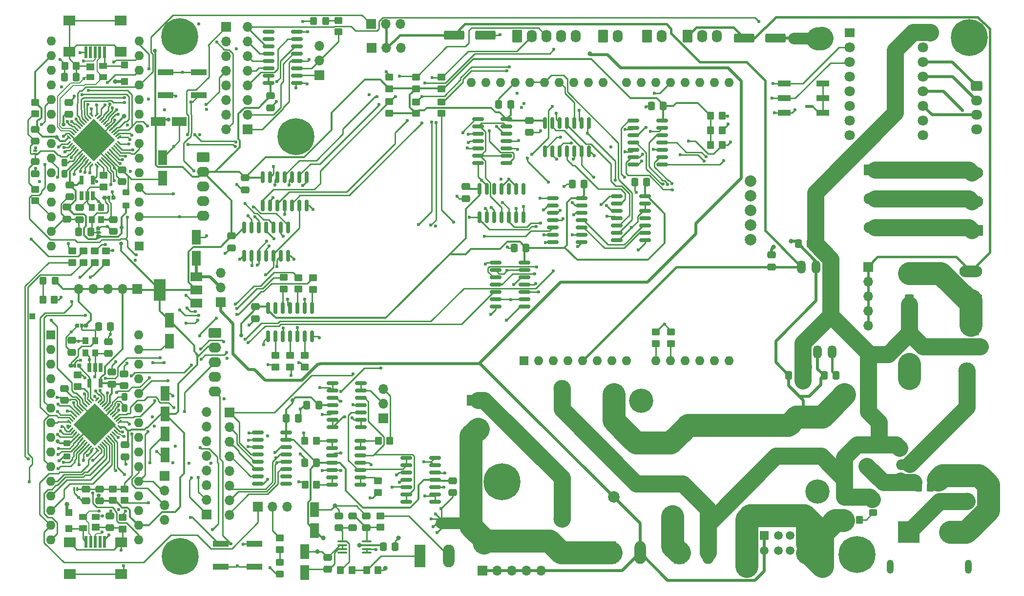
<source format=gbr>
%TF.GenerationSoftware,KiCad,Pcbnew,(6.0.0)*%
%TF.CreationDate,2022-06-20T16:18:32+01:00*%
%TF.ProjectId,RemoteLabs_supervisor_PCB,52656d6f-7465-44c6-9162-735f73757065,rev?*%
%TF.SameCoordinates,Original*%
%TF.FileFunction,Copper,L1,Top*%
%TF.FilePolarity,Positive*%
%FSLAX46Y46*%
G04 Gerber Fmt 4.6, Leading zero omitted, Abs format (unit mm)*
G04 Created by KiCad (PCBNEW (6.0.0)) date 2022-06-20 16:18:32*
%MOMM*%
%LPD*%
G01*
G04 APERTURE LIST*
G04 Aperture macros list*
%AMRoundRect*
0 Rectangle with rounded corners*
0 $1 Rounding radius*
0 $2 $3 $4 $5 $6 $7 $8 $9 X,Y pos of 4 corners*
0 Add a 4 corners polygon primitive as box body*
4,1,4,$2,$3,$4,$5,$6,$7,$8,$9,$2,$3,0*
0 Add four circle primitives for the rounded corners*
1,1,$1+$1,$2,$3*
1,1,$1+$1,$4,$5*
1,1,$1+$1,$6,$7*
1,1,$1+$1,$8,$9*
0 Add four rect primitives between the rounded corners*
20,1,$1+$1,$2,$3,$4,$5,0*
20,1,$1+$1,$4,$5,$6,$7,0*
20,1,$1+$1,$6,$7,$8,$9,0*
20,1,$1+$1,$8,$9,$2,$3,0*%
%AMRotRect*
0 Rectangle, with rotation*
0 The origin of the aperture is its center*
0 $1 length*
0 $2 width*
0 $3 Rotation angle, in degrees counterclockwise*
0 Add horizontal line*
21,1,$1,$2,0,0,$3*%
%AMFreePoly0*
4,1,16,0.190500,0.378647,0.305577,0.360421,0.411221,0.306592,0.495061,0.222752,0.548890,0.117108,0.567438,0.000000,0.548890,-0.117108,0.495061,-0.222752,0.411221,-0.306592,0.305577,-0.360421,0.190500,-0.378647,0.190500,-0.380000,-0.190500,-0.380000,-0.190500,0.380000,0.190500,0.380000,0.190500,0.378647,0.190500,0.378647,$1*%
G04 Aperture macros list end*
%TA.AperFunction,EtchedComponent*%
%ADD10C,0.300000*%
%TD*%
%TA.AperFunction,ComponentPad*%
%ADD11R,1.700000X1.700000*%
%TD*%
%TA.AperFunction,ComponentPad*%
%ADD12O,1.700000X1.700000*%
%TD*%
%TA.AperFunction,SMDPad,CuDef*%
%ADD13RoundRect,0.250000X-0.350000X-0.450000X0.350000X-0.450000X0.350000X0.450000X-0.350000X0.450000X0*%
%TD*%
%TA.AperFunction,SMDPad,CuDef*%
%ADD14RoundRect,0.250000X-0.475000X0.337500X-0.475000X-0.337500X0.475000X-0.337500X0.475000X0.337500X0*%
%TD*%
%TA.AperFunction,SMDPad,CuDef*%
%ADD15C,0.500000*%
%TD*%
%TA.AperFunction,SMDPad,CuDef*%
%ADD16RoundRect,0.250000X-0.550000X1.050000X-0.550000X-1.050000X0.550000X-1.050000X0.550000X1.050000X0*%
%TD*%
%TA.AperFunction,SMDPad,CuDef*%
%ADD17RoundRect,0.250000X0.337500X0.475000X-0.337500X0.475000X-0.337500X-0.475000X0.337500X-0.475000X0*%
%TD*%
%TA.AperFunction,ComponentPad*%
%ADD18RoundRect,0.250000X-0.725000X0.600000X-0.725000X-0.600000X0.725000X-0.600000X0.725000X0.600000X0*%
%TD*%
%TA.AperFunction,ComponentPad*%
%ADD19O,1.950000X1.700000*%
%TD*%
%TA.AperFunction,SMDPad,CuDef*%
%ADD20RoundRect,0.250000X0.475000X-0.337500X0.475000X0.337500X-0.475000X0.337500X-0.475000X-0.337500X0*%
%TD*%
%TA.AperFunction,ComponentPad*%
%ADD21C,3.000000*%
%TD*%
%TA.AperFunction,SMDPad,CuDef*%
%ADD22RoundRect,0.250000X-0.550000X1.500000X-0.550000X-1.500000X0.550000X-1.500000X0.550000X1.500000X0*%
%TD*%
%TA.AperFunction,SMDPad,CuDef*%
%ADD23RoundRect,0.150000X0.825000X0.150000X-0.825000X0.150000X-0.825000X-0.150000X0.825000X-0.150000X0*%
%TD*%
%TA.AperFunction,SMDPad,CuDef*%
%ADD24RoundRect,0.250000X0.450000X-0.350000X0.450000X0.350000X-0.450000X0.350000X-0.450000X-0.350000X0*%
%TD*%
%TA.AperFunction,ComponentPad*%
%ADD25R,1.980000X3.960000*%
%TD*%
%TA.AperFunction,ComponentPad*%
%ADD26O,1.980000X3.960000*%
%TD*%
%TA.AperFunction,SMDPad,CuDef*%
%ADD27RoundRect,0.250000X-0.450000X0.350000X-0.450000X-0.350000X0.450000X-0.350000X0.450000X0.350000X0*%
%TD*%
%TA.AperFunction,SMDPad,CuDef*%
%ADD28FreePoly0,180.000000*%
%TD*%
%TA.AperFunction,SMDPad,CuDef*%
%ADD29R,0.500000X0.762000*%
%TD*%
%TA.AperFunction,SMDPad,CuDef*%
%ADD30FreePoly0,0.000000*%
%TD*%
%TA.AperFunction,ComponentPad*%
%ADD31R,3.960000X1.980000*%
%TD*%
%TA.AperFunction,ComponentPad*%
%ADD32O,3.960000X1.980000*%
%TD*%
%TA.AperFunction,SMDPad,CuDef*%
%ADD33RoundRect,0.150000X-0.825000X-0.150000X0.825000X-0.150000X0.825000X0.150000X-0.825000X0.150000X0*%
%TD*%
%TA.AperFunction,ComponentPad*%
%ADD34RoundRect,0.250000X-0.620000X-0.845000X0.620000X-0.845000X0.620000X0.845000X-0.620000X0.845000X0*%
%TD*%
%TA.AperFunction,ComponentPad*%
%ADD35O,1.740000X2.190000*%
%TD*%
%TA.AperFunction,SMDPad,CuDef*%
%ADD36R,1.700000X1.300000*%
%TD*%
%TA.AperFunction,ComponentPad*%
%ADD37R,1.500000X2.300000*%
%TD*%
%TA.AperFunction,ComponentPad*%
%ADD38O,1.500000X2.300000*%
%TD*%
%TA.AperFunction,ComponentPad*%
%ADD39R,1.000000X1.000000*%
%TD*%
%TA.AperFunction,ComponentPad*%
%ADD40O,1.000000X1.000000*%
%TD*%
%TA.AperFunction,ComponentPad*%
%ADD41RoundRect,0.250000X-0.845000X0.620000X-0.845000X-0.620000X0.845000X-0.620000X0.845000X0.620000X0*%
%TD*%
%TA.AperFunction,ComponentPad*%
%ADD42O,2.190000X1.740000*%
%TD*%
%TA.AperFunction,SMDPad,CuDef*%
%ADD43RoundRect,0.150000X0.150000X-0.825000X0.150000X0.825000X-0.150000X0.825000X-0.150000X-0.825000X0*%
%TD*%
%TA.AperFunction,SMDPad,CuDef*%
%ADD44R,1.100000X1.300000*%
%TD*%
%TA.AperFunction,SMDPad,CuDef*%
%ADD45RoundRect,0.250000X-0.337500X-0.475000X0.337500X-0.475000X0.337500X0.475000X-0.337500X0.475000X0*%
%TD*%
%TA.AperFunction,SMDPad,CuDef*%
%ADD46RoundRect,0.250000X0.350000X0.450000X-0.350000X0.450000X-0.350000X-0.450000X0.350000X-0.450000X0*%
%TD*%
%TA.AperFunction,ComponentPad*%
%ADD47C,0.800000*%
%TD*%
%TA.AperFunction,ComponentPad*%
%ADD48C,6.400000*%
%TD*%
%TA.AperFunction,SMDPad,CuDef*%
%ADD49RoundRect,0.250000X-0.275000X0.400000X-0.275000X-0.400000X0.275000X-0.400000X0.275000X0.400000X0*%
%TD*%
%TA.AperFunction,SMDPad,CuDef*%
%ADD50RoundRect,0.250000X0.550000X-1.050000X0.550000X1.050000X-0.550000X1.050000X-0.550000X-1.050000X0*%
%TD*%
%TA.AperFunction,WasherPad*%
%ADD51C,4.200000*%
%TD*%
%TA.AperFunction,ComponentPad*%
%ADD52C,2.000000*%
%TD*%
%TA.AperFunction,SMDPad,CuDef*%
%ADD53RoundRect,0.250000X-0.325000X-0.450000X0.325000X-0.450000X0.325000X0.450000X-0.325000X0.450000X0*%
%TD*%
%TA.AperFunction,SMDPad,CuDef*%
%ADD54RoundRect,0.250000X0.275000X-0.400000X0.275000X0.400000X-0.275000X0.400000X-0.275000X-0.400000X0*%
%TD*%
%TA.AperFunction,ComponentPad*%
%ADD55R,1.600000X1.600000*%
%TD*%
%TA.AperFunction,ComponentPad*%
%ADD56O,1.600000X1.600000*%
%TD*%
%TA.AperFunction,SMDPad,CuDef*%
%ADD57R,0.650000X1.560000*%
%TD*%
%TA.AperFunction,SMDPad,CuDef*%
%ADD58RoundRect,0.250000X0.450000X-0.325000X0.450000X0.325000X-0.450000X0.325000X-0.450000X-0.325000X0*%
%TD*%
%TA.AperFunction,SMDPad,CuDef*%
%ADD59RoundRect,0.250000X-1.500000X-0.550000X1.500000X-0.550000X1.500000X0.550000X-1.500000X0.550000X0*%
%TD*%
%TA.AperFunction,SMDPad,CuDef*%
%ADD60R,1.400000X1.200000*%
%TD*%
%TA.AperFunction,SMDPad,CuDef*%
%ADD61R,1.400000X1.000000*%
%TD*%
%TA.AperFunction,SMDPad,CuDef*%
%ADD62RoundRect,0.250000X0.550000X-1.500000X0.550000X1.500000X-0.550000X1.500000X-0.550000X-1.500000X0*%
%TD*%
%TA.AperFunction,SMDPad,CuDef*%
%ADD63R,2.000000X1.500000*%
%TD*%
%TA.AperFunction,SMDPad,CuDef*%
%ADD64R,2.000000X3.800000*%
%TD*%
%TA.AperFunction,SMDPad,CuDef*%
%ADD65C,2.000000*%
%TD*%
%TA.AperFunction,ComponentPad*%
%ADD66C,3.716000*%
%TD*%
%TA.AperFunction,ComponentPad*%
%ADD67R,3.716000X3.716000*%
%TD*%
%TA.AperFunction,ComponentPad*%
%ADD68O,1.200000X2.400000*%
%TD*%
%TA.AperFunction,SMDPad,CuDef*%
%ADD69RoundRect,0.100000X-0.712500X-0.100000X0.712500X-0.100000X0.712500X0.100000X-0.712500X0.100000X0*%
%TD*%
%TA.AperFunction,SMDPad,CuDef*%
%ADD70R,2.800000X1.000000*%
%TD*%
%TA.AperFunction,SMDPad,CuDef*%
%ADD71RoundRect,0.062500X-0.309359X0.220971X0.220971X-0.309359X0.309359X-0.220971X-0.220971X0.309359X0*%
%TD*%
%TA.AperFunction,SMDPad,CuDef*%
%ADD72RoundRect,0.062500X-0.309359X-0.220971X-0.220971X-0.309359X0.309359X0.220971X0.220971X0.309359X0*%
%TD*%
%TA.AperFunction,SMDPad,CuDef*%
%ADD73RotRect,5.150000X5.150000X315.000000*%
%TD*%
%TA.AperFunction,SMDPad,CuDef*%
%ADD74R,0.500000X2.000000*%
%TD*%
%TA.AperFunction,SMDPad,CuDef*%
%ADD75R,2.000000X1.700000*%
%TD*%
%TA.AperFunction,SMDPad,CuDef*%
%ADD76RoundRect,0.250000X-1.050000X-0.550000X1.050000X-0.550000X1.050000X0.550000X-1.050000X0.550000X0*%
%TD*%
%TA.AperFunction,SMDPad,CuDef*%
%ADD77FreePoly0,270.000000*%
%TD*%
%TA.AperFunction,SMDPad,CuDef*%
%ADD78R,0.762000X0.500000*%
%TD*%
%TA.AperFunction,SMDPad,CuDef*%
%ADD79FreePoly0,90.000000*%
%TD*%
%TA.AperFunction,SMDPad,CuDef*%
%ADD80R,1.200000X1.200000*%
%TD*%
%TA.AperFunction,ComponentPad*%
%ADD81R,2.000000X1.905000*%
%TD*%
%TA.AperFunction,ComponentPad*%
%ADD82O,2.000000X1.905000*%
%TD*%
%TA.AperFunction,SMDPad,CuDef*%
%ADD83RoundRect,0.250000X-0.350000X0.275000X-0.350000X-0.275000X0.350000X-0.275000X0.350000X0.275000X0*%
%TD*%
%TA.AperFunction,SMDPad,CuDef*%
%ADD84RoundRect,0.062500X0.309359X-0.220971X-0.220971X0.309359X-0.309359X0.220971X0.220971X-0.309359X0*%
%TD*%
%TA.AperFunction,SMDPad,CuDef*%
%ADD85RoundRect,0.062500X0.309359X0.220971X0.220971X0.309359X-0.309359X-0.220971X-0.220971X-0.309359X0*%
%TD*%
%TA.AperFunction,SMDPad,CuDef*%
%ADD86RotRect,5.150000X5.150000X135.000000*%
%TD*%
%TA.AperFunction,SMDPad,CuDef*%
%ADD87R,0.306000X0.692500*%
%TD*%
%TA.AperFunction,SMDPad,CuDef*%
%ADD88R,0.306000X0.698500*%
%TD*%
%TA.AperFunction,SMDPad,CuDef*%
%ADD89R,2.160000X1.120000*%
%TD*%
%TA.AperFunction,ComponentPad*%
%ADD90R,1.500000X1.500000*%
%TD*%
%TA.AperFunction,ComponentPad*%
%ADD91C,1.500000*%
%TD*%
%TA.AperFunction,SMDPad,CuDef*%
%ADD92RoundRect,0.250000X0.350000X-0.275000X0.350000X0.275000X-0.350000X0.275000X-0.350000X-0.275000X0*%
%TD*%
%TA.AperFunction,ComponentPad*%
%ADD93R,1.800000X1.524000*%
%TD*%
%TA.AperFunction,ComponentPad*%
%ADD94C,1.800000*%
%TD*%
%TA.AperFunction,SMDPad,CuDef*%
%ADD95R,0.692500X0.306000*%
%TD*%
%TA.AperFunction,SMDPad,CuDef*%
%ADD96R,0.698500X0.306000*%
%TD*%
%TA.AperFunction,ViaPad*%
%ADD97C,0.600000*%
%TD*%
%TA.AperFunction,ViaPad*%
%ADD98C,0.700000*%
%TD*%
%TA.AperFunction,ViaPad*%
%ADD99C,0.800000*%
%TD*%
%TA.AperFunction,Conductor*%
%ADD100C,0.250000*%
%TD*%
%TA.AperFunction,Conductor*%
%ADD101C,0.500000*%
%TD*%
%TA.AperFunction,Conductor*%
%ADD102C,0.300000*%
%TD*%
%TA.AperFunction,Conductor*%
%ADD103C,4.000000*%
%TD*%
%TA.AperFunction,Conductor*%
%ADD104C,3.000000*%
%TD*%
%TA.AperFunction,Conductor*%
%ADD105C,0.400000*%
%TD*%
%TA.AperFunction,Conductor*%
%ADD106C,0.200000*%
%TD*%
G04 APERTURE END LIST*
%TO.C,N1*%
G36*
X186961400Y-39493000D02*
G01*
X185961400Y-39493000D01*
X185961400Y-38993000D01*
X186961400Y-38993000D01*
X186961400Y-39493000D01*
G37*
%TO.C,NT2*%
G36*
X185619200Y-91635200D02*
G01*
X185119200Y-91635200D01*
X185119200Y-90635200D01*
X185619200Y-90635200D01*
X185619200Y-91635200D01*
G37*
D10*
%TO.C,JP6*%
X64465200Y-55067200D02*
X64723200Y-55067200D01*
%TO.C,JP3*%
X58572400Y-84175600D02*
X58830400Y-84175600D01*
%TO.C,NT4*%
G36*
X187794400Y-28432000D02*
G01*
X183794400Y-28432000D01*
X183794400Y-26432000D01*
X187794400Y-26432000D01*
X187794400Y-28432000D01*
G37*
%TO.C,NT1*%
G36*
X126631200Y-112506000D02*
G01*
X122631200Y-112506000D01*
X122631200Y-110506000D01*
X126631200Y-110506000D01*
X126631200Y-112506000D01*
G37*
%TO.C,JP7*%
X63144400Y-61590938D02*
X63144400Y-61332938D01*
%TO.C,JP4*%
X60742069Y-77266800D02*
X60484069Y-77266800D01*
%TD*%
D11*
%TO.P,J20,1,Pin_1*%
%TO.N,SERVO_1*%
X110439200Y-24942800D03*
D12*
%TO.P,J20,2,Pin_2*%
%TO.N,5V_DC_SERVO*%
X112979200Y-24942800D03*
%TO.P,J20,3,Pin_3*%
%TO.N,GNDD*%
X115519200Y-24942800D03*
%TD*%
D13*
%TO.P,R11,1*%
%TO.N,3V3_DC_MCU*%
X169291000Y-40843200D03*
%TO.P,R11,2*%
%TO.N,MODE_0*%
X171291000Y-40843200D03*
%TD*%
D14*
%TO.P,C16,1*%
%TO.N,3V3_DC_MCU*%
X58166000Y-52810500D03*
%TO.P,C16,2*%
%TO.N,GNDD*%
X58166000Y-54885500D03*
%TD*%
%TO.P,C38,1*%
%TO.N,3V3_DC_MCU*%
X90373200Y-73948800D03*
%TO.P,C38,2*%
%TO.N,GNDD*%
X90373200Y-76023800D03*
%TD*%
D15*
%TO.P,N1,1,A*%
%TO.N,Net-(N1-Pad1)*%
X186961400Y-39243000D03*
%TO.P,N1,2,C*%
%TO.N,GNDPWR*%
X185961400Y-39243000D03*
%TD*%
%TO.P,NT2,1,1*%
%TO.N,GND_PB*%
X185369200Y-90635200D03*
%TO.P,NT2,2,2*%
%TO.N,GNDPWR*%
X185369200Y-91635200D03*
%TD*%
D16*
%TO.P,EC4,1*%
%TO.N,Net-(C11-Pad2)*%
X74676000Y-96062800D03*
%TO.P,EC4,2*%
%TO.N,GNDD*%
X74676000Y-99662800D03*
%TD*%
D17*
%TO.P,C28,1*%
%TO.N,3V3_DC_MCU*%
X134612200Y-38862000D03*
%TO.P,C28,2*%
%TO.N,GNDD*%
X132537200Y-38862000D03*
%TD*%
D18*
%TO.P,J19,1,Pin_1*%
%TO.N,Net-(A4-Pad14)*%
X215392000Y-35690800D03*
D19*
%TO.P,J19,2,Pin_2*%
%TO.N,Net-(A4-Pad13)*%
X215392000Y-38190800D03*
%TO.P,J19,3,Pin_3*%
%TO.N,Net-(J19-Pad3)*%
X215392000Y-40690800D03*
%TO.P,J19,4,Pin_4*%
%TO.N,Net-(J19-Pad4)*%
X215392000Y-43190800D03*
%TD*%
D20*
%TO.P,C33,1*%
%TO.N,Net-(C32-Pad2)*%
X104851200Y-112311000D03*
%TO.P,C33,2*%
%TO.N,GNDD*%
X104851200Y-110236000D03*
%TD*%
D21*
%TO.P,F2,1*%
%TO.N,12V_DC_BUS*%
X143510000Y-88138000D03*
%TO.P,F2,2*%
%TO.N,/DC Motor Controller/HC*%
X143510000Y-110738000D03*
%TD*%
D22*
%TO.P,EC9,1*%
%TO.N,12V_DC_BUS*%
X203758800Y-78521600D03*
%TO.P,EC9,2*%
%TO.N,GNDPWR*%
X203758800Y-83921600D03*
%TD*%
D23*
%TO.P,U7,1,STROBE*%
%TO.N,/Supervisor MCU/LATCH*%
X97572600Y-35179000D03*
%TO.P,U7,2,DATA*%
%TO.N,/Supervisor MCU/MOSI*%
X97572600Y-33909000D03*
%TO.P,U7,3,CLOCK*%
%TO.N,/Supervisor MCU/SCK*%
X97572600Y-32639000D03*
%TO.P,U7,4,Q0*%
%TO.N,/Output Logic/SUPERVISOR_MOTOR_EN*%
X97572600Y-31369000D03*
%TO.P,U7,5,Q1*%
%TO.N,PEND_ENABLE*%
X97572600Y-30099000D03*
%TO.P,U7,6,Q2*%
%TO.N,/Output Logic/MCU_STEP_SELECT*%
X97572600Y-28829000D03*
%TO.P,U7,7,Q3*%
%TO.N,/Output Logic/MCU_PIXEL_SELECT*%
X97572600Y-27559000D03*
%TO.P,U7,8,GND*%
%TO.N,GNDD*%
X97572600Y-26289000D03*
%TO.P,U7,9,QS*%
%TO.N,unconnected-(U7-Pad9)*%
X92622600Y-26289000D03*
%TO.P,U7,10,NC*%
%TO.N,unconnected-(U7-Pad10)*%
X92622600Y-27559000D03*
%TO.P,U7,11,Q7*%
%TO.N,STEPP_EN*%
X92622600Y-28829000D03*
%TO.P,U7,12,Q6*%
%TO.N,/Output Logic/SUPERVISOR_STEP_RST*%
X92622600Y-30099000D03*
%TO.P,U7,13,Q5*%
%TO.N,/Output Logic/SUPERVISOR_STEP_SLP*%
X92622600Y-31369000D03*
%TO.P,U7,14,Q4*%
%TO.N,/Output Logic/SUPERVISOR_DIRECTION*%
X92622600Y-32639000D03*
%TO.P,U7,15,OE*%
%TO.N,3V3_DC_MCU*%
X92622600Y-33909000D03*
%TO.P,U7,16,VCC*%
X92622600Y-35179000D03*
%TD*%
D24*
%TO.P,R35,1*%
%TO.N,/Analog Sensor Buffers/A_OUT_C2*%
X111658400Y-106172000D03*
%TO.P,R35,2*%
%TO.N,/Analog Sensor Buffers/DB3B*%
X111658400Y-104172000D03*
%TD*%
D14*
%TO.P,C18,1*%
%TO.N,3V3_DC_MCU*%
X57708800Y-56692800D03*
%TO.P,C18,2*%
%TO.N,GNDD*%
X57708800Y-58767800D03*
%TD*%
D25*
%TO.P,J31,1,Pin_1*%
%TO.N,GNDPWR*%
X152044400Y-116636800D03*
D26*
%TO.P,J31,2,Pin_2*%
%TO.N,5V_DC_RPI*%
X157044400Y-116636800D03*
%TD*%
D27*
%TO.P,R4,1*%
%TO.N,Net-(C2A1-Pad2)*%
X67665600Y-105562400D03*
%TO.P,R4,2*%
%TO.N,/Student MCU/MCU_RESET*%
X67665600Y-107562400D03*
%TD*%
D28*
%TO.P,JP6,1,A*%
%TO.N,Net-(C20-Pad1)*%
X64399669Y-55067200D03*
D29*
%TO.P,JP6,2,C*%
%TO.N,Net-(C23-Pad1)*%
X64973200Y-55067200D03*
D30*
%TO.P,JP6,3,B*%
%TO.N,/Supervisor MCU/HSE_IN*%
X65544700Y-55067200D03*
%TD*%
D31*
%TO.P,J17,1,Pin_1*%
%TO.N,/DC Motor Controller/HC3*%
X197805200Y-50178600D03*
D32*
%TO.P,J17,2,Pin_2*%
%TO.N,/DC Motor Controller/HC2*%
X197805200Y-55178600D03*
%TO.P,J17,3,Pin_3*%
%TO.N,/DC Motor Controller/HC1*%
X197805200Y-60178600D03*
%TD*%
D11*
%TO.P,J15,1,Pin_1*%
%TO.N,/Supervisor MCU/MOSI*%
X101498400Y-33782000D03*
D12*
%TO.P,J15,2,Pin_2*%
%TO.N,/Supervisor MCU/SCK*%
X101498400Y-31242000D03*
%TO.P,J15,3,Pin_3*%
%TO.N,/Supervisor MCU/LATCH*%
X101498400Y-28702000D03*
%TD*%
D33*
%TO.P,U10,1*%
%TO.N,/Output Logic/STUDENT_DIRECTION*%
X132043400Y-66344800D03*
%TO.P,U10,2*%
%TO.N,/Output Logic/MCU_STEP_SELECT*%
X132043400Y-67614800D03*
%TO.P,U10,3*%
%TO.N,Net-(U10-Pad3)*%
X132043400Y-68884800D03*
%TO.P,U10,4*%
%TO.N,Net-(U10-Pad4)*%
X132043400Y-70154800D03*
%TO.P,U10,5*%
%TO.N,/Output Logic/STUDENT_STEP*%
X132043400Y-71424800D03*
%TO.P,U10,6*%
%TO.N,/Output Logic/MCU_STEP_SELECT*%
X132043400Y-72694800D03*
%TO.P,U10,7,VSS*%
%TO.N,GNDD*%
X132043400Y-73964800D03*
%TO.P,U10,8*%
%TO.N,/Output Logic/STUDENT_STEP_SLP*%
X136993400Y-73964800D03*
%TO.P,U10,9*%
%TO.N,/Output Logic/MCU_STEP_SELECT*%
X136993400Y-72694800D03*
%TO.P,U10,10*%
%TO.N,Net-(U10-Pad10)*%
X136993400Y-71424800D03*
%TO.P,U10,11*%
%TO.N,Net-(U10-Pad11)*%
X136993400Y-70154800D03*
%TO.P,U10,12*%
%TO.N,/Output Logic/STUDENT_STEP_RST*%
X136993400Y-68884800D03*
%TO.P,U10,13*%
%TO.N,/Output Logic/MCU_STEP_SELECT*%
X136993400Y-67614800D03*
%TO.P,U10,14,VDD*%
%TO.N,3V3_DC_MCU*%
X136993400Y-66344800D03*
%TD*%
D34*
%TO.P,J24,1,Pin_1*%
%TO.N,/Digital Sensor Buffers/D_IN_B*%
X158242000Y-27025600D03*
D35*
%TO.P,J24,2,Pin_2*%
%TO.N,GNDD*%
X160782000Y-27025600D03*
%TD*%
D20*
%TO.P,C4,1*%
%TO.N,3V3_DC_MCU*%
X65481200Y-87376000D03*
%TO.P,C4,2*%
%TO.N,GNDD*%
X65481200Y-85301000D03*
%TD*%
D13*
%TO.P,R32,1*%
%TO.N,/Analog Sensor Buffers/A_OUT_B2*%
X98974400Y-104851200D03*
%TO.P,R32,2*%
%TO.N,/Analog Sensor Buffers/DB2B*%
X100974400Y-104851200D03*
%TD*%
D17*
%TO.P,C24,1*%
%TO.N,3V3_DC_MCU*%
X161072600Y-39116000D03*
%TO.P,C24,2*%
%TO.N,GNDD*%
X158997600Y-39116000D03*
%TD*%
D36*
%TO.P,D1,1,K*%
%TO.N,12V_DC_BUS*%
X196392800Y-98072000D03*
%TO.P,D1,2,A*%
%TO.N,/Power Input & Distribution/01*%
X196392800Y-101572000D03*
%TD*%
D37*
%TO.P,U18,1,IN*%
%TO.N,12V_DC_BUS*%
X190144400Y-67056000D03*
D38*
%TO.P,U18,2,GND*%
%TO.N,GND_PB*%
X187604400Y-67056000D03*
%TO.P,U18,3,OUT*%
%TO.N,5V_DC_SERVO*%
X185064400Y-67056000D03*
%TD*%
D14*
%TO.P,C11,1*%
%TO.N,GNDD*%
X57302400Y-88116500D03*
%TO.P,C11,2*%
%TO.N,Net-(C11-Pad2)*%
X57302400Y-90191500D03*
%TD*%
D11*
%TO.P,J9,1,Pin_1*%
%TO.N,STUDNT_LED3*%
X74625200Y-103286400D03*
D12*
%TO.P,J9,2,Pin_2*%
%TO.N,STUDNT_LED2*%
X74625200Y-105826400D03*
%TO.P,J9,3,Pin_3*%
%TO.N,STUDNT_LED1*%
X74625200Y-108366400D03*
%TO.P,J9,4,Pin_4*%
%TO.N,/Student MCU/SPARE_3*%
X74625200Y-110906400D03*
%TD*%
D14*
%TO.P,C40,1*%
%TO.N,3V3_DC_MCU*%
X86258400Y-61671200D03*
%TO.P,C40,2*%
%TO.N,GNDD*%
X86258400Y-63746200D03*
%TD*%
D34*
%TO.P,J23,1,Pin_1*%
%TO.N,/Digital Sensor Buffers/D_IN_A*%
X150622000Y-26994800D03*
D35*
%TO.P,J23,2,Pin_2*%
%TO.N,GNDD*%
X153162000Y-26994800D03*
%TD*%
D11*
%TO.P,J14,1,Pin_1*%
%TO.N,/Output Logic/SUPERVISOR_MOTOR_EN*%
X89001600Y-43180000D03*
D12*
%TO.P,J14,2,Pin_2*%
%TO.N,PEND_ENABLE*%
X89001600Y-40640000D03*
%TO.P,J14,3,Pin_3*%
%TO.N,/Output Logic/MCU_STEP_SELECT*%
X89001600Y-38100000D03*
%TO.P,J14,4,Pin_4*%
%TO.N,/Output Logic/MCU_PIXEL_SELECT*%
X89001600Y-35560000D03*
%TO.P,J14,5,Pin_5*%
%TO.N,/Output Logic/SUPERVISOR_DIRECTION*%
X89001600Y-33020000D03*
%TO.P,J14,6,Pin_6*%
%TO.N,/Output Logic/SUPERVISOR_STEP_SLP*%
X89001600Y-30480000D03*
%TO.P,J14,7,Pin_7*%
%TO.N,/Output Logic/SUPERVISOR_STEP_RST*%
X89001600Y-27940000D03*
%TO.P,J14,8,Pin_8*%
%TO.N,STEPP_EN*%
X89001600Y-25400000D03*
%TD*%
D20*
%TO.P,C8,1*%
%TO.N,3V3_DC_MCU*%
X67614800Y-87651500D03*
%TO.P,C8,2*%
%TO.N,GNDD*%
X67614800Y-85576500D03*
%TD*%
D17*
%TO.P,C10,1*%
%TO.N,5V_DC_LED*%
X191051000Y-85852000D03*
%TO.P,C10,2*%
%TO.N,GND_PB*%
X188976000Y-85852000D03*
%TD*%
D25*
%TO.P,J30,1,Pin_1*%
%TO.N,GNDPWR*%
X163830000Y-116636800D03*
D26*
%TO.P,J30,2,Pin_2*%
%TO.N,12V_DC_BUS*%
X168830000Y-116636800D03*
%TD*%
D39*
%TO.P,J32,1,Pin_1*%
%TO.N,GNDPWR*%
X129250600Y-115062000D03*
D40*
%TO.P,J32,2,Pin_2*%
X130520600Y-115062000D03*
%TO.P,J32,3,Pin_3*%
X131790600Y-115062000D03*
%TO.P,J32,4,Pin_4*%
X133060600Y-115062000D03*
%TO.P,J32,5,Pin_5*%
X134330600Y-115062000D03*
%TO.P,J32,6,Pin_6*%
X135600600Y-115062000D03*
%TO.P,J32,7,Pin_7*%
X136870600Y-115062000D03*
%TO.P,J32,8,Pin_8*%
X138140600Y-115062000D03*
%TO.P,J32,9,Pin_9*%
X139410600Y-115062000D03*
%TO.P,J32,10,Pin_10*%
X140680600Y-115062000D03*
%TD*%
D27*
%TO.P,R39,1*%
%TO.N,Net-(D9-Pad2)*%
X104800400Y-24282400D03*
%TO.P,R39,2*%
%TO.N,/Supervisor MCU/SCK*%
X104800400Y-26282400D03*
%TD*%
%TO.P,R21,1*%
%TO.N,/Digital Sensor Buffers/D_IN_E*%
X113588800Y-34153600D03*
%TO.P,R21,2*%
%TO.N,3V3_DC_MCU*%
X113588800Y-36153600D03*
%TD*%
D41*
%TO.P,J26,1,Pin_1*%
%TO.N,GNDD*%
X83362800Y-78486000D03*
D42*
%TO.P,J26,2,Pin_2*%
%TO.N,3V3_DC_MCU*%
X83362800Y-81026000D03*
%TO.P,J26,3,Pin_3*%
%TO.N,/Student MCU/PROG_TX*%
X83362800Y-83566000D03*
%TO.P,J26,4,Pin_4*%
%TO.N,/Student MCU/PROG_RX*%
X83362800Y-86106000D03*
%TO.P,J26,5,Pin_5*%
%TO.N,/Student MCU/MCU_RESET*%
X83362800Y-88646000D03*
%TD*%
D24*
%TO.P,R27,1*%
%TO.N,LIMIT_1*%
X93827600Y-84434200D03*
%TO.P,R27,2*%
%TO.N,Net-(R27-Pad2)*%
X93827600Y-82434200D03*
%TD*%
D43*
%TO.P,U8,1*%
%TO.N,PEND_ENABLE*%
X129235200Y-58456600D03*
%TO.P,U8,2*%
%TO.N,Net-(U8-Pad2)*%
X130505200Y-58456600D03*
%TO.P,U8,3*%
%TO.N,/Output Logic/MCU_STEP_SELECT*%
X131775200Y-58456600D03*
%TO.P,U8,4*%
%TO.N,Net-(U11-Pad13)*%
X133045200Y-58456600D03*
%TO.P,U8,5*%
%TO.N,/Output Logic/MCU_PIXEL_SELECT*%
X134315200Y-58456600D03*
%TO.P,U8,6*%
%TO.N,Net-(U12-Pad13)*%
X135585200Y-58456600D03*
%TO.P,U8,7,VSS*%
%TO.N,GNDD*%
X136855200Y-58456600D03*
%TO.P,U8,8*%
%TO.N,unconnected-(U8-Pad8)*%
X136855200Y-53506600D03*
%TO.P,U8,9*%
%TO.N,GNDD*%
X135585200Y-53506600D03*
%TO.P,U8,10*%
%TO.N,unconnected-(U8-Pad10)*%
X134315200Y-53506600D03*
%TO.P,U8,11*%
%TO.N,GNDD*%
X133045200Y-53506600D03*
%TO.P,U8,12*%
%TO.N,unconnected-(U8-Pad12)*%
X131775200Y-53506600D03*
%TO.P,U8,13*%
%TO.N,GNDD*%
X130505200Y-53506600D03*
%TO.P,U8,14,VDD*%
%TO.N,3V3_DC_MCU*%
X129235200Y-53506600D03*
%TD*%
D33*
%TO.P,U14,1*%
%TO.N,Net-(U12-Pad3)*%
X152980300Y-54813200D03*
%TO.P,U14,2*%
%TO.N,Net-(U14-Pad2)*%
X152980300Y-56083200D03*
%TO.P,U14,3*%
%TO.N,Net-(U14-Pad3)*%
X152980300Y-57353200D03*
%TO.P,U14,4*%
%TO.N,Net-(U12-Pad4)*%
X152980300Y-58623200D03*
%TO.P,U14,5*%
%TO.N,Net-(U14-Pad5)*%
X152980300Y-59893200D03*
%TO.P,U14,6*%
%TO.N,/DC Motor Controller/ENABLE*%
X152980300Y-61163200D03*
%TO.P,U14,7,GND*%
%TO.N,GNDD*%
X152980300Y-62433200D03*
%TO.P,U14,8*%
%TO.N,/Output Logic/PIXEL_DATA_OUT*%
X157930300Y-62433200D03*
%TO.P,U14,9*%
%TO.N,Net-(U12-Pad10)*%
X157930300Y-61163200D03*
%TO.P,U14,10*%
%TO.N,Net-(U12-Pad11)*%
X157930300Y-59893200D03*
%TO.P,U14,11*%
%TO.N,unconnected-(U14-Pad11)*%
X157930300Y-58623200D03*
%TO.P,U14,12*%
%TO.N,GNDD*%
X157930300Y-57353200D03*
%TO.P,U14,13*%
X157930300Y-56083200D03*
%TO.P,U14,14,VCC*%
%TO.N,3V3_DC_MCU*%
X157930300Y-54813200D03*
%TD*%
D20*
%TO.P,C34,1*%
%TO.N,GNDD*%
X102870000Y-119481600D03*
%TO.P,C34,2*%
X102870000Y-117406600D03*
%TD*%
D44*
%TO.P,X2,1,TRI*%
%TO.N,Net-(C23-Pad1)*%
X63652400Y-58826400D03*
%TO.P,X2,2,GND*%
%TO.N,GNDD*%
X63652400Y-56726400D03*
%TO.P,X2,3,OUT*%
%TO.N,Net-(C36-Pad1)*%
X62002400Y-56726400D03*
%TO.P,X2,4,Vdd*%
%TO.N,Net-(C20-Pad1)*%
X62002400Y-58826400D03*
%TD*%
D11*
%TO.P,J29,1,Pin_1*%
%TO.N,5V_DC_RPI*%
X84328000Y-73137000D03*
D12*
%TO.P,J29,2,Pin_2*%
%TO.N,/Power Input & Distribution/5_to_3v3_reg*%
X84328000Y-70597000D03*
%TO.P,J29,3,Pin_3*%
%TO.N,USB_BUS*%
X84328000Y-68057000D03*
%TD*%
D45*
%TO.P,C12,1*%
%TO.N,3V3_DC_MCU*%
X95707200Y-93319600D03*
%TO.P,C12,2*%
%TO.N,GNDD*%
X97782200Y-93319600D03*
%TD*%
D46*
%TO.P,R33,1*%
%TO.N,A_BUFFER_OUT_B*%
X113674400Y-97231200D03*
%TO.P,R33,2*%
%TO.N,/Analog Sensor Buffers/DB4B*%
X111674400Y-97231200D03*
%TD*%
%TO.P,R14,1*%
%TO.N,GNDD*%
X111645200Y-119684800D03*
%TO.P,R14,2*%
%TO.N,Net-(J22-Pad1)*%
X109645200Y-119684800D03*
%TD*%
D27*
%TO.P,R3,1*%
%TO.N,Net-(C2A1-Pad2)*%
X65633600Y-105578400D03*
%TO.P,R3,2*%
%TO.N,3V3_DC_MCU*%
X65633600Y-107578400D03*
%TD*%
D14*
%TO.P,C1B1,1*%
%TO.N,Net-(C1A1-Pad2)*%
X52171600Y-48818800D03*
%TO.P,C1B1,2*%
%TO.N,GNDD*%
X52171600Y-50893800D03*
%TD*%
D25*
%TO.P,J22,1,Pin_1*%
%TO.N,Net-(J22-Pad1)*%
X118872000Y-117195600D03*
D26*
%TO.P,J22,2,Pin_2*%
%TO.N,Net-(J22-Pad2)*%
X123872000Y-117195600D03*
%TD*%
D47*
%TO.P,H5,1*%
%TO.N,N/C*%
X131449744Y-105989456D03*
X131449744Y-102595344D03*
X134843856Y-102595344D03*
X133146800Y-106692400D03*
D48*
X133146800Y-104292400D03*
D47*
X130746800Y-104292400D03*
X134843856Y-105989456D03*
X135546800Y-104292400D03*
X133146800Y-101892400D03*
%TD*%
D49*
%TO.P,C7,1*%
%TO.N,Net-(C7-Pad1)*%
X67716400Y-89550600D03*
%TO.P,C7,2*%
%TO.N,GNDD*%
X67716400Y-91500600D03*
%TD*%
D11*
%TO.P,J21,1,Pin_1*%
%TO.N,SERVO_2*%
X110540800Y-29057600D03*
D12*
%TO.P,J21,2,Pin_2*%
%TO.N,5V_DC_SERVO*%
X113080800Y-29057600D03*
%TO.P,J21,3,Pin_3*%
%TO.N,GNDD*%
X115620800Y-29057600D03*
%TD*%
D17*
%TO.P,C25,1*%
%TO.N,3V3_DC_MCU*%
X137312400Y-63754000D03*
%TO.P,C25,2*%
%TO.N,GNDD*%
X135237400Y-63754000D03*
%TD*%
D50*
%TO.P,EC6,1*%
%TO.N,Net-(C21-Pad2)*%
X74269600Y-51663600D03*
%TO.P,EC6,2*%
%TO.N,GNDD*%
X74269600Y-48063600D03*
%TD*%
D51*
%TO.P,A5,*%
%TO.N,*%
X157251400Y-90271600D03*
X187782200Y-106019600D03*
D52*
%TO.P,A5,1,IN-*%
%TO.N,GNDPWR*%
X192506600Y-89204800D03*
%TO.P,A5,2,IN+*%
%TO.N,12V_DC_BUS*%
X192506600Y-106984800D03*
%TO.P,A5,3,OUT-*%
%TO.N,GNDPWR*%
X152501600Y-89204800D03*
%TO.P,A5,4,Out+*%
%TO.N,5V_DC_RPI*%
X152501600Y-106984800D03*
%TD*%
D34*
%TO.P,J2,1,Pin_1*%
%TO.N,5V_DC_LED*%
X165303200Y-27025600D03*
D35*
%TO.P,J2,2,Pin_2*%
%TO.N,Net-(J2-Pad2)*%
X167843200Y-27025600D03*
%TO.P,J2,3,Pin_3*%
%TO.N,GNDD*%
X170383200Y-27025600D03*
%TD*%
D27*
%TO.P,R30,1*%
%TO.N,STU_STP_FLT*%
X95300800Y-68884800D03*
%TO.P,R30,2*%
%TO.N,Net-(R30-Pad2)*%
X95300800Y-70884800D03*
%TD*%
D14*
%TO.P,C1A1,1*%
%TO.N,3V3_DC_MCU*%
X52171600Y-43187800D03*
%TO.P,C1A1,2*%
%TO.N,Net-(C1A1-Pad2)*%
X52171600Y-45262800D03*
%TD*%
D27*
%TO.P,R31,1*%
%TO.N,OE_B*%
X97815400Y-68897800D03*
%TO.P,R31,2*%
%TO.N,Net-(R31-Pad2)*%
X97815400Y-70897800D03*
%TD*%
D50*
%TO.P,EC3,1*%
%TO.N,3V3_DC_MCU*%
X74676000Y-92579600D03*
%TO.P,EC3,2*%
%TO.N,GNDD*%
X74676000Y-88979600D03*
%TD*%
D43*
%TO.P,U9,1*%
%TO.N,Net-(U14-Pad3)*%
X140563600Y-47012400D03*
%TO.P,U9,2*%
%TO.N,SUP_LED1*%
X141833600Y-47012400D03*
%TO.P,U9,3*%
%TO.N,/DC Motor Controller/IN_1*%
X143103600Y-47012400D03*
%TO.P,U9,4*%
%TO.N,Net-(U14-Pad2)*%
X144373600Y-47012400D03*
%TO.P,U9,5*%
%TO.N,/Output Logic/SUPERVISOR_MOTOR_PWM*%
X145643600Y-47012400D03*
%TO.P,U9,6*%
%TO.N,Net-(U8-Pad2)*%
X146913600Y-47012400D03*
%TO.P,U9,7,VSS*%
%TO.N,GNDD*%
X148183600Y-47012400D03*
%TO.P,U9,8*%
%TO.N,Net-(U14-Pad3)*%
X148183600Y-42062400D03*
%TO.P,U9,9*%
%TO.N,SUP_LED2*%
X146913600Y-42062400D03*
%TO.P,U9,10*%
%TO.N,/DC Motor Controller/IN_2*%
X145643600Y-42062400D03*
%TO.P,U9,11*%
%TO.N,Net-(U14-Pad5)*%
X144373600Y-42062400D03*
%TO.P,U9,12*%
%TO.N,/Output Logic/SUPERVISOR_MOTOR_EN*%
X143103600Y-42062400D03*
%TO.P,U9,13*%
%TO.N,Net-(U8-Pad2)*%
X141833600Y-42062400D03*
%TO.P,U9,14,VDD*%
%TO.N,3V3_DC_MCU*%
X140563600Y-42062400D03*
%TD*%
D20*
%TO.P,C9,1*%
%TO.N,GNDD*%
X67767200Y-99995900D03*
%TO.P,C9,2*%
%TO.N,3V3_DC_MCU*%
X67767200Y-97920900D03*
%TD*%
D21*
%TO.P,F1,1*%
%TO.N,/Power Input & Distribution/12V_DC*%
X213715600Y-107696000D03*
%TO.P,F1,2*%
%TO.N,/Power Input & Distribution/12V*%
X213715600Y-85096000D03*
%TD*%
D27*
%TO.P,R40,1*%
%TO.N,Net-(C15-Pad1)*%
X59537600Y-85801200D03*
%TO.P,R40,2*%
%TO.N,/Student MCU/HSE_OUT*%
X59537600Y-87801200D03*
%TD*%
D11*
%TO.P,J10,1,Pin_1*%
%TO.N,/Output Logic/STUDENT_MOTOR_EN*%
X85852000Y-92303600D03*
D12*
%TO.P,J10,2,Pin_2*%
%TO.N,/Student MCU/SHIFT_1*%
X85852000Y-94843600D03*
%TO.P,J10,3,Pin_3*%
%TO.N,/Student MCU/SHIFT_2*%
X85852000Y-97383600D03*
%TO.P,J10,4,Pin_4*%
%TO.N,/Student MCU/SHIFT_3*%
X85852000Y-99923600D03*
%TO.P,J10,5,Pin_5*%
%TO.N,/Output Logic/STUDENT_DIRECTION*%
X85852000Y-102463600D03*
%TO.P,J10,6,Pin_6*%
%TO.N,/Output Logic/STUDENT_STEP_SLP*%
X85852000Y-105003600D03*
%TO.P,J10,7,Pin_7*%
%TO.N,/Output Logic/STUDENT_STEP_RST*%
X85852000Y-107543600D03*
%TO.P,J10,8,Pin_8*%
%TO.N,/Student MCU/SHIFT_7*%
X85852000Y-110083600D03*
%TD*%
D14*
%TO.P,C32,1*%
%TO.N,Net-(C31-Pad2)*%
X107238800Y-110236000D03*
%TO.P,C32,2*%
%TO.N,Net-(C32-Pad2)*%
X107238800Y-112311000D03*
%TD*%
D24*
%TO.P,R25,1*%
%TO.N,/Student MCU/DC_MOTOR_DIR1*%
X64465200Y-66312800D03*
%TO.P,R25,2*%
%TO.N,/Supervisor MCU/STDNT_DC_M_DIR_1*%
X64465200Y-64312800D03*
%TD*%
D47*
%TO.P,H1,1*%
%TO.N,N/C*%
X78963856Y-25430144D03*
X79666800Y-27127200D03*
X78963856Y-28824256D03*
X74866800Y-27127200D03*
X77266800Y-24727200D03*
X77266800Y-29527200D03*
D48*
X77266800Y-27127200D03*
D47*
X75569744Y-25430144D03*
X75569744Y-28824256D03*
%TD*%
D14*
%TO.P,C19,1*%
%TO.N,GNDD*%
X58064400Y-38514200D03*
%TO.P,C19,2*%
%TO.N,3V3_DC_MCU*%
X58064400Y-40589200D03*
%TD*%
D31*
%TO.P,J16,1,Pin_1*%
%TO.N,/DC Motor Controller/HC*%
X128981200Y-90148200D03*
D32*
%TO.P,J16,2,Pin_2*%
%TO.N,GNDPWR*%
X128981200Y-95148200D03*
%TD*%
D45*
%TO.P,C35,1*%
%TO.N,3V3_DC_MCU*%
X112522000Y-115620800D03*
%TO.P,C35,2*%
%TO.N,GNDD*%
X114597000Y-115620800D03*
%TD*%
D17*
%TO.P,C20,1*%
%TO.N,Net-(C20-Pad1)*%
X61815800Y-61010800D03*
%TO.P,C20,2*%
%TO.N,GNDD*%
X59740800Y-61010800D03*
%TD*%
D31*
%TO.P,J18,1,Pin_1*%
%TO.N,/DC Motor Controller/HC1*%
X214579200Y-60706000D03*
D32*
%TO.P,J18,2,Pin_2*%
%TO.N,/DC Motor Controller/HC2*%
X214579200Y-55706000D03*
%TO.P,J18,3,Pin_3*%
%TO.N,/DC Motor Controller/HC3*%
X214579200Y-50706000D03*
%TD*%
D11*
%TO.P,J33,1,Pin_1*%
%TO.N,12V_DC_BUS*%
X196646800Y-81991200D03*
D12*
%TO.P,J33,2,Pin_2*%
X196646800Y-84531200D03*
%TO.P,J33,3,Pin_3*%
X196646800Y-87071200D03*
%TO.P,J33,4,Pin_4*%
X196646800Y-89611200D03*
%TO.P,J33,5,Pin_5*%
X196646800Y-92151200D03*
%TD*%
D47*
%TO.P,H2,1*%
%TO.N,N/C*%
X79065456Y-115549344D03*
X79768400Y-117246400D03*
X77368400Y-119646400D03*
X77368400Y-114846400D03*
X79065456Y-118943456D03*
X75671344Y-115549344D03*
X74968400Y-117246400D03*
D48*
X77368400Y-117246400D03*
D47*
X75671344Y-118943456D03*
%TD*%
D53*
%TO.P,D9,1,K*%
%TO.N,GNDD*%
X100482400Y-24384000D03*
%TO.P,D9,2,A*%
%TO.N,Net-(D9-Pad2)*%
X102532400Y-24384000D03*
%TD*%
D27*
%TO.P,R29,1*%
%TO.N,OE_IDX*%
X100355400Y-68962800D03*
%TO.P,R29,2*%
%TO.N,Net-(R29-Pad2)*%
X100355400Y-70962800D03*
%TD*%
D13*
%TO.P,R36,1*%
%TO.N,GNDPWR*%
X193106800Y-110896400D03*
%TO.P,R36,2*%
%TO.N,/Power Input & Distribution/02*%
X195106800Y-110896400D03*
%TD*%
D28*
%TO.P,JP3,1,A*%
%TO.N,Net-(C5-Pad1)*%
X58506869Y-84175600D03*
D29*
%TO.P,JP3,2,C*%
%TO.N,Net-(C14-Pad1)*%
X59080400Y-84175600D03*
D30*
%TO.P,JP3,3,B*%
%TO.N,/Student MCU/HSE_IN*%
X59651900Y-84175600D03*
%TD*%
D17*
%TO.P,C43,1*%
%TO.N,3V3_DC_MCU*%
X100974400Y-101041200D03*
%TO.P,C43,2*%
%TO.N,GNDD*%
X98899400Y-101041200D03*
%TD*%
D24*
%TO.P,R24,1*%
%TO.N,/Student MCU/DC_MOTOR_DIR2*%
X62534800Y-66312800D03*
%TO.P,R24,2*%
%TO.N,/Supervisor MCU/STDNT_DC_M_DIR_2*%
X62534800Y-64312800D03*
%TD*%
%TO.P,R41,1*%
%TO.N,Net-(C36-Pad1)*%
X64008000Y-53171600D03*
%TO.P,R41,2*%
%TO.N,/Supervisor MCU/HSE_OUT*%
X64008000Y-51171600D03*
%TD*%
D54*
%TO.P,C17,1*%
%TO.N,Net-(C17-Pad1)*%
X57251600Y-50911400D03*
%TO.P,C17,2*%
%TO.N,GNDD*%
X57251600Y-48961400D03*
%TD*%
D20*
%TO.P,C21,1*%
%TO.N,GNDD*%
X67259200Y-52294700D03*
%TO.P,C21,2*%
%TO.N,Net-(C21-Pad2)*%
X67259200Y-50219700D03*
%TD*%
D55*
%TO.P,A2,1,D1/TX*%
%TO.N,/Supervisor MCU/PROG_TX*%
X70231000Y-63432923D03*
D56*
%TO.P,A2,2,D0/RX*%
%TO.N,/Supervisor MCU/PROG_RX*%
X70231000Y-60892923D03*
%TO.P,A2,3,~{RESET}*%
%TO.N,/Supervisor MCU/MCU_RESET*%
X70231000Y-58352923D03*
%TO.P,A2,4,GND*%
%TO.N,GNDD*%
X70231000Y-55812923D03*
%TO.P,A2,5,D2*%
%TO.N,/Digital Sensor Buffers/D_OUT_E1*%
X70231000Y-53272923D03*
%TO.P,A2,6,D3*%
%TO.N,/Digital Sensor Buffers/D_OUT_C1*%
X70231000Y-50732923D03*
%TO.P,A2,7,D4*%
%TO.N,/Digital Sensor Buffers/D_OUT_D1*%
X70231000Y-48192923D03*
%TO.P,A2,8,D5*%
%TO.N,/Output Logic/SUPERVISOR_PIXEL_DATA*%
X70231000Y-45652923D03*
%TO.P,A2,9,D6*%
%TO.N,/Output Logic/SUPERVISOR_STEP*%
X70231000Y-43112923D03*
%TO.P,A2,10,D7*%
%TO.N,SUP_LED2*%
X70231000Y-40572923D03*
%TO.P,A2,11,D8*%
%TO.N,/Supervisor MCU/LATCH*%
X70231000Y-38032923D03*
%TO.P,A2,12,D9*%
%TO.N,SERVO_1*%
X70231000Y-35492923D03*
%TO.P,A2,13,D10*%
%TO.N,/Output Logic/SUPERVISOR_MOTOR_PWM*%
X70231000Y-32952923D03*
%TO.P,A2,14,D11*%
%TO.N,/Supervisor MCU/MOSI*%
X70231000Y-30412923D03*
%TO.P,A2,15,D12*%
%TO.N,SUP_LED1*%
X70231000Y-27872923D03*
%TO.P,A2,16,D13*%
%TO.N,/Supervisor MCU/SCK*%
X54991000Y-27872923D03*
%TO.P,A2,17,3V3*%
%TO.N,3V3_DC_MCU*%
X54991000Y-30412923D03*
%TO.P,A2,18,AREF*%
%TO.N,unconnected-(A2-Pad18)*%
X54991000Y-32952923D03*
%TO.P,A2,19,A0*%
%TO.N,/Supervisor MCU/STDNT_DC_M_DIR_2*%
X54991000Y-35492923D03*
%TO.P,A2,20,A1*%
%TO.N,/Supervisor MCU/STDNT_DC_M_DIR_1*%
X54991000Y-38032923D03*
%TO.P,A2,21,A2*%
%TO.N,/Supervisor MCU/STDNT_SRVO_RX_1*%
X54991000Y-40572923D03*
%TO.P,A2,22,A3*%
%TO.N,/Analog Sensor Buffers/A_OUT_C1*%
X54991000Y-43112923D03*
%TO.P,A2,23,A4*%
%TO.N,/Digital Sensor Buffers/D_OUT_A1*%
X54991000Y-45652923D03*
%TO.P,A2,24,A5*%
%TO.N,/Digital Sensor Buffers/D_OUT_F1*%
X54991000Y-48192923D03*
%TO.P,A2,25,A6*%
%TO.N,/Analog Sensor Buffers/A_OUT_B1*%
X54991000Y-50732923D03*
%TO.P,A2,26,A7*%
%TO.N,/Analog Sensor Buffers/A_OUT_A1*%
X54991000Y-53272923D03*
%TO.P,A2,27,+5V*%
%TO.N,unconnected-(A2-Pad27)*%
X54991000Y-55812923D03*
%TO.P,A2,28,~{RESET}*%
%TO.N,/Supervisor MCU/MCU_RESET*%
X54991000Y-58352923D03*
%TO.P,A2,29,GND*%
%TO.N,GNDD*%
X54991000Y-60892923D03*
%TO.P,A2,30,VIN*%
%TO.N,unconnected-(A2-Pad30)*%
X54991000Y-63432923D03*
%TD*%
D57*
%TO.P,U23,1,NC*%
%TO.N,unconnected-(U23-Pad1)*%
X60264000Y-54690000D03*
%TO.P,U23,2*%
%TO.N,Net-(C36-Pad1)*%
X61214000Y-54690000D03*
%TO.P,U23,3,GND*%
%TO.N,GNDD*%
X62164000Y-54690000D03*
%TO.P,U23,4*%
%TO.N,/Supervisor MCU/HSE_IN*%
X62164000Y-51990000D03*
%TO.P,U23,5,VCC*%
%TO.N,3V3_DC_MCU*%
X60264000Y-51990000D03*
%TD*%
D46*
%TO.P,R6,1*%
%TO.N,GNDPWR*%
X207384400Y-105359200D03*
%TO.P,R6,2*%
%TO.N,/Power Input & Distribution/01*%
X205384400Y-105359200D03*
%TD*%
D58*
%TO.P,D8,1,K*%
%TO.N,GNDD*%
X94589600Y-120345200D03*
%TO.P,D8,2,A*%
%TO.N,Net-(D8-Pad2)*%
X94589600Y-118295200D03*
%TD*%
D24*
%TO.P,R38,1*%
%TO.N,Net-(D8-Pad2)*%
X94640400Y-116078000D03*
%TO.P,R38,2*%
%TO.N,/Student MCU/SCK*%
X94640400Y-114078000D03*
%TD*%
%TO.P,R26,1*%
%TO.N,LIMIT_2*%
X96367600Y-84434200D03*
%TO.P,R26,2*%
%TO.N,Net-(R26-Pad2)*%
X96367600Y-82434200D03*
%TD*%
D16*
%TO.P,EC7,1*%
%TO.N,GNDD*%
X98907600Y-116433600D03*
%TO.P,EC7,2*%
X98907600Y-120033600D03*
%TD*%
D14*
%TO.P,C39,1*%
%TO.N,3V3_DC_MCU*%
X88595200Y-51590400D03*
%TO.P,C39,2*%
%TO.N,GNDD*%
X88595200Y-53665400D03*
%TD*%
D59*
%TO.P,EC10,1*%
%TO.N,5V_DC_SERVO*%
X124815600Y-26822400D03*
%TO.P,EC10,2*%
%TO.N,GNDD*%
X130215600Y-26822400D03*
%TD*%
D11*
%TO.P,J36,1,Pin_1*%
%TO.N,3V3_DC_MCU*%
X69850000Y-70866000D03*
D12*
%TO.P,J36,2,Pin_2*%
X67310000Y-70866000D03*
%TO.P,J36,3,Pin_3*%
X64770000Y-70866000D03*
%TO.P,J36,4,Pin_4*%
X62230000Y-70866000D03*
%TO.P,J36,5,Pin_5*%
X59690000Y-70866000D03*
%TD*%
D14*
%TO.P,C29,1*%
%TO.N,3V3_DC_MCU*%
X126847600Y-53100200D03*
%TO.P,C29,2*%
%TO.N,GNDD*%
X126847600Y-55175200D03*
%TD*%
D27*
%TO.P,R12,1*%
%TO.N,GNDD*%
X159766000Y-78365600D03*
%TO.P,R12,2*%
%TO.N,M_I_SENSE_1*%
X159766000Y-80365600D03*
%TD*%
D60*
%TO.P,D4,1,GND*%
%TO.N,Net-(C13-Pad1)*%
X61722000Y-32387200D03*
D61*
%TO.P,D4,2,I/O1*%
%TO.N,/Supervisor MCU/USB_P*%
X61722000Y-34107200D03*
%TO.P,D4,3,I/O2*%
%TO.N,/Supervisor MCU/USB_N*%
X63922000Y-34107200D03*
%TO.P,D4,4,VCC*%
%TO.N,Net-(D4-Pad4)*%
X63922000Y-32207200D03*
%TD*%
D27*
%TO.P,R7,1*%
%TO.N,GNDD*%
X67310000Y-110522000D03*
%TO.P,R7,2*%
%TO.N,Net-(C3-Pad1)*%
X67310000Y-112522000D03*
%TD*%
D60*
%TO.P,D3,1,GND*%
%TO.N,Net-(C3-Pad1)*%
X62687200Y-112166400D03*
D61*
%TO.P,D3,2,I/O1*%
%TO.N,/Student MCU/USB_P*%
X62687200Y-110446400D03*
%TO.P,D3,3,I/O2*%
%TO.N,/Student MCU/USB_N*%
X60487200Y-110446400D03*
%TO.P,D3,4,VCC*%
%TO.N,Net-(D2-Pad2)*%
X60487200Y-112346400D03*
%TD*%
D62*
%TO.P,EC11,1*%
%TO.N,12V_DC_BUS*%
X203708000Y-73558400D03*
%TO.P,EC11,2*%
%TO.N,GNDPWR*%
X203708000Y-68158400D03*
%TD*%
D24*
%TO.P,R1,1*%
%TO.N,Net-(C1A1-Pad2)*%
X52222400Y-40522400D03*
%TO.P,R1,2*%
%TO.N,3V3_DC_MCU*%
X52222400Y-38522400D03*
%TD*%
D17*
%TO.P,C42,1*%
%TO.N,3V3_DC_MCU*%
X101367500Y-91033600D03*
%TO.P,C42,2*%
%TO.N,GNDD*%
X99292500Y-91033600D03*
%TD*%
D39*
%TO.P,J28,1,Pin_1*%
%TO.N,Net-(J28-Pad1)*%
X51714400Y-75590400D03*
%TD*%
D27*
%TO.P,R18,1*%
%TO.N,/Digital Sensor Buffers/D_IN_A*%
X113588800Y-38404800D03*
%TO.P,R18,2*%
%TO.N,3V3_DC_MCU*%
X113588800Y-40404800D03*
%TD*%
D63*
%TO.P,U3,1,GND*%
%TO.N,GNDD*%
X80112400Y-73369200D03*
D64*
%TO.P,U3,2,VO*%
%TO.N,3V3_DC_MCU*%
X73812400Y-71069200D03*
D63*
X80112400Y-71069200D03*
%TO.P,U3,3,VI*%
%TO.N,/Power Input & Distribution/5_to_3v3_reg*%
X80112400Y-68769200D03*
%TD*%
D20*
%TO.P,C3,1*%
%TO.N,Net-(C3-Pad1)*%
X65176400Y-112318800D03*
%TO.P,C3,2*%
%TO.N,GNDD*%
X65176400Y-110243800D03*
%TD*%
D17*
%TO.P,C13,1*%
%TO.N,Net-(C13-Pad1)*%
X59326600Y-34137600D03*
%TO.P,C13,2*%
%TO.N,GNDD*%
X57251600Y-34137600D03*
%TD*%
D43*
%TO.P,U22,1*%
%TO.N,Net-(U20-Pad2)*%
X92608400Y-79116200D03*
%TO.P,U22,2*%
%TO.N,Net-(R27-Pad2)*%
X93878400Y-79116200D03*
%TO.P,U22,3*%
%TO.N,Net-(U20-Pad4)*%
X95148400Y-79116200D03*
%TO.P,U22,4*%
%TO.N,Net-(R26-Pad2)*%
X96418400Y-79116200D03*
%TO.P,U22,5*%
%TO.N,Net-(U20-Pad6)*%
X97688400Y-79116200D03*
%TO.P,U22,6*%
%TO.N,Net-(R28-Pad2)*%
X98958400Y-79116200D03*
%TO.P,U22,7,GND*%
%TO.N,GNDD*%
X100228400Y-79116200D03*
%TO.P,U22,8*%
%TO.N,Net-(R29-Pad2)*%
X100228400Y-74166200D03*
%TO.P,U22,9*%
%TO.N,Net-(U20-Pad8)*%
X98958400Y-74166200D03*
%TO.P,U22,10*%
%TO.N,Net-(R31-Pad2)*%
X97688400Y-74166200D03*
%TO.P,U22,11*%
%TO.N,Net-(U20-Pad10)*%
X96418400Y-74166200D03*
%TO.P,U22,12*%
%TO.N,Net-(R30-Pad2)*%
X95148400Y-74166200D03*
%TO.P,U22,13*%
%TO.N,Net-(U20-Pad12)*%
X93878400Y-74166200D03*
%TO.P,U22,14,VCC*%
%TO.N,3V3_DC_MCU*%
X92608400Y-74166200D03*
%TD*%
D27*
%TO.P,R19,1*%
%TO.N,/Digital Sensor Buffers/D_IN_D*%
X118211600Y-34153600D03*
%TO.P,R19,2*%
%TO.N,3V3_DC_MCU*%
X118211600Y-36153600D03*
%TD*%
D13*
%TO.P,R16,1*%
%TO.N,Net-(C32-Pad2)*%
X105105200Y-119684800D03*
%TO.P,R16,2*%
%TO.N,Net-(J22-Pad1)*%
X107105200Y-119684800D03*
%TD*%
D37*
%TO.P,U1,1,IN*%
%TO.N,12V_DC_BUS*%
X185318400Y-81838800D03*
D38*
%TO.P,U1,2,GND*%
%TO.N,GND_PB*%
X187858400Y-81838800D03*
%TO.P,U1,3,OUT*%
%TO.N,5V_DC_LED*%
X190398400Y-81838800D03*
%TD*%
D57*
%TO.P,U2,1,NC*%
%TO.N,unconnected-(U2-Pad1)*%
X63520400Y-84523600D03*
%TO.P,U2,2*%
%TO.N,Net-(C15-Pad1)*%
X62570400Y-84523600D03*
%TO.P,U2,3,GND*%
%TO.N,GNDD*%
X61620400Y-84523600D03*
%TO.P,U2,4*%
%TO.N,/Student MCU/HSE_IN*%
X61620400Y-87223600D03*
%TO.P,U2,5,VCC*%
%TO.N,3V3_DC_MCU*%
X63520400Y-87223600D03*
%TD*%
D65*
%TO.P,NT4,1,1*%
%TO.N,GNDPWR*%
X187794400Y-27432000D03*
%TO.P,NT4,2,2*%
%TO.N,/Power Input & Distribution/PGND0*%
X183794400Y-27432000D03*
%TD*%
D24*
%TO.P,R28,1*%
%TO.N,OE_A*%
X98907600Y-84434200D03*
%TO.P,R28,2*%
%TO.N,Net-(R28-Pad2)*%
X98907600Y-82434200D03*
%TD*%
D14*
%TO.P,C26,1*%
%TO.N,3V3_DC_MCU*%
X137871200Y-41641800D03*
%TO.P,C26,2*%
%TO.N,GNDD*%
X137871200Y-43716800D03*
%TD*%
D66*
%TO.P,J3,1,V-*%
%TO.N,GNDPWR*%
X210820000Y-113080800D03*
D67*
%TO.P,J3,2,V+*%
%TO.N,/Power Input & Distribution/12V_DC*%
X203620000Y-113080800D03*
D68*
%TO.P,J3,S1,S1*%
%TO.N,unconnected-(J3-PadS1)*%
X200470000Y-119080800D03*
%TO.P,J3,S2,S2*%
%TO.N,unconnected-(J3-PadS2)*%
X213970000Y-119080800D03*
%TD*%
D69*
%TO.P,U19,1,-IN*%
%TO.N,Net-(C32-Pad2)*%
X105460800Y-114676400D03*
%TO.P,U19,2,REF*%
%TO.N,GNDD*%
X105460800Y-115326400D03*
%TO.P,U19,3,-Vs*%
X105460800Y-115976400D03*
%TO.P,U19,4,NC*%
%TO.N,unconnected-(U19-Pad4)*%
X105460800Y-116626400D03*
%TO.P,U19,5,SENSE*%
%TO.N,/Analog Sensor Buffers/A_IN_C*%
X109685800Y-116626400D03*
%TO.P,U19,6*%
X109685800Y-115976400D03*
%TO.P,U19,7,+Vs*%
%TO.N,3V3_DC_MCU*%
X109685800Y-115326400D03*
%TO.P,U19,8,+IN*%
%TO.N,Net-(C31-Pad2)*%
X109685800Y-114676400D03*
%TD*%
D43*
%TO.P,U20,1*%
%TO.N,/Digital Sensor Buffers/D_IN_A*%
X91643200Y-56424600D03*
%TO.P,U20,2*%
%TO.N,Net-(U20-Pad2)*%
X92913200Y-56424600D03*
%TO.P,U20,3*%
%TO.N,/Digital Sensor Buffers/D_IN_B*%
X94183200Y-56424600D03*
%TO.P,U20,4*%
%TO.N,Net-(U20-Pad4)*%
X95453200Y-56424600D03*
%TO.P,U20,5*%
%TO.N,/Digital Sensor Buffers/D_IN_C*%
X96723200Y-56424600D03*
%TO.P,U20,6*%
%TO.N,Net-(U20-Pad6)*%
X97993200Y-56424600D03*
%TO.P,U20,7,GND*%
%TO.N,GNDD*%
X99263200Y-56424600D03*
%TO.P,U20,8*%
%TO.N,Net-(U20-Pad8)*%
X99263200Y-51474600D03*
%TO.P,U20,9*%
%TO.N,/Digital Sensor Buffers/D_IN_D*%
X97993200Y-51474600D03*
%TO.P,U20,10*%
%TO.N,Net-(U20-Pad10)*%
X96723200Y-51474600D03*
%TO.P,U20,11*%
%TO.N,/Digital Sensor Buffers/D_IN_E*%
X95453200Y-51474600D03*
%TO.P,U20,12*%
%TO.N,Net-(U20-Pad12)*%
X94183200Y-51474600D03*
%TO.P,U20,13*%
%TO.N,STPPR_FAULT*%
X92913200Y-51474600D03*
%TO.P,U20,14,VCC*%
%TO.N,3V3_DC_MCU*%
X91643200Y-51474600D03*
%TD*%
D14*
%TO.P,C2B1,1*%
%TO.N,Net-(C2A1-Pad2)*%
X61010800Y-105562400D03*
%TO.P,C2B1,2*%
%TO.N,GNDD*%
X61010800Y-107637400D03*
%TD*%
D24*
%TO.P,R23,1*%
%TO.N,/Student MCU/SERVO_1*%
X60553600Y-66294000D03*
%TO.P,R23,2*%
%TO.N,/Supervisor MCU/STDNT_SRVO_RX_1*%
X60553600Y-64294000D03*
%TD*%
D41*
%TO.P,J1,1,Pin_1*%
%TO.N,GNDD*%
X81330800Y-48056800D03*
D42*
%TO.P,J1,2,Pin_2*%
%TO.N,3V3_DC_MCU*%
X81330800Y-50596800D03*
%TO.P,J1,3,Pin_3*%
%TO.N,/Supervisor MCU/PROG_TX*%
X81330800Y-53136800D03*
%TO.P,J1,4,Pin_4*%
%TO.N,/Supervisor MCU/PROG_RX*%
X81330800Y-55676800D03*
%TO.P,J1,5,Pin_5*%
%TO.N,/Supervisor MCU/MCU_RESET*%
X81330800Y-58216800D03*
%TD*%
D27*
%TO.P,R2,1*%
%TO.N,Net-(C1A1-Pad2)*%
X52222400Y-53594000D03*
%TO.P,R2,2*%
%TO.N,/Supervisor MCU/MCU_RESET*%
X52222400Y-55594000D03*
%TD*%
D70*
%TO.P,SW2,1,1*%
%TO.N,GNDD*%
X84378800Y-119062000D03*
X90178800Y-119062000D03*
%TO.P,SW2,2,2*%
%TO.N,/Student MCU/MCU_RESET*%
X90178800Y-115062000D03*
X84378800Y-115062000D03*
%TD*%
D55*
%TO.P,A1,1,D1/TX*%
%TO.N,/Student MCU/PROG_TX*%
X54856000Y-78868500D03*
D56*
%TO.P,A1,2,D0/RX*%
%TO.N,/Student MCU/PROG_RX*%
X54856000Y-81408500D03*
%TO.P,A1,3,~{RESET}*%
%TO.N,/Student MCU/MCU_RESET*%
X54856000Y-83948500D03*
%TO.P,A1,4,GND*%
%TO.N,GNDD*%
X54856000Y-86488500D03*
%TO.P,A1,5,D2*%
%TO.N,OE_B*%
X54856000Y-89028500D03*
%TO.P,A1,6,D3*%
%TO.N,OE_A*%
X54856000Y-91568500D03*
%TO.P,A1,7,D4*%
%TO.N,OE_IDX*%
X54856000Y-94108500D03*
%TO.P,A1,8,D5*%
%TO.N,/Output Logic/STUDENT_PIXEL_DATA*%
X54856000Y-96648500D03*
%TO.P,A1,9,D6*%
%TO.N,/Output Logic/STUDENT_STEP*%
X54856000Y-99188500D03*
%TO.P,A1,10,D7*%
%TO.N,/Student MCU/DC_MOTOR_DIR2*%
X54856000Y-101728500D03*
%TO.P,A1,11,D8*%
%TO.N,/Student MCU/LATCH*%
X54856000Y-104268500D03*
%TO.P,A1,12,D9*%
%TO.N,/Student MCU/SERVO_1*%
X54856000Y-106808500D03*
%TO.P,A1,13,D10*%
%TO.N,/Output Logic/STUDENT_MOTOR_PWM*%
X54856000Y-109348500D03*
%TO.P,A1,14,D11*%
%TO.N,/Student MCU/MOSI*%
X54856000Y-111888500D03*
%TO.P,A1,15,D12*%
%TO.N,/Student MCU/DC_MOTOR_DIR1*%
X54856000Y-114428500D03*
%TO.P,A1,16,D13*%
%TO.N,/Student MCU/SCK*%
X70096000Y-114428500D03*
%TO.P,A1,17,3V3*%
%TO.N,3V3_DC_MCU*%
X70096000Y-111888500D03*
%TO.P,A1,18,AREF*%
%TO.N,unconnected-(A1-Pad18)*%
X70096000Y-109348500D03*
%TO.P,A1,19,A0*%
%TO.N,STUDNT_LED3*%
X70096000Y-106808500D03*
%TO.P,A1,20,A1*%
%TO.N,STUDNT_LED2*%
X70096000Y-104268500D03*
%TO.P,A1,21,A2*%
%TO.N,STUDNT_LED1*%
X70096000Y-101728500D03*
%TO.P,A1,22,A3*%
%TO.N,/Analog Sensor Buffers/A_OUT_C2*%
X70096000Y-99188500D03*
%TO.P,A1,23,A4*%
%TO.N,LIMIT_1*%
X70096000Y-96648500D03*
%TO.P,A1,24,A5*%
%TO.N,STU_STP_FLT*%
X70096000Y-94108500D03*
%TO.P,A1,25,A6*%
%TO.N,/Analog Sensor Buffers/A_OUT_B2*%
X70096000Y-91568500D03*
%TO.P,A1,26,A7*%
%TO.N,/Analog Sensor Buffers/A_OUT_A2*%
X70096000Y-89028500D03*
%TO.P,A1,27,+5V*%
%TO.N,unconnected-(A1-Pad27)*%
X70096000Y-86488500D03*
%TO.P,A1,28,~{RESET}*%
%TO.N,/Student MCU/MCU_RESET*%
X70096000Y-83948500D03*
%TO.P,A1,29,GND*%
%TO.N,GNDD*%
X70096000Y-81408500D03*
%TO.P,A1,30,VIN*%
%TO.N,unconnected-(A1-Pad30)*%
X70096000Y-78868500D03*
%TD*%
D14*
%TO.P,C31,1*%
%TO.N,GNDD*%
X109626400Y-110236000D03*
%TO.P,C31,2*%
%TO.N,Net-(C31-Pad2)*%
X109626400Y-112311000D03*
%TD*%
D71*
%TO.P,U4,1,PA00*%
%TO.N,/Student MCU/HSE_IN*%
X61995632Y-90011177D03*
%TO.P,U4,2,PA01*%
%TO.N,/Student MCU/HSE_OUT*%
X61642079Y-90364730D03*
%TO.P,U4,3,PA02*%
%TO.N,STUDNT_LED3*%
X61288525Y-90718284D03*
%TO.P,U4,4,PA03*%
%TO.N,Net-(J28-Pad1)*%
X60934972Y-91071837D03*
%TO.P,U4,5,GNDANA*%
%TO.N,GNDD*%
X60581419Y-91425390D03*
%TO.P,U4,6,VDDANA*%
%TO.N,Net-(C11-Pad2)*%
X60227865Y-91778944D03*
%TO.P,U4,7,PB08*%
%TO.N,LIMIT_1*%
X59874312Y-92132497D03*
%TO.P,U4,8,PB09*%
%TO.N,STU_STP_FLT*%
X59520758Y-92486051D03*
%TO.P,U4,9,PA04*%
%TO.N,/Output Logic/STUDENT_STEP*%
X59167205Y-92839604D03*
%TO.P,U4,10,PA05*%
%TO.N,/Output Logic/STUDENT_PIXEL_DATA*%
X58813652Y-93193157D03*
%TO.P,U4,11,PA06*%
%TO.N,/Student MCU/DC_MOTOR_DIR2*%
X58460098Y-93546711D03*
%TO.P,U4,12,PA07*%
%TO.N,OE_IDX*%
X58106545Y-93900264D03*
D72*
%TO.P,U4,13,PA08*%
%TO.N,Net-(J8-Pad1)*%
X58106545Y-94872536D03*
%TO.P,U4,14,PA09*%
%TO.N,/Analog Sensor Buffers/A_OUT_B2*%
X58460098Y-95226089D03*
%TO.P,U4,15,PA10*%
%TO.N,/Analog Sensor Buffers/A_OUT_C2*%
X58813652Y-95579643D03*
%TO.P,U4,16,PA11*%
%TO.N,STUDNT_LED1*%
X59167205Y-95933196D03*
%TO.P,U4,17,VDDIO*%
%TO.N,3V3_DC_MCU*%
X59520758Y-96286749D03*
%TO.P,U4,18,GND*%
%TO.N,GNDD*%
X59874312Y-96640303D03*
%TO.P,U4,19,PB10*%
%TO.N,OE_B*%
X60227865Y-96993856D03*
%TO.P,U4,20,PB11*%
%TO.N,OE_A*%
X60581419Y-97347410D03*
%TO.P,U4,21,PA12*%
%TO.N,/Student MCU/SERVO_2*%
X60934972Y-97700963D03*
%TO.P,U4,22,PA13*%
%TO.N,/Student MCU/SPARE_3*%
X61288525Y-98054516D03*
%TO.P,U4,23,PA14*%
%TO.N,/Student MCU/MODE_2*%
X61642079Y-98408070D03*
%TO.P,U4,24,PA15*%
%TO.N,Net-(J8-Pad2)*%
X61995632Y-98761623D03*
D71*
%TO.P,U4,25,PA16*%
%TO.N,/Student MCU/MOSI*%
X62967904Y-98761623D03*
%TO.P,U4,26,PA17*%
%TO.N,/Student MCU/SCK*%
X63321457Y-98408070D03*
%TO.P,U4,27,PA18*%
%TO.N,/Student MCU/LATCH*%
X63675011Y-98054516D03*
%TO.P,U4,28,PA19*%
%TO.N,/Student MCU/DC_MOTOR_DIR1*%
X64028564Y-97700963D03*
%TO.P,U4,29,PA20*%
%TO.N,/Student MCU/SERVO_1*%
X64382117Y-97347410D03*
%TO.P,U4,30,PA21*%
%TO.N,/Output Logic/STUDENT_MOTOR_PWM*%
X64735671Y-96993856D03*
%TO.P,U4,31,PA22*%
%TO.N,LIMIT_2*%
X65089224Y-96640303D03*
%TO.P,U4,32,PA23*%
%TO.N,Net-(J8-Pad3)*%
X65442778Y-96286749D03*
%TO.P,U4,33,PA24*%
%TO.N,/Student MCU/USB_N*%
X65796331Y-95933196D03*
%TO.P,U4,34,PA25*%
%TO.N,/Student MCU/USB_P*%
X66149884Y-95579643D03*
%TO.P,U4,35,GND*%
%TO.N,GNDD*%
X66503438Y-95226089D03*
%TO.P,U4,36,VDDIO*%
%TO.N,3V3_DC_MCU*%
X66856991Y-94872536D03*
D72*
%TO.P,U4,37,PB22*%
%TO.N,/Student MCU/PROG_TX*%
X66856991Y-93900264D03*
%TO.P,U4,38,PB23*%
%TO.N,/Student MCU/PROG_RX*%
X66503438Y-93546711D03*
%TO.P,U4,39,PA27*%
%TO.N,Net-(J8-Pad4)*%
X66149884Y-93193157D03*
%TO.P,U4,40,~{RESET}*%
%TO.N,Net-(C2A1-Pad2)*%
X65796331Y-92839604D03*
%TO.P,U4,41,PA28*%
%TO.N,Net-(J8-Pad5)*%
X65442778Y-92486051D03*
%TO.P,U4,42,GND*%
%TO.N,GNDD*%
X65089224Y-92132497D03*
%TO.P,U4,43,VDDCORE*%
%TO.N,Net-(C7-Pad1)*%
X64735671Y-91778944D03*
%TO.P,U4,44,VDDIN*%
%TO.N,3V3_DC_MCU*%
X64382117Y-91425390D03*
%TO.P,U4,45,PA30*%
%TO.N,Net-(J8-Pad6)*%
X64028564Y-91071837D03*
%TO.P,U4,46,PA31*%
%TO.N,Net-(J8-Pad7)*%
X63675011Y-90718284D03*
%TO.P,U4,47,PB02*%
%TO.N,STUDNT_LED2*%
X63321457Y-90364730D03*
%TO.P,U4,48,PB03*%
%TO.N,/Analog Sensor Buffers/A_OUT_A2*%
X62967904Y-90011177D03*
D73*
%TO.P,U4,49,EP*%
%TO.N,GNDD*%
X62481768Y-94386400D03*
%TD*%
D74*
%TO.P,J7,1,VBUS*%
%TO.N,Net-(D2-Pad2)*%
X61006000Y-114744400D03*
%TO.P,J7,2,D-*%
%TO.N,/Student MCU/USB_N*%
X61806000Y-114744400D03*
%TO.P,J7,3,D+*%
%TO.N,/Student MCU/USB_P*%
X62606000Y-114744400D03*
%TO.P,J7,4,ID*%
%TO.N,unconnected-(J7-Pad4)*%
X63406000Y-114744400D03*
%TO.P,J7,5,GND*%
%TO.N,GNDD*%
X64206000Y-114744400D03*
D75*
%TO.P,J7,6,Shield*%
%TO.N,Net-(C3-Pad1)*%
X58156000Y-120294400D03*
X67056000Y-120294400D03*
X58156000Y-114844400D03*
X67056000Y-114844400D03*
%TD*%
D50*
%TO.P,EC1,1*%
%TO.N,/Power Input & Distribution/5_to_3v3_reg*%
X80111600Y-65532000D03*
%TO.P,EC1,2*%
%TO.N,GNDD*%
X80111600Y-61932000D03*
%TD*%
D55*
%TO.P,A3,1,NC*%
%TO.N,unconnected-(A3-Pad1)*%
X136956800Y-83309520D03*
D56*
%TO.P,A3,2,IOREF*%
%TO.N,unconnected-(A3-Pad2)*%
X139496800Y-83309520D03*
%TO.P,A3,3,~{RESET}*%
%TO.N,unconnected-(A3-Pad3)*%
X142036800Y-83309520D03*
%TO.P,A3,4,3V3*%
%TO.N,unconnected-(A3-Pad4)*%
X144576800Y-83309520D03*
%TO.P,A3,5,5V*%
%TO.N,5V_DC_SERVO*%
X147116800Y-83309520D03*
%TO.P,A3,6,GND*%
%TO.N,GNDD*%
X149656800Y-83309520D03*
%TO.P,A3,7,GND*%
X152196800Y-83309520D03*
%TO.P,A3,8,Vin*%
%TO.N,unconnected-(A3-Pad8)*%
X154736800Y-83309520D03*
%TO.P,A3,9,IS_1*%
%TO.N,M_I_SENSE_1*%
X159816800Y-83309520D03*
%TO.P,A3,10,IS_2*%
%TO.N,M_I_SENSE_2*%
X162356800Y-83309520D03*
%TO.P,A3,11,A2*%
%TO.N,unconnected-(A3-Pad11)*%
X164896800Y-83309520D03*
%TO.P,A3,12,A3*%
%TO.N,unconnected-(A3-Pad12)*%
X167436800Y-83309520D03*
%TO.P,A3,13,A4*%
%TO.N,unconnected-(A3-Pad13)*%
X169976800Y-83309520D03*
%TO.P,A3,14,A5*%
%TO.N,unconnected-(A3-Pad14)*%
X172516800Y-83309520D03*
%TO.P,A3,15,D0/RX*%
%TO.N,unconnected-(A3-Pad15)*%
X172516800Y-35049520D03*
%TO.P,A3,16,D1/TX*%
%TO.N,unconnected-(A3-Pad16)*%
X169976800Y-35049520D03*
%TO.P,A3,17,D2*%
%TO.N,SUP_LED2*%
X167436800Y-35049520D03*
%TO.P,A3,18,IN_1*%
%TO.N,/DC Motor Controller/IN_1*%
X164896800Y-35049520D03*
%TO.P,A3,19,D4*%
%TO.N,/DC Motor Controller/PENDULUM_PIN_1*%
X162356800Y-35049520D03*
%TO.P,A3,20,D5*%
%TO.N,PEND_ENABLE*%
X159816800Y-35049520D03*
%TO.P,A3,21,D6*%
%TO.N,STUDNT_LED1*%
X157276800Y-35049520D03*
%TO.P,A3,22,D7*%
%TO.N,STUDNT_LED2*%
X154736800Y-35049520D03*
%TO.P,A3,23,D8*%
%TO.N,STUDNT_LED3*%
X150676800Y-35049520D03*
%TO.P,A3,24,D9*%
%TO.N,SERVO_1*%
X148136800Y-35049520D03*
%TO.P,A3,25,D10*%
%TO.N,SUP_LED1*%
X145596800Y-35049520D03*
%TO.P,A3,26,IN_2*%
%TO.N,/DC Motor Controller/IN_2*%
X143056800Y-35049520D03*
%TO.P,A3,27,INH_1*%
%TO.N,/DC Motor Controller/ENABLE*%
X140516800Y-35049520D03*
%TO.P,A3,28,INH_2*%
X137976800Y-35049520D03*
%TO.P,A3,29,GND*%
%TO.N,GNDD*%
X135436800Y-35049520D03*
%TO.P,A3,30,AREF*%
%TO.N,unconnected-(A3-Pad30)*%
X132896800Y-35049520D03*
%TO.P,A3,31,SDA/A4*%
%TO.N,unconnected-(A3-Pad31)*%
X130356800Y-35049520D03*
%TO.P,A3,32,SCL/A5*%
%TO.N,unconnected-(A3-Pad32)*%
X127816800Y-35049520D03*
D65*
%TO.P,A3,33,PWRGND*%
%TO.N,unconnected-(A3-Pad33)*%
X176199800Y-52194520D03*
%TO.P,A3,34,VBAT*%
%TO.N,unconnected-(A3-Pad34)*%
X176199800Y-54734520D03*
%TO.P,A3,35,OUT2*%
%TO.N,unconnected-(A3-Pad35)*%
X176199800Y-57274520D03*
%TO.P,A3,36,M_GND*%
%TO.N,unconnected-(A3-Pad36)*%
X176199800Y-59814520D03*
%TO.P,A3,37,OUT1*%
%TO.N,unconnected-(A3-Pad37)*%
X176199800Y-62354520D03*
%TD*%
%TO.P,NT1,1,1*%
%TO.N,GNDD*%
X122631200Y-111506000D03*
%TO.P,NT1,2,2*%
%TO.N,GNDPWR*%
X126631200Y-111506000D03*
%TD*%
D76*
%TO.P,EC5,1*%
%TO.N,3V3_DC_MCU*%
X73558400Y-41808400D03*
%TO.P,EC5,2*%
%TO.N,GNDD*%
X77158400Y-41808400D03*
%TD*%
D24*
%TO.P,R15,1*%
%TO.N,Net-(C31-Pad2)*%
X112014000Y-112236000D03*
%TO.P,R15,2*%
%TO.N,Net-(J22-Pad2)*%
X112014000Y-110236000D03*
%TD*%
D77*
%TO.P,JP7,1,A*%
%TO.N,3V3_DC_MCU*%
X63144400Y-61656469D03*
D78*
%TO.P,JP7,2,C*%
%TO.N,Net-(C20-Pad1)*%
X63144400Y-61082938D03*
D79*
%TO.P,JP7,3,B*%
%TO.N,GNDD*%
X63144400Y-60511438D03*
%TD*%
D50*
%TO.P,EC8,1*%
%TO.N,3V3_DC_MCU*%
X100634800Y-112776000D03*
%TO.P,EC8,2*%
%TO.N,GNDD*%
X100634800Y-109176000D03*
%TD*%
D44*
%TO.P,X1,1,TRI*%
%TO.N,Net-(C14-Pad1)*%
X60935600Y-79840400D03*
%TO.P,X1,2,GND*%
%TO.N,GNDD*%
X60935600Y-81940400D03*
%TO.P,X1,3,OUT*%
%TO.N,Net-(C15-Pad1)*%
X62585600Y-81940400D03*
%TO.P,X1,4,Vdd*%
%TO.N,Net-(C5-Pad1)*%
X62585600Y-79840400D03*
%TD*%
D80*
%TO.P,D5,1,K*%
%TO.N,USB_BUS*%
X67665600Y-34854800D03*
%TO.P,D5,2,A*%
%TO.N,Net-(D4-Pad4)*%
X67665600Y-32054800D03*
%TD*%
D33*
%TO.P,U12,1*%
%TO.N,/Output Logic/STUDENT_MOTOR_PWM*%
X141949400Y-55118000D03*
%TO.P,U12,2*%
%TO.N,PEND_ENABLE*%
X141949400Y-56388000D03*
%TO.P,U12,3*%
%TO.N,Net-(U12-Pad3)*%
X141949400Y-57658000D03*
%TO.P,U12,4*%
%TO.N,Net-(U12-Pad4)*%
X141949400Y-58928000D03*
%TO.P,U12,5*%
%TO.N,/Output Logic/STUDENT_MOTOR_EN*%
X141949400Y-60198000D03*
%TO.P,U12,6*%
%TO.N,PEND_ENABLE*%
X141949400Y-61468000D03*
%TO.P,U12,7,VSS*%
%TO.N,GNDD*%
X141949400Y-62738000D03*
%TO.P,U12,8*%
%TO.N,/Output Logic/STUDENT_PIXEL_DATA*%
X146899400Y-62738000D03*
%TO.P,U12,9*%
%TO.N,/Output Logic/MCU_PIXEL_SELECT*%
X146899400Y-61468000D03*
%TO.P,U12,10*%
%TO.N,Net-(U12-Pad10)*%
X146899400Y-60198000D03*
%TO.P,U12,11*%
%TO.N,Net-(U12-Pad11)*%
X146899400Y-58928000D03*
%TO.P,U12,12*%
%TO.N,/Output Logic/SUPERVISOR_PIXEL_DATA*%
X146899400Y-57658000D03*
%TO.P,U12,13*%
%TO.N,Net-(U12-Pad13)*%
X146899400Y-56388000D03*
%TO.P,U12,14,VDD*%
%TO.N,3V3_DC_MCU*%
X146899400Y-55118000D03*
%TD*%
D14*
%TO.P,C41,1*%
%TO.N,3V3_DC_MCU*%
X124612400Y-104140000D03*
%TO.P,C41,2*%
%TO.N,GNDD*%
X124612400Y-106215000D03*
%TD*%
D81*
%TO.P,Q1,1,G*%
%TO.N,/Power Input & Distribution/01*%
X202438000Y-103936800D03*
D82*
%TO.P,Q1,2,D*%
%TO.N,/Power Input & Distribution/12V*%
X202438000Y-101396800D03*
%TO.P,Q1,3,S*%
%TO.N,12V_DC_BUS*%
X202438000Y-98856800D03*
%TD*%
D34*
%TO.P,J25,1,Pin_1*%
%TO.N,5V_DC_RPI*%
X135788400Y-27025600D03*
D35*
%TO.P,J25,2,Pin_2*%
%TO.N,/Digital Sensor Buffers/D_IN_C*%
X138328400Y-27025600D03*
%TO.P,J25,3,Pin_3*%
%TO.N,/Digital Sensor Buffers/D_IN_D*%
X140868400Y-27025600D03*
%TO.P,J25,4,Pin_4*%
%TO.N,/Digital Sensor Buffers/D_IN_E*%
X143408400Y-27025600D03*
%TO.P,J25,5,Pin_5*%
%TO.N,GNDD*%
X145948400Y-27025600D03*
%TD*%
D17*
%TO.P,C30,1*%
%TO.N,3V3_DC_MCU*%
X147356600Y-52679600D03*
%TO.P,C30,2*%
%TO.N,GNDD*%
X145281600Y-52679600D03*
%TD*%
D83*
%TO.P,FB1,1*%
%TO.N,3V3_DC_MCU*%
X57708800Y-97605200D03*
%TO.P,FB1,2*%
%TO.N,Net-(C11-Pad2)*%
X57708800Y-99905200D03*
%TD*%
D17*
%TO.P,C6,1*%
%TO.N,12V_DC_BUS*%
X184904200Y-85852000D03*
%TO.P,C6,2*%
%TO.N,GND_PB*%
X182829200Y-85852000D03*
%TD*%
D27*
%TO.P,R13,1*%
%TO.N,GNDD*%
X162407600Y-78365600D03*
%TO.P,R13,2*%
%TO.N,M_I_SENSE_2*%
X162407600Y-80365600D03*
%TD*%
D43*
%TO.P,U21,1*%
%TO.N,Net-(U20-Pad2)*%
X88417400Y-65143200D03*
%TO.P,U21,2*%
%TO.N,/Digital Sensor Buffers/D_OUT_A1*%
X89687400Y-65143200D03*
%TO.P,U21,3*%
%TO.N,Net-(U20-Pad4)*%
X90957400Y-65143200D03*
%TO.P,U21,4*%
%TO.N,/Digital Sensor Buffers/D_OUT_B1*%
X92227400Y-65143200D03*
%TO.P,U21,5*%
%TO.N,Net-(U20-Pad6)*%
X93497400Y-65143200D03*
%TO.P,U21,6*%
%TO.N,/Digital Sensor Buffers/D_OUT_C1*%
X94767400Y-65143200D03*
%TO.P,U21,7,GND*%
%TO.N,GNDD*%
X96037400Y-65143200D03*
%TO.P,U21,8*%
%TO.N,/Digital Sensor Buffers/D_OUT_D1*%
X96037400Y-60193200D03*
%TO.P,U21,9*%
%TO.N,Net-(U20-Pad8)*%
X94767400Y-60193200D03*
%TO.P,U21,10*%
%TO.N,/Digital Sensor Buffers/D_OUT_E1*%
X93497400Y-60193200D03*
%TO.P,U21,11*%
%TO.N,Net-(U20-Pad10)*%
X92227400Y-60193200D03*
%TO.P,U21,12*%
%TO.N,/Digital Sensor Buffers/D_OUT_F1*%
X90957400Y-60193200D03*
%TO.P,U21,13*%
%TO.N,Net-(U20-Pad12)*%
X89687400Y-60193200D03*
%TO.P,U21,14,VCC*%
%TO.N,3V3_DC_MCU*%
X88417400Y-60193200D03*
%TD*%
D27*
%TO.P,R20,1*%
%TO.N,/Digital Sensor Buffers/D_IN_B*%
X118211600Y-38423600D03*
%TO.P,R20,2*%
%TO.N,3V3_DC_MCU*%
X118211600Y-40423600D03*
%TD*%
D84*
%TO.P,U6,1,PA00*%
%TO.N,/Supervisor MCU/HSE_IN*%
X62868536Y-49434823D03*
%TO.P,U6,2,PA01*%
%TO.N,/Supervisor MCU/HSE_OUT*%
X63222089Y-49081270D03*
%TO.P,U6,3,PA02*%
%TO.N,/Supervisor MCU/STDNT_DC_M_DIR_2*%
X63575643Y-48727716D03*
%TO.P,U6,4,PA03*%
%TO.N,/Supervisor MCU/STDNT_SRVO_RX_2*%
X63929196Y-48374163D03*
%TO.P,U6,5,GNDANA*%
%TO.N,GNDD*%
X64282749Y-48020610D03*
%TO.P,U6,6,VDDANA*%
%TO.N,Net-(C21-Pad2)*%
X64636303Y-47667056D03*
%TO.P,U6,7,PB08*%
%TO.N,/Digital Sensor Buffers/D_OUT_A1*%
X64989856Y-47313503D03*
%TO.P,U6,8,PB09*%
%TO.N,/Digital Sensor Buffers/D_OUT_F1*%
X65343410Y-46959949D03*
%TO.P,U6,9,PA04*%
%TO.N,/Output Logic/SUPERVISOR_STEP*%
X65696963Y-46606396D03*
%TO.P,U6,10,PA05*%
%TO.N,/Output Logic/SUPERVISOR_PIXEL_DATA*%
X66050516Y-46252843D03*
%TO.P,U6,11,PA06*%
%TO.N,SUP_LED2*%
X66404070Y-45899289D03*
%TO.P,U6,12,PA07*%
%TO.N,/Digital Sensor Buffers/D_OUT_D1*%
X66757623Y-45545736D03*
D85*
%TO.P,U6,13,PA08*%
%TO.N,Net-(J12-Pad1)*%
X66757623Y-44573464D03*
%TO.P,U6,14,PA09*%
%TO.N,/Analog Sensor Buffers/A_OUT_B1*%
X66404070Y-44219911D03*
%TO.P,U6,15,PA10*%
%TO.N,/Analog Sensor Buffers/A_OUT_C1*%
X66050516Y-43866357D03*
%TO.P,U6,16,PA11*%
%TO.N,/Supervisor MCU/STDNT_SRVO_RX_1*%
X65696963Y-43512804D03*
%TO.P,U6,17,VDDIO*%
%TO.N,3V3_DC_MCU*%
X65343410Y-43159251D03*
%TO.P,U6,18,GND*%
%TO.N,GNDD*%
X64989856Y-42805697D03*
%TO.P,U6,19,PB10*%
%TO.N,/Digital Sensor Buffers/D_OUT_E1*%
X64636303Y-42452144D03*
%TO.P,U6,20,PB11*%
%TO.N,/Digital Sensor Buffers/D_OUT_C1*%
X64282749Y-42098590D03*
%TO.P,U6,21,PA12*%
%TO.N,MODE_0*%
X63929196Y-41745037D03*
%TO.P,U6,22,PA13*%
%TO.N,MODE_1*%
X63575643Y-41391484D03*
%TO.P,U6,23,PA14*%
%TO.N,MODE_2*%
X63222089Y-41037930D03*
%TO.P,U6,24,PA15*%
%TO.N,Net-(J12-Pad2)*%
X62868536Y-40684377D03*
D84*
%TO.P,U6,25,PA16*%
%TO.N,/Supervisor MCU/MOSI*%
X61896264Y-40684377D03*
%TO.P,U6,26,PA17*%
%TO.N,/Supervisor MCU/SCK*%
X61542711Y-41037930D03*
%TO.P,U6,27,PA18*%
%TO.N,/Supervisor MCU/LATCH*%
X61189157Y-41391484D03*
%TO.P,U6,28,PA19*%
%TO.N,SUP_LED1*%
X60835604Y-41745037D03*
%TO.P,U6,29,PA20*%
%TO.N,SERVO_1*%
X60482051Y-42098590D03*
%TO.P,U6,30,PA21*%
%TO.N,/Output Logic/SUPERVISOR_MOTOR_PWM*%
X60128497Y-42452144D03*
%TO.P,U6,31,PA22*%
%TO.N,/Digital Sensor Buffers/D_OUT_B1*%
X59774944Y-42805697D03*
%TO.P,U6,32,PA23*%
%TO.N,Net-(J12-Pad3)*%
X59421390Y-43159251D03*
%TO.P,U6,33,PA24*%
%TO.N,/Supervisor MCU/USB_N*%
X59067837Y-43512804D03*
%TO.P,U6,34,PA25*%
%TO.N,/Supervisor MCU/USB_P*%
X58714284Y-43866357D03*
%TO.P,U6,35,GND*%
%TO.N,GNDD*%
X58360730Y-44219911D03*
%TO.P,U6,36,VDDIO*%
%TO.N,3V3_DC_MCU*%
X58007177Y-44573464D03*
D85*
%TO.P,U6,37,PB22*%
%TO.N,/Supervisor MCU/PROG_TX*%
X58007177Y-45545736D03*
%TO.P,U6,38,PB23*%
%TO.N,/Supervisor MCU/PROG_RX*%
X58360730Y-45899289D03*
%TO.P,U6,39,PA27*%
%TO.N,Net-(J12-Pad4)*%
X58714284Y-46252843D03*
%TO.P,U6,40,~{RESET}*%
%TO.N,Net-(C1A1-Pad2)*%
X59067837Y-46606396D03*
%TO.P,U6,41,PA28*%
%TO.N,Net-(J12-Pad5)*%
X59421390Y-46959949D03*
%TO.P,U6,42,GND*%
%TO.N,GNDD*%
X59774944Y-47313503D03*
%TO.P,U6,43,VDDCORE*%
%TO.N,Net-(C17-Pad1)*%
X60128497Y-47667056D03*
%TO.P,U6,44,VDDIN*%
%TO.N,3V3_DC_MCU*%
X60482051Y-48020610D03*
%TO.P,U6,45,PA30*%
%TO.N,Net-(J12-Pad6)*%
X60835604Y-48374163D03*
%TO.P,U6,46,PA31*%
%TO.N,SERVO_2*%
X61189157Y-48727716D03*
%TO.P,U6,47,PB02*%
%TO.N,/Supervisor MCU/STDNT_DC_M_DIR_1*%
X61542711Y-49081270D03*
%TO.P,U6,48,PB03*%
%TO.N,/Analog Sensor Buffers/A_OUT_A1*%
X61896264Y-49434823D03*
D86*
%TO.P,U6,49,EP*%
%TO.N,GNDD*%
X62382400Y-45059600D03*
%TD*%
D33*
%TO.P,U5,1,STROBE*%
%TO.N,/Student MCU/LATCH*%
X90757200Y-95758000D03*
%TO.P,U5,2,DATA*%
%TO.N,/Student MCU/MOSI*%
X90757200Y-97028000D03*
%TO.P,U5,3,CLOCK*%
%TO.N,/Student MCU/SCK*%
X90757200Y-98298000D03*
%TO.P,U5,4,Q0*%
%TO.N,/Output Logic/STUDENT_MOTOR_EN*%
X90757200Y-99568000D03*
%TO.P,U5,5,Q1*%
%TO.N,/Student MCU/SHIFT_1*%
X90757200Y-100838000D03*
%TO.P,U5,6,Q2*%
%TO.N,/Student MCU/SHIFT_2*%
X90757200Y-102108000D03*
%TO.P,U5,7,Q3*%
%TO.N,/Student MCU/SHIFT_3*%
X90757200Y-103378000D03*
%TO.P,U5,8,GND*%
%TO.N,GNDD*%
X90757200Y-104648000D03*
%TO.P,U5,9,QS*%
%TO.N,unconnected-(U5-Pad9)*%
X95707200Y-104648000D03*
%TO.P,U5,10,NC*%
%TO.N,unconnected-(U5-Pad10)*%
X95707200Y-103378000D03*
%TO.P,U5,11,Q7*%
%TO.N,/Student MCU/SHIFT_7*%
X95707200Y-102108000D03*
%TO.P,U5,12,Q6*%
%TO.N,/Output Logic/STUDENT_STEP_RST*%
X95707200Y-100838000D03*
%TO.P,U5,13,Q5*%
%TO.N,/Output Logic/STUDENT_STEP_SLP*%
X95707200Y-99568000D03*
%TO.P,U5,14,Q4*%
%TO.N,/Output Logic/STUDENT_DIRECTION*%
X95707200Y-98298000D03*
%TO.P,U5,15,OE*%
%TO.N,3V3_DC_MCU*%
X95707200Y-97028000D03*
%TO.P,U5,16,VCC*%
X95707200Y-95758000D03*
%TD*%
D13*
%TO.P,R9,1*%
%TO.N,3V3_DC_MCU*%
X169291000Y-45923200D03*
%TO.P,R9,2*%
%TO.N,MODE_2*%
X171291000Y-45923200D03*
%TD*%
D11*
%TO.P,J27,1,Pin_1*%
%TO.N,Net-(J27-Pad1)*%
X112572800Y-93355400D03*
D12*
%TO.P,J27,2,Pin_2*%
%TO.N,A_BUFFER_OUT_A*%
X112572800Y-90815400D03*
%TO.P,J27,3,Pin_3*%
%TO.N,A_BUFFER_OUT_B*%
X112572800Y-88275400D03*
%TD*%
D11*
%TO.P,J11,1,Pin_1*%
%TO.N,/Student MCU/MOSI*%
X90779600Y-108610400D03*
D12*
%TO.P,J11,2,Pin_2*%
%TO.N,/Student MCU/SCK*%
X93319600Y-108610400D03*
%TO.P,J11,3,Pin_3*%
%TO.N,/Student MCU/LATCH*%
X95859600Y-108610400D03*
%TD*%
D33*
%TO.P,U17,1*%
%TO.N,/Analog Sensor Buffers/DB1B*%
X103644400Y-97231200D03*
%TO.P,U17,2,-*%
X103644400Y-98501200D03*
%TO.P,U17,3,+*%
%TO.N,/Analog Sensor Buffers/DB1*%
X103644400Y-99771200D03*
%TO.P,U17,4,V+*%
%TO.N,3V3_DC_MCU*%
X103644400Y-101041200D03*
%TO.P,U17,5,+*%
%TO.N,/Analog Sensor Buffers/DB2*%
X103644400Y-102311200D03*
%TO.P,U17,6,-*%
%TO.N,/Analog Sensor Buffers/DB2B*%
X103644400Y-103581200D03*
%TO.P,U17,7*%
X103644400Y-104851200D03*
%TO.P,U17,8*%
%TO.N,/Analog Sensor Buffers/DB3B*%
X108594400Y-104851200D03*
%TO.P,U17,9,-*%
X108594400Y-103581200D03*
%TO.P,U17,10,+*%
%TO.N,/Analog Sensor Buffers/DB3*%
X108594400Y-102311200D03*
%TO.P,U17,11,V-*%
%TO.N,GNDD*%
X108594400Y-101041200D03*
%TO.P,U17,12,+*%
%TO.N,/Analog Sensor Buffers/DB4*%
X108594400Y-99771200D03*
%TO.P,U17,13,-*%
%TO.N,/Analog Sensor Buffers/DB4B*%
X108594400Y-98501200D03*
%TO.P,U17,14*%
X108594400Y-97231200D03*
%TD*%
D27*
%TO.P,R17,1*%
%TO.N,/Digital Sensor Buffers/D_IN_C*%
X122631200Y-34153600D03*
%TO.P,R17,2*%
%TO.N,3V3_DC_MCU*%
X122631200Y-36153600D03*
%TD*%
D11*
%TO.P,J8,1,Pin_1*%
%TO.N,Net-(J8-Pad1)*%
X81889600Y-110032800D03*
D12*
%TO.P,J8,2,Pin_2*%
%TO.N,Net-(J8-Pad2)*%
X81889600Y-107492800D03*
%TO.P,J8,3,Pin_3*%
%TO.N,Net-(J8-Pad3)*%
X81889600Y-104952800D03*
%TO.P,J8,4,Pin_4*%
%TO.N,Net-(J8-Pad4)*%
X81889600Y-102412800D03*
%TO.P,J8,5,Pin_5*%
%TO.N,Net-(J8-Pad5)*%
X81889600Y-99872800D03*
%TO.P,J8,6,Pin_6*%
%TO.N,Net-(J8-Pad6)*%
X81889600Y-97332800D03*
%TO.P,J8,7,Pin_7*%
%TO.N,Net-(J8-Pad7)*%
X81889600Y-94792800D03*
%TO.P,J8,8,Pin_8*%
%TO.N,/Student MCU/MODE_2*%
X81889600Y-92252800D03*
%TD*%
D47*
%TO.P,H6,1*%
%TO.N,N/C*%
X196362656Y-118638656D03*
X192968544Y-118638656D03*
X196362656Y-115244544D03*
D48*
X194665600Y-116941600D03*
D47*
X194665600Y-114541600D03*
X197065600Y-116941600D03*
X192265600Y-116941600D03*
X192968544Y-115244544D03*
X194665600Y-119341600D03*
%TD*%
D87*
%TO.P,JP10,1,A*%
%TO.N,GNDD*%
X58928000Y-105613200D03*
D88*
%TO.P,JP10,2,B*%
%TO.N,Net-(C2A1-Pad2)*%
X59436000Y-105613200D03*
%TD*%
D89*
%TO.P,SW1,1*%
%TO.N,MODE_0*%
X182042800Y-35255200D03*
%TO.P,SW1,2*%
%TO.N,MODE_1*%
X182042800Y-37795200D03*
%TO.P,SW1,3*%
%TO.N,MODE_2*%
X182042800Y-40335200D03*
%TO.P,SW1,4*%
%TO.N,Net-(N1-Pad1)*%
X188772800Y-40335200D03*
%TO.P,SW1,5*%
X188772800Y-37795200D03*
%TO.P,SW1,6*%
X188772800Y-35255200D03*
%TD*%
D58*
%TO.P,D6,1,K*%
%TO.N,/Power Input & Distribution/02*%
X197510400Y-109644400D03*
%TO.P,D6,2,A*%
%TO.N,12V_DC_BUS*%
X197510400Y-107594400D03*
%TD*%
D47*
%TO.P,H3,1*%
%TO.N,N/C*%
X215819056Y-28976656D03*
X216522000Y-27279600D03*
D48*
X214122000Y-27279600D03*
D47*
X215819056Y-25582544D03*
X212424944Y-25582544D03*
X214122000Y-29679600D03*
X212424944Y-28976656D03*
X214122000Y-24879600D03*
X211722000Y-27279600D03*
%TD*%
D11*
%TO.P,J34,1,Pin_1*%
%TO.N,5V_DC_LED*%
X196646800Y-67061000D03*
D12*
%TO.P,J34,2,Pin_2*%
X196646800Y-69601000D03*
%TO.P,J34,3,Pin_3*%
X196646800Y-72141000D03*
%TO.P,J34,4,Pin_4*%
X196646800Y-74681000D03*
%TO.P,J34,5,Pin_5*%
X196646800Y-77221000D03*
%TD*%
D13*
%TO.P,R34,1*%
%TO.N,/Analog Sensor Buffers/A_OUT_A2*%
X98936900Y-97231200D03*
%TO.P,R34,2*%
%TO.N,/Analog Sensor Buffers/DB1B*%
X100936900Y-97231200D03*
%TD*%
D53*
%TO.P,D7,1,K*%
%TO.N,Net-(D7-Pad1)*%
X53576000Y-69469000D03*
%TO.P,D7,2,A*%
%TO.N,3V3_DC_MCU*%
X55626000Y-69469000D03*
%TD*%
D33*
%TO.P,U16,1*%
%TO.N,/Analog Sensor Buffers/A_OUT_A1*%
X103718500Y-87223600D03*
%TO.P,U16,2,-*%
X103718500Y-88493600D03*
%TO.P,U16,3,+*%
%TO.N,/Analog Sensor Buffers/DB1*%
X103718500Y-89763600D03*
%TO.P,U16,4,V+*%
%TO.N,3V3_DC_MCU*%
X103718500Y-91033600D03*
%TO.P,U16,5,+*%
%TO.N,/Analog Sensor Buffers/DB2*%
X103718500Y-92303600D03*
%TO.P,U16,6,-*%
%TO.N,/Analog Sensor Buffers/A_OUT_B1*%
X103718500Y-93573600D03*
%TO.P,U16,7*%
X103718500Y-94843600D03*
%TO.P,U16,8*%
%TO.N,/Analog Sensor Buffers/A_OUT_C1*%
X108668500Y-94843600D03*
%TO.P,U16,9,-*%
X108668500Y-93573600D03*
%TO.P,U16,10,+*%
%TO.N,/Analog Sensor Buffers/DB3*%
X108668500Y-92303600D03*
%TO.P,U16,11,V-*%
%TO.N,GNDD*%
X108668500Y-91033600D03*
%TO.P,U16,12,+*%
%TO.N,/Analog Sensor Buffers/DB4*%
X108668500Y-89763600D03*
%TO.P,U16,13,-*%
%TO.N,A_BUFFER_OUT_A*%
X108668500Y-88493600D03*
%TO.P,U16,14*%
X108668500Y-87223600D03*
%TD*%
D11*
%TO.P,J35,1,Pin_1*%
%TO.N,5V_DC_RPI*%
X129748200Y-119735600D03*
D12*
%TO.P,J35,2,Pin_2*%
X132288200Y-119735600D03*
%TO.P,J35,3,Pin_3*%
X134828200Y-119735600D03*
%TO.P,J35,4,Pin_4*%
X137368200Y-119735600D03*
%TO.P,J35,5,Pin_5*%
X139908200Y-119735600D03*
%TD*%
D20*
%TO.P,C2,1*%
%TO.N,5V_DC_SERVO*%
X179832000Y-67056000D03*
%TO.P,C2,2*%
%TO.N,GND_PB*%
X179832000Y-64981000D03*
%TD*%
D41*
%TO.P,J4,1,Pin_1*%
%TO.N,GNDPWR*%
X214731600Y-78079600D03*
D42*
%TO.P,J4,2,Pin_2*%
%TO.N,12V_DC_BUS*%
X214731600Y-80619600D03*
%TD*%
D33*
%TO.P,U11,1*%
%TO.N,/Output Logic/SUPERVISOR_DIRECTION*%
X128944600Y-41452800D03*
%TO.P,U11,2*%
%TO.N,Net-(U11-Pad13)*%
X128944600Y-42722800D03*
%TO.P,U11,3*%
%TO.N,Net-(U11-Pad3)*%
X128944600Y-43992800D03*
%TO.P,U11,4*%
%TO.N,Net-(U11-Pad4)*%
X128944600Y-45262800D03*
%TO.P,U11,5*%
%TO.N,/Output Logic/SUPERVISOR_STEP*%
X128944600Y-46532800D03*
%TO.P,U11,6*%
%TO.N,Net-(U11-Pad13)*%
X128944600Y-47802800D03*
%TO.P,U11,7,VSS*%
%TO.N,GNDD*%
X128944600Y-49072800D03*
%TO.P,U11,8*%
%TO.N,/Output Logic/SUPERVISOR_STEP_SLP*%
X133894600Y-49072800D03*
%TO.P,U11,9*%
%TO.N,Net-(U11-Pad13)*%
X133894600Y-47802800D03*
%TO.P,U11,10*%
%TO.N,Net-(U11-Pad10)*%
X133894600Y-46532800D03*
%TO.P,U11,11*%
%TO.N,Net-(U11-Pad11)*%
X133894600Y-45262800D03*
%TO.P,U11,12*%
%TO.N,/Output Logic/SUPERVISOR_STEP_RST*%
X133894600Y-43992800D03*
%TO.P,U11,13*%
%TO.N,Net-(U11-Pad13)*%
X133894600Y-42722800D03*
%TO.P,U11,14,VDD*%
%TO.N,3V3_DC_MCU*%
X133894600Y-41452800D03*
%TD*%
D24*
%TO.P,R22,1*%
%TO.N,/Student MCU/SERVO_2*%
X58623200Y-66278000D03*
%TO.P,R22,2*%
%TO.N,/Supervisor MCU/STDNT_SRVO_RX_2*%
X58623200Y-64278000D03*
%TD*%
D70*
%TO.P,SW3,1,1*%
%TO.N,GNDD*%
X74773200Y-33306000D03*
X80573200Y-33306000D03*
%TO.P,SW3,2,2*%
%TO.N,/Supervisor MCU/MCU_RESET*%
X80573200Y-37306000D03*
X74773200Y-37306000D03*
%TD*%
D59*
%TO.P,EC12,1*%
%TO.N,5V_DC_LED*%
X175143200Y-27381200D03*
%TO.P,EC12,2*%
%TO.N,/Power Input & Distribution/PGND0*%
X180543200Y-27381200D03*
%TD*%
D14*
%TO.P,C22,1*%
%TO.N,3V3_DC_MCU*%
X93014800Y-37388800D03*
%TO.P,C22,2*%
%TO.N,GNDD*%
X93014800Y-39463800D03*
%TD*%
D90*
%TO.P,J5,1,VBUS1*%
%TO.N,5V_DC_RPI*%
X178584000Y-113643600D03*
D91*
%TO.P,J5,2,D1-*%
%TO.N,unconnected-(J5-Pad2)*%
X181084000Y-113643600D03*
%TO.P,J5,3,D1+*%
%TO.N,unconnected-(J5-Pad3)*%
X183084000Y-113643600D03*
%TO.P,J5,4,GND1*%
%TO.N,GNDPWR*%
X185584000Y-113643600D03*
%TO.P,J5,5,VBUS2*%
%TO.N,5V_DC_RPI*%
X178584000Y-116263600D03*
%TO.P,J5,6,D2-*%
%TO.N,unconnected-(J5-Pad6)*%
X181084000Y-116263600D03*
%TO.P,J5,7,D2+*%
%TO.N,unconnected-(J5-Pad7)*%
X183084000Y-116263600D03*
%TO.P,J5,8,GND2*%
%TO.N,GNDPWR*%
X185584000Y-116263600D03*
D21*
%TO.P,J5,9,Shield*%
X188654000Y-118973600D03*
X188654000Y-113293600D03*
X175514000Y-118973600D03*
X175514000Y-113293600D03*
%TD*%
D31*
%TO.P,J6,1,Pin_1*%
%TO.N,GNDPWR*%
X214376000Y-72847200D03*
D32*
%TO.P,J6,2,Pin_2*%
%TO.N,5V_DC_LED*%
X214376000Y-67847200D03*
%TD*%
D33*
%TO.P,U13,1*%
%TO.N,Net-(U10-Pad3)*%
X155919400Y-41706800D03*
%TO.P,U13,2*%
%TO.N,Net-(U11-Pad3)*%
X155919400Y-42976800D03*
%TO.P,U13,3*%
%TO.N,/Output Logic/DIRECTION_OUT*%
X155919400Y-44246800D03*
%TO.P,U13,4*%
%TO.N,Net-(U10-Pad4)*%
X155919400Y-45516800D03*
%TO.P,U13,5*%
%TO.N,Net-(U11-Pad4)*%
X155919400Y-46786800D03*
%TO.P,U13,6*%
%TO.N,/DC Motor Controller/PENDULUM_PIN_1*%
X155919400Y-48056800D03*
%TO.P,U13,7,GND*%
%TO.N,GNDD*%
X155919400Y-49326800D03*
%TO.P,U13,8*%
%TO.N,/Output Logic/STEP_SLP_OUT*%
X160869400Y-49326800D03*
%TO.P,U13,9*%
%TO.N,Net-(U10-Pad10)*%
X160869400Y-48056800D03*
%TO.P,U13,10*%
%TO.N,Net-(U11-Pad10)*%
X160869400Y-46786800D03*
%TO.P,U13,11*%
%TO.N,/Output Logic/STEP_RST_OUT*%
X160869400Y-45516800D03*
%TO.P,U13,12*%
%TO.N,Net-(U10-Pad11)*%
X160869400Y-44246800D03*
%TO.P,U13,13*%
%TO.N,Net-(U11-Pad11)*%
X160869400Y-42976800D03*
%TO.P,U13,14,VCC*%
%TO.N,3V3_DC_MCU*%
X160869400Y-41706800D03*
%TD*%
D23*
%TO.P,U15,1*%
%TO.N,/Analog Sensor Buffers/DB1*%
X121513600Y-107797600D03*
%TO.P,U15,2,-*%
X121513600Y-106527600D03*
%TO.P,U15,3,+*%
%TO.N,M_I_SENSE_1*%
X121513600Y-105257600D03*
%TO.P,U15,4,V+*%
%TO.N,3V3_DC_MCU*%
X121513600Y-103987600D03*
%TO.P,U15,5,+*%
%TO.N,M_I_SENSE_2*%
X121513600Y-102717600D03*
%TO.P,U15,6,-*%
%TO.N,/Analog Sensor Buffers/DB2*%
X121513600Y-101447600D03*
%TO.P,U15,7*%
X121513600Y-100177600D03*
%TO.P,U15,8*%
%TO.N,/Analog Sensor Buffers/DB3*%
X116563600Y-100177600D03*
%TO.P,U15,9,-*%
X116563600Y-101447600D03*
%TO.P,U15,10,+*%
%TO.N,/Analog Sensor Buffers/A_IN_C*%
X116563600Y-102717600D03*
%TO.P,U15,11,V-*%
%TO.N,GNDD*%
X116563600Y-103987600D03*
%TO.P,U15,12,+*%
%TO.N,A_BUFFER_IN*%
X116563600Y-105257600D03*
%TO.P,U15,13,-*%
%TO.N,/Analog Sensor Buffers/DB4*%
X116563600Y-106527600D03*
%TO.P,U15,14*%
X116563600Y-107797600D03*
%TD*%
D14*
%TO.P,C23,1*%
%TO.N,Net-(C23-Pad1)*%
X65735200Y-58826400D03*
%TO.P,C23,2*%
%TO.N,GNDD*%
X65735200Y-60901400D03*
%TD*%
D47*
%TO.P,H4,1*%
%TO.N,N/C*%
X99783600Y-44450000D03*
X97383600Y-42050000D03*
X99080656Y-42752944D03*
X97383600Y-46850000D03*
D48*
X97383600Y-44450000D03*
D47*
X99080656Y-46147056D03*
X95686544Y-42752944D03*
X95686544Y-46147056D03*
X94983600Y-44450000D03*
%TD*%
D30*
%TO.P,JP4,1,A*%
%TO.N,3V3_DC_MCU*%
X60807600Y-77266800D03*
D29*
%TO.P,JP4,2,C*%
%TO.N,Net-(C5-Pad1)*%
X60234069Y-77266800D03*
D28*
%TO.P,JP4,3,B*%
%TO.N,GNDD*%
X59662569Y-77266800D03*
%TD*%
D20*
%TO.P,C2A1,1*%
%TO.N,3V3_DC_MCU*%
X63347600Y-107637400D03*
%TO.P,C2A1,2*%
%TO.N,Net-(C2A1-Pad2)*%
X63347600Y-105562400D03*
%TD*%
D74*
%TO.P,J13,1,VBUS*%
%TO.N,Net-(D4-Pad4)*%
X64165200Y-29832400D03*
%TO.P,J13,2,D-*%
%TO.N,/Supervisor MCU/USB_N*%
X63365200Y-29832400D03*
%TO.P,J13,3,D+*%
%TO.N,/Supervisor MCU/USB_P*%
X62565200Y-29832400D03*
%TO.P,J13,4,ID*%
%TO.N,unconnected-(J13-Pad4)*%
X61765200Y-29832400D03*
%TO.P,J13,5,GND*%
%TO.N,GNDD*%
X60965200Y-29832400D03*
D75*
%TO.P,J13,6,Shield*%
%TO.N,Net-(C13-Pad1)*%
X58115200Y-29732400D03*
X67015200Y-24282400D03*
X58115200Y-24282400D03*
X67015200Y-29732400D03*
%TD*%
D17*
%TO.P,C27,1*%
%TO.N,3V3_DC_MCU*%
X158227800Y-52374800D03*
%TO.P,C27,2*%
%TO.N,GNDD*%
X156152800Y-52374800D03*
%TD*%
D20*
%TO.P,C15,1*%
%TO.N,Net-(C15-Pad1)*%
X64871600Y-82085000D03*
%TO.P,C15,2*%
%TO.N,GNDD*%
X64871600Y-80010000D03*
%TD*%
D16*
%TO.P,EC2,1*%
%TO.N,3V3_DC_MCU*%
X75438000Y-76301600D03*
%TO.P,EC2,2*%
%TO.N,GNDD*%
X75438000Y-79901600D03*
%TD*%
D80*
%TO.P,D2,1,K*%
%TO.N,USB_BUS*%
X58064400Y-109620400D03*
%TO.P,D2,2,A*%
%TO.N,Net-(D2-Pad2)*%
X58064400Y-112420400D03*
%TD*%
D92*
%TO.P,FB2,1*%
%TO.N,3V3_DC_MCU*%
X67919600Y-56402000D03*
%TO.P,FB2,2*%
%TO.N,Net-(C21-Pad2)*%
X67919600Y-54102000D03*
%TD*%
D14*
%TO.P,C14,1*%
%TO.N,Net-(C14-Pad1)*%
X58572400Y-79806800D03*
%TO.P,C14,2*%
%TO.N,GNDD*%
X58572400Y-81881800D03*
%TD*%
D11*
%TO.P,J12,1,Pin_1*%
%TO.N,Net-(J12-Pad1)*%
X85293200Y-25450800D03*
D12*
%TO.P,J12,2,Pin_2*%
%TO.N,Net-(J12-Pad2)*%
X85293200Y-27990800D03*
%TO.P,J12,3,Pin_3*%
%TO.N,Net-(J12-Pad3)*%
X85293200Y-30530800D03*
%TO.P,J12,4,Pin_4*%
%TO.N,Net-(J12-Pad4)*%
X85293200Y-33070800D03*
%TO.P,J12,5,Pin_5*%
%TO.N,Net-(J12-Pad5)*%
X85293200Y-35610800D03*
%TO.P,J12,6,Pin_6*%
%TO.N,Net-(J12-Pad6)*%
X85293200Y-38150800D03*
%TO.P,J12,7,Pin_7*%
%TO.N,SERVO_2*%
X85293200Y-40690800D03*
%TO.P,J12,8,Pin_8*%
%TO.N,MODE_2*%
X85293200Y-43230800D03*
%TD*%
D24*
%TO.P,R5,1*%
%TO.N,/Output Logic/PIXEL_DATA_OUT*%
X122625530Y-40420677D03*
%TO.P,R5,2*%
%TO.N,Net-(J2-Pad2)*%
X122625530Y-38420677D03*
%TD*%
D13*
%TO.P,R8,1*%
%TO.N,GNDD*%
X57318400Y-32156400D03*
%TO.P,R8,2*%
%TO.N,Net-(C13-Pad1)*%
X59318400Y-32156400D03*
%TD*%
D46*
%TO.P,R37,1*%
%TO.N,GNDD*%
X55499000Y-72771000D03*
%TO.P,R37,2*%
%TO.N,Net-(D7-Pad1)*%
X53499000Y-72771000D03*
%TD*%
D93*
%TO.P,A4,1,EN*%
%TO.N,STEPP_EN*%
X193446400Y-26416000D03*
D94*
%TO.P,A4,2,MODE_0*%
%TO.N,MODE_0*%
X193446400Y-28956000D03*
%TO.P,A4,3,MODE_1*%
%TO.N,MODE_1*%
X193446400Y-31496000D03*
%TO.P,A4,4,MODE_2*%
%TO.N,MODE_2*%
X193446400Y-34036000D03*
%TO.P,A4,5,~{RESET}*%
%TO.N,/Output Logic/STEP_RST_OUT*%
X193446400Y-36576000D03*
%TO.P,A4,6,~{SLEEP}*%
%TO.N,/Output Logic/STEP_SLP_OUT*%
X193446400Y-39116000D03*
%TO.P,A4,7,STEP*%
%TO.N,/DC Motor Controller/PENDULUM_PIN_1*%
X193446400Y-41656000D03*
%TO.P,A4,8,DIR*%
%TO.N,/Output Logic/DIRECTION_OUT*%
X193446400Y-44196000D03*
%TO.P,A4,9,GND_D*%
%TO.N,GNDPWR*%
X206146400Y-44196000D03*
%TO.P,A4,10,FAULT*%
%TO.N,STPPR_FAULT*%
X206146400Y-41656000D03*
%TO.P,A4,11,2A*%
%TO.N,Net-(J19-Pad3)*%
X206146400Y-39116000D03*
%TO.P,A4,12,1A*%
%TO.N,Net-(J19-Pad4)*%
X206146400Y-36576000D03*
%TO.P,A4,13,1B*%
%TO.N,Net-(A4-Pad13)*%
X206146400Y-34036000D03*
%TO.P,A4,14,2B*%
%TO.N,Net-(A4-Pad14)*%
X206146400Y-31496000D03*
%TO.P,A4,15,GND_P*%
%TO.N,GNDPWR*%
X206146400Y-28956000D03*
%TO.P,A4,16,VMOT*%
%TO.N,12V_DC_BUS*%
X206146400Y-26416000D03*
%TD*%
D17*
%TO.P,C1,1*%
%TO.N,12V_DC_BUS*%
X186580600Y-63042800D03*
%TO.P,C1,2*%
%TO.N,GND_PB*%
X184505600Y-63042800D03*
%TD*%
D95*
%TO.P,JP9,1,A*%
%TO.N,GNDD*%
X52171600Y-46888400D03*
D96*
%TO.P,JP9,2,B*%
%TO.N,Net-(C1A1-Pad2)*%
X52171600Y-47396400D03*
%TD*%
D45*
%TO.P,C5,1*%
%TO.N,Net-(C5-Pad1)*%
X63152200Y-77419200D03*
%TO.P,C5,2*%
%TO.N,GNDD*%
X65227200Y-77419200D03*
%TD*%
D13*
%TO.P,R10,1*%
%TO.N,3V3_DC_MCU*%
X169291000Y-43383200D03*
%TO.P,R10,2*%
%TO.N,MODE_1*%
X171291000Y-43383200D03*
%TD*%
D14*
%TO.P,C36,1*%
%TO.N,Net-(C36-Pad1)*%
X59893200Y-56751400D03*
%TO.P,C36,2*%
%TO.N,GNDD*%
X59893200Y-58826400D03*
%TD*%
D97*
%TO.N,Net-(J19-Pad4)*%
X213004400Y-39878000D03*
%TO.N,PEND_ENABLE*%
X152044400Y-46228000D03*
%TO.N,/Student MCU/PROG_TX*%
X68537670Y-94299700D03*
X78130400Y-92172199D03*
D98*
%TO.N,3V3_DC_MCU*%
X67056000Y-62992000D03*
X56054438Y-97268907D03*
X87884000Y-78943200D03*
X72898000Y-29565600D03*
X67157600Y-60198000D03*
D99*
X67564000Y-40944800D03*
D98*
X63195200Y-106699400D03*
D99*
X102108000Y-114096800D03*
X108407200Y-115316000D03*
D98*
X96824800Y-90220800D03*
X55903333Y-44579067D03*
X75285600Y-41503600D03*
X57099200Y-42367200D03*
D97*
%TO.N,/Student MCU/PROG_RX*%
X72927004Y-90273158D03*
%TO.N,/Student MCU/MCU_RESET*%
X71831200Y-107950000D03*
X86156800Y-115112800D03*
X88290400Y-115163600D03*
X79095600Y-110490000D03*
%TO.N,STUDNT_LED3*%
X132994400Y-51816000D03*
X66676365Y-109139547D03*
X82702400Y-101092000D03*
X121591025Y-59948437D03*
X112166400Y-84582000D03*
X78892400Y-101092000D03*
X92481400Y-96393000D03*
X138328400Y-47498000D03*
X105192993Y-88646651D03*
X60706000Y-89103200D03*
X141884400Y-39243000D03*
%TO.N,STUDNT_LED2*%
X118643400Y-59690000D03*
X136961741Y-38684432D03*
X62653751Y-88572730D03*
X71749846Y-95605600D03*
X120902775Y-41905563D03*
%TO.N,OE_B*%
X79959200Y-74777600D03*
X56184800Y-99618800D03*
X78536800Y-74218800D03*
X86918800Y-73507600D03*
%TO.N,STUDNT_LED1*%
X136550400Y-39370000D03*
X121691400Y-42037000D03*
X56095358Y-96114454D03*
X120802400Y-59817000D03*
%TO.N,OE_A*%
X80363041Y-76304159D03*
X78333600Y-76809600D03*
X57059524Y-100960600D03*
X60870111Y-75477089D03*
X97891600Y-83667600D03*
%TO.N,/Analog Sensor Buffers/A_OUT_C2*%
X76517859Y-98132543D03*
X80811110Y-98406967D03*
X82956400Y-112623600D03*
X110286800Y-107137200D03*
X56575631Y-95475282D03*
%TO.N,OE_IDX*%
X87121841Y-75285759D03*
X73843211Y-82823989D03*
X64373452Y-86380581D03*
X80721200Y-78994000D03*
X83616800Y-75946000D03*
%TO.N,LIMIT_1*%
X85478451Y-82923813D03*
X92608400Y-84023200D03*
X58841300Y-90626409D03*
%TO.N,/Output Logic/STUDENT_PIXEL_DATA*%
X74544814Y-83688814D03*
X72586080Y-83688814D03*
X142046590Y-67726190D03*
X80846134Y-81252534D03*
X146262989Y-63485100D03*
X88555927Y-79638456D03*
X56036644Y-92124221D03*
X84837934Y-80009808D03*
%TO.N,STU_STP_FLT*%
X77216000Y-74523600D03*
X87172800Y-74269600D03*
X80568800Y-75488800D03*
X56157557Y-90897752D03*
%TO.N,/Output Logic/STUDENT_STEP*%
X85381951Y-81878700D03*
X79273400Y-84074000D03*
X80975200Y-83058000D03*
X68884800Y-85953600D03*
X57797258Y-92067762D03*
X89132805Y-80192005D03*
%TO.N,/Analog Sensor Buffers/A_OUT_B2*%
X84988400Y-89916000D03*
X56872629Y-94732991D03*
X97891600Y-104343200D03*
%TO.N,/Student MCU/DC_MOTOR_DIR2*%
X59978800Y-68868800D03*
X58515489Y-73095089D03*
%TO.N,/Analog Sensor Buffers/A_OUT_A2*%
X62484000Y-89509600D03*
X75234800Y-86817200D03*
X98770100Y-95836367D03*
%TO.N,/Student MCU/LATCH*%
X89255600Y-95859600D03*
%TO.N,/Student MCU/SERVO_1*%
X51206400Y-104343200D03*
%TO.N,/Output Logic/STUDENT_MOTOR_PWM*%
X139741905Y-55138980D03*
%TO.N,/Student MCU/MOSI*%
X89204800Y-97129600D03*
%TO.N,/Student MCU/DC_MOTOR_DIR1*%
X61719567Y-68806500D03*
%TO.N,/Student MCU/SCK*%
X62155257Y-106242610D03*
X62164987Y-100625062D03*
X89103200Y-98196400D03*
%TO.N,/Supervisor MCU/PROG_TX*%
X56235600Y-46228000D03*
%TO.N,/Supervisor MCU/PROG_RX*%
X57173083Y-46317479D03*
%TO.N,/Supervisor MCU/MCU_RESET*%
X79705200Y-50393600D03*
X77283077Y-58352923D03*
X76568984Y-37437116D03*
X79197200Y-38455600D03*
%TO.N,/Supervisor MCU/STDNT_DC_M_DIR_2*%
X64359374Y-63176611D03*
X65313900Y-52745300D03*
%TO.N,/Supervisor MCU/STDNT_DC_M_DIR_1*%
X65684400Y-64211200D03*
X60835316Y-50652961D03*
X52984400Y-52273200D03*
X53315086Y-42353953D03*
%TO.N,/Digital Sensor Buffers/D_OUT_E1*%
X88560550Y-56067050D03*
X76123080Y-54331320D03*
X68681600Y-50444400D03*
X66598800Y-40589200D03*
%TO.N,/Supervisor MCU/STDNT_SRVO_RX_1*%
X51511200Y-62280800D03*
X60328267Y-37165730D03*
%TO.N,/Digital Sensor Buffers/D_OUT_C1*%
X66329898Y-39836275D03*
X94132400Y-66954400D03*
%TO.N,/Analog Sensor Buffers/A_OUT_C1*%
X61417200Y-36423600D03*
X71678800Y-42621200D03*
X107101300Y-93229069D03*
%TO.N,/Digital Sensor Buffers/D_OUT_D1*%
X90068400Y-56642000D03*
X68478400Y-45770800D03*
%TO.N,/Digital Sensor Buffers/D_OUT_A1*%
X53866489Y-49257511D03*
X66891040Y-49123821D03*
X68150266Y-58396666D03*
X89763600Y-66852800D03*
X69748400Y-64922400D03*
%TO.N,/Output Logic/SUPERVISOR_PIXEL_DATA*%
X78704101Y-45836501D03*
X141181264Y-52315936D03*
X86867647Y-46174455D03*
X145539385Y-57970011D03*
X137526373Y-48167204D03*
%TO.N,/Digital Sensor Buffers/D_OUT_F1*%
X67305022Y-48439845D03*
X56083200Y-51511200D03*
X90322400Y-58369200D03*
%TO.N,/Output Logic/SUPERVISOR_STEP*%
X127116500Y-46370611D03*
X86980500Y-45382957D03*
X67859011Y-47863389D03*
X79854154Y-44109300D03*
%TO.N,/Analog Sensor Buffers/A_OUT_B1*%
X80728763Y-44100731D03*
X68943255Y-44246830D03*
X105831590Y-93077285D03*
%TO.N,SUP_LED2*%
X69102900Y-46786800D03*
X146507200Y-39928800D03*
%TO.N,/Analog Sensor Buffers/A_OUT_A1*%
X69507370Y-65845638D03*
X101549200Y-87985600D03*
X61628879Y-50750239D03*
%TO.N,/Supervisor MCU/LATCH*%
X97355641Y-35994359D03*
X67716400Y-38557200D03*
X99364800Y-35356800D03*
%TO.N,/Output Logic/SUPERVISOR_MOTOR_PWM*%
X64719200Y-35102800D03*
X56794400Y-35864800D03*
X145455819Y-48397500D03*
X59253429Y-41412023D03*
%TO.N,/Supervisor MCU/MOSI*%
X61925200Y-39674800D03*
X87071200Y-29260800D03*
X65798500Y-31543377D03*
%TO.N,SUP_LED1*%
X142577070Y-48397500D03*
X67665600Y-37693600D03*
X135756014Y-36923910D03*
X71924678Y-32688525D03*
%TO.N,/Supervisor MCU/SCK*%
X61315121Y-38917615D03*
%TO.N,/DC Motor Controller/PENDULUM_PIN_1*%
X157505400Y-47498000D03*
X162661625Y-53690557D03*
X159537400Y-36957000D03*
%TO.N,/DC Motor Controller/IN_1*%
X145186400Y-45593000D03*
%TO.N,/Output Logic/STEP_SLP_OUT*%
X171602400Y-48641000D03*
%TO.N,/Output Logic/STUDENT_STEP_SLP*%
X133908800Y-76301600D03*
X93965489Y-100208514D03*
%TO.N,/Output Logic/SUPERVISOR_STEP_SLP*%
X130944497Y-43451052D03*
%TO.N,STEPP_EN*%
X177698400Y-24511000D03*
%TO.N,M_I_SENSE_1*%
X123088400Y-105257600D03*
%TO.N,M_I_SENSE_2*%
X123190000Y-102768400D03*
%TO.N,MODE_0*%
X81889600Y-39725600D03*
X180136800Y-35255200D03*
X172262800Y-40944800D03*
X74602516Y-39828854D03*
X65521340Y-39494193D03*
%TO.N,MODE_1*%
X179933600Y-37795200D03*
X71831200Y-37947600D03*
X65118288Y-38803719D03*
X172339532Y-42250700D03*
%TO.N,MODE_2*%
X80518000Y-24942800D03*
X83642200Y-28067000D03*
X180340000Y-40335200D03*
X172720000Y-45415200D03*
X183946800Y-39776400D03*
X165445811Y-45253011D03*
X64322048Y-38927700D03*
%TO.N,/Output Logic/STEP_RST_OUT*%
X168473359Y-47961513D03*
%TO.N,/Output Logic/DIRECTION_OUT*%
X158129900Y-42838549D03*
%TO.N,STPPR_FAULT*%
X93472000Y-49631600D03*
X168172628Y-48702300D03*
X164010359Y-47627559D03*
%TO.N,GNDPWR*%
X217169750Y-109473750D03*
X154330400Y-95504000D03*
X148691600Y-116636800D03*
X177665279Y-94521121D03*
X185451689Y-93084711D03*
X172585279Y-94521121D03*
X175125279Y-94521121D03*
X127747289Y-103341911D03*
X191465200Y-111048800D03*
X189064900Y-92646500D03*
X160223200Y-97586800D03*
X183040121Y-94241721D03*
X162788600Y-97155000D03*
X155829000Y-97002600D03*
X157886400Y-97586800D03*
X162712400Y-110337600D03*
X211277200Y-103225600D03*
X217415111Y-105063289D03*
X215823550Y-110819950D03*
X152679400Y-93853000D03*
X184759600Y-110185200D03*
X127747289Y-99735111D03*
X127747289Y-106643911D03*
X217415111Y-107450889D03*
X128473200Y-112776000D03*
X181864000Y-110185200D03*
X209518000Y-103225600D03*
X179476400Y-110185200D03*
X143357600Y-116636800D03*
X186397200Y-111036800D03*
X168013279Y-94521121D03*
X162712400Y-112776000D03*
X190334900Y-91376500D03*
X213563200Y-103225600D03*
X208975200Y-103768400D03*
X166082879Y-94521121D03*
X185953400Y-39243000D03*
X216077800Y-103505000D03*
X176784000Y-110185200D03*
X152501600Y-91490800D03*
D99*
X188569600Y-27381200D03*
D97*
X214197950Y-112445550D03*
D99*
X203758800Y-86410800D03*
D97*
X127747289Y-110149111D03*
X146659600Y-116636800D03*
X164414200Y-95529400D03*
X180205279Y-94521121D03*
X170045279Y-94521121D03*
D99*
%TO.N,5V_DC_RPI*%
X148361400Y-30099000D03*
D97*
%TO.N,Net-(C3-Pad1)*%
X67106800Y-116179600D03*
X67513200Y-118922800D03*
%TO.N,Net-(C11-Pad2)*%
X56312340Y-100676135D03*
X56018629Y-89648751D03*
X72085200Y-101041200D03*
%TO.N,/Supervisor MCU/HSE_IN*%
X65532000Y-54051200D03*
X62890400Y-52222400D03*
D99*
%TO.N,USB_BUS*%
X66090800Y-34899600D03*
X57658000Y-108254800D03*
D97*
%TO.N,/Student MCU/USB_P*%
X67614800Y-96469200D03*
X63855600Y-110236000D03*
X63794692Y-113055281D03*
%TO.N,/Student MCU/USB_N*%
X63246000Y-109372400D03*
X66598800Y-96621600D03*
%TO.N,/Supervisor MCU/USB_P*%
X60581624Y-31376042D03*
X60684119Y-34369719D03*
%TO.N,Net-(J2-Pad2)*%
X133987810Y-33042590D03*
%TO.N,Net-(J8-Pad1)*%
X79298800Y-103682800D03*
X57840739Y-94655743D03*
%TO.N,Net-(J8-Pad2)*%
X61246875Y-99711803D03*
X76023771Y-101004651D03*
X80490506Y-103557894D03*
%TO.N,Net-(J8-Pad3)*%
X67667142Y-103035587D03*
%TO.N,Net-(J8-Pad4)*%
X76200000Y-91490800D03*
%TO.N,Net-(J8-Pad5)*%
X66649600Y-90982800D03*
X72823866Y-94667866D03*
%TO.N,Net-(J8-Pad6)*%
X71983600Y-86258400D03*
X64707085Y-88880893D03*
X66294000Y-88798400D03*
%TO.N,Net-(J8-Pad7)*%
X63485701Y-88510523D03*
X72485777Y-93040200D03*
%TO.N,/Student MCU/MODE_2*%
X60553600Y-100634800D03*
%TO.N,/Student MCU/SPARE_3*%
X59844415Y-101345366D03*
%TO.N,/Output Logic/STUDENT_MOTOR_EN*%
X130098800Y-61772800D03*
X107317271Y-85639195D03*
%TO.N,/Output Logic/STUDENT_DIRECTION*%
X93789148Y-99224748D03*
X130251200Y-66598800D03*
%TO.N,/Output Logic/STUDENT_STEP_RST*%
X94132400Y-100990400D03*
X135193700Y-70104000D03*
%TO.N,Net-(J12-Pad1)*%
X68646231Y-44989111D03*
X78605153Y-44094401D03*
%TO.N,Net-(J12-Pad2)*%
X62890400Y-38963600D03*
%TO.N,Net-(J12-Pad3)*%
X57759600Y-41808400D03*
%TO.N,Net-(J12-Pad4)*%
X68224400Y-42418000D03*
X81838800Y-38912800D03*
X57320862Y-47103205D03*
%TO.N,Net-(J12-Pad5)*%
X58414822Y-48075128D03*
%TO.N,Net-(J12-Pad6)*%
X58928000Y-51003200D03*
%TO.N,SERVO_2*%
X110134400Y-37211000D03*
X60050191Y-50502019D03*
%TO.N,/Output Logic/SUPERVISOR_MOTOR_EN*%
X99669600Y-31089600D03*
X142494000Y-40436800D03*
%TO.N,PEND_ENABLE*%
X140411200Y-61518800D03*
X127489380Y-58467125D03*
X139085980Y-60060500D03*
X140309600Y-57150000D03*
%TO.N,/Output Logic/MCU_STEP_SELECT*%
X134010400Y-67665600D03*
X94076540Y-34866874D03*
X134670800Y-72745600D03*
X131269539Y-56760839D03*
%TO.N,/Output Logic/MCU_PIXEL_SELECT*%
X133248400Y-55880000D03*
X139852400Y-59436000D03*
X145338800Y-61468000D03*
%TO.N,/Output Logic/SUPERVISOR_DIRECTION*%
X126364640Y-43796811D03*
%TO.N,/Output Logic/SUPERVISOR_STEP_RST*%
X132225450Y-42722800D03*
%TO.N,/Digital Sensor Buffers/D_IN_A*%
X142138400Y-29337000D03*
X114655600Y-37548410D03*
X119744280Y-35162280D03*
%TO.N,/Digital Sensor Buffers/D_IN_B*%
X119276117Y-37548410D03*
X134356325Y-32333083D03*
X116738400Y-41656000D03*
%TO.N,/Digital Sensor Buffers/D_IN_E*%
X111455200Y-37548410D03*
X113030000Y-33223200D03*
%TO.N,/Digital Sensor Buffers/D_IN_D*%
X111810800Y-38912800D03*
X115316000Y-33934400D03*
%TO.N,/Digital Sensor Buffers/D_IN_C*%
X119227600Y-42062400D03*
X121005600Y-34239200D03*
%TO.N,Net-(J28-Pad1)*%
X54965600Y-76301600D03*
%TO.N,A_BUFFER_IN*%
X114046000Y-105257600D03*
%TO.N,Net-(C14-Pad1)*%
X60045600Y-83261200D03*
X59740800Y-79959200D03*
%TO.N,/Student MCU/SERVO_2*%
X50966618Y-100347004D03*
X56134000Y-102006400D03*
%TO.N,/Supervisor MCU/STDNT_SRVO_RX_2*%
X57919476Y-63039767D03*
X65938400Y-52120800D03*
%TO.N,LIMIT_2*%
X96520000Y-85852000D03*
X66136607Y-102388229D03*
%TO.N,/Digital Sensor Buffers/D_OUT_B1*%
X58559103Y-41808400D03*
X92760800Y-63449200D03*
%TO.N,Net-(U8-Pad2)*%
X149006900Y-51460400D03*
X130251200Y-56896000D03*
%TO.N,Net-(U12-Pad13)*%
X135585200Y-56896000D03*
X145314712Y-55890500D03*
%TO.N,Net-(U14-Pad3)*%
X147929600Y-43840400D03*
X152760020Y-52034100D03*
X143306800Y-44551600D03*
X151282400Y-56438800D03*
%TO.N,Net-(U11-Pad3)*%
X127304800Y-44043600D03*
X154477084Y-43197147D03*
%TO.N,Net-(U10-Pad3)*%
X154340189Y-51450611D03*
X139141200Y-67106800D03*
%TO.N,Net-(U10-Pad4)*%
X161038385Y-52677215D03*
X138836400Y-68224400D03*
%TO.N,Net-(U10-Pad10)*%
X162617692Y-52591011D03*
X139496800Y-71424800D03*
%TO.N,Net-(U10-Pad11)*%
X138938000Y-69951600D03*
X161834440Y-52751386D03*
%TO.N,Net-(U11-Pad4)*%
X154482800Y-47091600D03*
X127304800Y-45466000D03*
%TO.N,Net-(U11-Pad10)*%
X135839200Y-46685200D03*
X159410400Y-46634400D03*
%TO.N,Net-(U11-Pad11)*%
X158902400Y-43499700D03*
X135991600Y-45161200D03*
%TO.N,Net-(U12-Pad3)*%
X143182401Y-57266500D03*
X150291800Y-56261000D03*
%TO.N,Net-(U12-Pad4)*%
X143713200Y-58724800D03*
X151348120Y-58282520D03*
%TO.N,/Analog Sensor Buffers/DB1*%
X119786400Y-106781600D03*
X105170900Y-90322400D03*
X105170900Y-99314000D03*
%TO.N,/Analog Sensor Buffers/DB2*%
X105170900Y-102362000D03*
X101955600Y-102412800D03*
X102006400Y-92659200D03*
X119583200Y-100888800D03*
%TO.N,/Analog Sensor Buffers/A_IN_C*%
X114858800Y-103174800D03*
X111302800Y-116128800D03*
%TO.N,Net-(U20-Pad2)*%
X91795600Y-80518000D03*
X93451826Y-55056152D03*
X87680800Y-65684400D03*
%TO.N,Net-(U20-Pad4)*%
X90728800Y-66751200D03*
X95453200Y-57912000D03*
X95199200Y-77622400D03*
X92354400Y-62585600D03*
%TO.N,Net-(U20-Pad6)*%
X92151200Y-68427600D03*
X97637600Y-77578811D03*
%TO.N,Net-(U20-Pad8)*%
X98958400Y-72694800D03*
X98602800Y-52933600D03*
X95199200Y-61722000D03*
%TO.N,Net-(U20-Pad10)*%
X93573600Y-62128400D03*
X96215200Y-52832000D03*
X95961200Y-72644000D03*
%TO.N,Net-(U20-Pad12)*%
X89073399Y-58220385D03*
X93776800Y-52832000D03*
X93934484Y-74985179D03*
%TO.N,Net-(C2A1-Pad2)*%
X66690191Y-91893805D03*
X68935600Y-96062800D03*
%TO.N,Net-(C15-Pad1)*%
X60784902Y-86268619D03*
X62484000Y-86120900D03*
%TO.N,GNDD*%
X115366800Y-104394000D03*
X65328800Y-109372400D03*
X56540400Y-31089600D03*
X58944159Y-37433383D03*
X64719200Y-60045600D03*
X121615200Y-109880400D03*
X78384400Y-71983600D03*
X121869200Y-113131600D03*
X139852400Y-43434000D03*
X98145600Y-91744800D03*
X58420000Y-78333600D03*
D99*
X112877600Y-119329200D03*
D97*
X134315200Y-51816000D03*
X67374876Y-95659061D03*
X81889600Y-61671200D03*
X87172800Y-52730400D03*
X110439200Y-101346000D03*
X64973200Y-113538000D03*
X157327600Y-48666400D03*
X125323600Y-54813200D03*
D99*
X101142800Y-116433600D03*
D97*
X121158000Y-112115600D03*
X92913200Y-119227600D03*
X61620400Y-83159600D03*
X98577400Y-24511000D03*
X76047600Y-89458800D03*
X52273200Y-49936400D03*
X57099200Y-44348400D03*
X56642000Y-72339200D03*
X134061200Y-63601600D03*
X149098000Y-47752000D03*
X76203400Y-46129800D03*
X131216400Y-75285600D03*
X73304400Y-99060000D03*
X161290000Y-77012800D03*
X59944000Y-29921200D03*
X143916400Y-53136800D03*
X77742800Y-33306000D03*
X132802549Y-26809078D03*
X52273200Y-46380400D03*
X67868800Y-109423200D03*
X98196400Y-99517200D03*
X65862118Y-49861255D03*
X65227200Y-78790800D03*
X63173000Y-55699000D03*
X92456000Y-103936800D03*
X101498400Y-79349600D03*
X89306400Y-77114400D03*
X120853200Y-110794800D03*
X136855200Y-56591200D03*
X140665200Y-62839600D03*
X107340400Y-90932000D03*
X156413200Y-54152800D03*
X67919600Y-101244400D03*
X66192400Y-83464400D03*
X87274400Y-118872000D03*
D99*
X104140000Y-108508800D03*
X115163600Y-114096800D03*
D97*
X65999543Y-41590724D03*
X97028000Y-65684400D03*
X68072000Y-83769200D03*
X59698564Y-107027036D03*
X99466400Y-26289000D03*
X85140800Y-64668400D03*
X94030800Y-38354000D03*
X122580400Y-109016800D03*
X100330000Y-57099200D03*
X56281761Y-98567908D03*
X155570586Y-60218986D03*
X158129900Y-39290181D03*
X129540000Y-51968400D03*
D99*
%TO.N,GND_PB*%
X183235600Y-62585600D03*
X180238400Y-63601600D03*
D97*
%TO.N,/Output Logic/PIXEL_DATA_OUT*%
X156768800Y-64109600D03*
X124714000Y-59283600D03*
%TD*%
D100*
%TO.N,PEND_ENABLE*%
X141949400Y-56388000D02*
X141071600Y-56388000D01*
X141071600Y-56388000D02*
X140309600Y-57150000D01*
D101*
%TO.N,Net-(J19-Pad4)*%
X209702400Y-36576000D02*
X213004400Y-39878000D01*
X206146400Y-36576000D02*
X209702400Y-36576000D01*
%TO.N,Net-(J19-Pad3)*%
X207721200Y-40690800D02*
X215392000Y-40690800D01*
X206146400Y-39116000D02*
X207721200Y-40690800D01*
%TO.N,5V_DC_RPI*%
X153695400Y-32512000D02*
X151409400Y-30226000D01*
X172364400Y-32512000D02*
X153695400Y-32512000D01*
X174650400Y-34798000D02*
X172364400Y-32512000D01*
X174650400Y-51694001D02*
X174650400Y-34798000D01*
X166776400Y-59568001D02*
X174650400Y-51694001D01*
X166776400Y-61341000D02*
X166776400Y-59568001D01*
X158394400Y-69723000D02*
X166776400Y-61341000D01*
X143281400Y-69723000D02*
X158394400Y-69723000D01*
X129311400Y-83820000D02*
X129184400Y-83820000D01*
X135636000Y-90144600D02*
X129311400Y-83820000D01*
X135661400Y-90144600D02*
X135636000Y-90144600D01*
X152501600Y-106984800D02*
X135661400Y-90144600D01*
X129184400Y-83820000D02*
X143281400Y-69723000D01*
D102*
%TO.N,3V3_DC_MCU*%
X80289400Y-83976534D02*
X80289400Y-83083400D01*
X76962000Y-87303934D02*
X80289400Y-83976534D01*
X76962000Y-92151200D02*
X76962000Y-87303934D01*
X76533600Y-92579600D02*
X76962000Y-92151200D01*
X74676000Y-92579600D02*
X76533600Y-92579600D01*
D100*
%TO.N,/Output Logic/STUDENT_STEP*%
X78003400Y-85344000D02*
X79273400Y-84074000D01*
X68884800Y-85953600D02*
X69494400Y-85344000D01*
X69494400Y-85344000D02*
X78003400Y-85344000D01*
D101*
%TO.N,5V_DC_RPI*%
X86512400Y-76911200D02*
X86512400Y-82169000D01*
X86512400Y-82169000D02*
X89166700Y-84823300D01*
X84328000Y-74726800D02*
X86512400Y-76911200D01*
X90208100Y-84823300D02*
X92100400Y-86715600D01*
X89166700Y-84823300D02*
X90208100Y-84823300D01*
D100*
%TO.N,STU_STP_FLT*%
X90639900Y-70802500D02*
X91655900Y-70802500D01*
%TO.N,OE_B*%
X96877880Y-67960280D02*
X97815400Y-68897800D01*
X91222219Y-70352989D02*
X93614927Y-67960280D01*
X93614927Y-67960280D02*
X96877880Y-67960280D01*
%TO.N,STU_STP_FLT*%
X87172800Y-74269600D02*
X90639900Y-70802500D01*
X91655900Y-70802500D02*
X93532589Y-68925811D01*
%TO.N,OE_B*%
X90073411Y-70352989D02*
X91222219Y-70352989D01*
X86918800Y-73507600D02*
X90073411Y-70352989D01*
%TO.N,OE_IDX*%
X99357920Y-69960280D02*
X100355400Y-68962800D01*
X91757852Y-71336252D02*
X93133824Y-69960280D01*
X91360755Y-71336252D02*
X91757852Y-71336252D01*
X87121841Y-75285759D02*
X87411249Y-75285759D01*
X87411249Y-75285759D02*
X91360755Y-71336252D01*
X93133824Y-69960280D02*
X99357920Y-69960280D01*
%TO.N,Net-(U12-Pad3)*%
X143088700Y-57266500D02*
X143182401Y-57266500D01*
%TO.N,Net-(U12-Pad13)*%
X146899400Y-56388000D02*
X145812212Y-56388000D01*
X145812212Y-56388000D02*
X145314712Y-55890500D01*
%TO.N,/Output Logic/SUPERVISOR_PIXEL_DATA*%
X145851396Y-57658000D02*
X145539385Y-57970011D01*
X146899400Y-57658000D02*
X145851396Y-57658000D01*
%TO.N,Net-(U8-Pad2)*%
X148996400Y-51460400D02*
X149006900Y-51460400D01*
X146913600Y-49377600D02*
X148996400Y-51460400D01*
X146913600Y-47012400D02*
X146913600Y-49377600D01*
%TO.N,Net-(U12-Pad3)*%
X142697200Y-57658000D02*
X143088700Y-57266500D01*
%TO.N,Net-(U8-Pad2)*%
X142472720Y-43361920D02*
X141833600Y-42722800D01*
X143838499Y-43361920D02*
X142472720Y-43361920D01*
X146913600Y-46437021D02*
X143838499Y-43361920D01*
%TO.N,/DC Motor Controller/IN_1*%
X143738600Y-45593000D02*
X145186400Y-45593000D01*
X143103600Y-46228000D02*
X143738600Y-45593000D01*
%TO.N,Net-(U8-Pad2)*%
X146913600Y-46636328D02*
X146913600Y-46437021D01*
%TO.N,/Student MCU/PROG_TX*%
X68138234Y-93900264D02*
X68537670Y-94299700D01*
X83362800Y-83566000D02*
X78130400Y-88798400D01*
X78130400Y-88798400D02*
X78130400Y-92172199D01*
X66856991Y-93900264D02*
X68138234Y-93900264D01*
D102*
%TO.N,3V3_DC_MCU*%
X68188633Y-108773699D02*
X68619901Y-109204967D01*
X87426800Y-40518434D02*
X87426800Y-44902395D01*
X92608400Y-74577627D02*
X93925973Y-75895200D01*
X62230000Y-70866000D02*
X59690000Y-70866000D01*
X74676000Y-92579600D02*
X73993600Y-92579600D01*
X59690000Y-70866000D02*
X57023000Y-70866000D01*
X71480813Y-94956099D02*
X71178901Y-95258011D01*
X120091643Y-39471157D02*
X119634000Y-39928800D01*
X80112400Y-71069200D02*
X78762889Y-69719689D01*
X57708800Y-97605200D02*
X56390731Y-97605200D01*
X137312400Y-63754000D02*
X144068800Y-63754000D01*
X79806800Y-80670400D02*
X75438000Y-76301600D01*
X109685800Y-115326400D02*
X108417600Y-115326400D01*
X98853857Y-47999511D02*
X103604827Y-43248541D01*
X73120080Y-42246720D02*
X73120080Y-49361929D01*
X71178901Y-95258011D02*
X68876789Y-95258011D01*
X80289400Y-82727800D02*
X80289400Y-83083400D01*
X162864800Y-39116000D02*
X163322000Y-38658800D01*
X86258400Y-61671200D02*
X86939400Y-61671200D01*
X77992400Y-102906400D02*
X77368400Y-103530400D01*
X67229050Y-108773699D02*
X68188633Y-108773699D01*
X134612200Y-40735200D02*
X133894600Y-41452800D01*
X87517148Y-46442452D02*
X87517148Y-46443488D01*
X92186089Y-47999511D02*
X98853857Y-47999511D01*
X99923600Y-104152551D02*
X99923920Y-104152871D01*
X53448833Y-44465033D02*
X55789299Y-44465033D01*
X59443500Y-52810500D02*
X60264000Y-51990000D01*
X66583980Y-61838420D02*
X63565620Y-61838420D01*
X59963345Y-48716547D02*
X59963344Y-48574914D01*
X76454000Y-109575600D02*
X77368400Y-108661200D01*
X68619901Y-109204967D02*
X68619901Y-110412401D01*
X52516301Y-41768499D02*
X52812880Y-41471920D01*
X61798200Y-75158600D02*
X61798200Y-76276200D01*
X87638329Y-45220329D02*
X87655400Y-45237400D01*
X77754720Y-49713120D02*
X79451200Y-51409600D01*
X67310000Y-70866000D02*
X67310000Y-81306949D01*
X148640800Y-31038800D02*
X155397200Y-37795200D01*
X59690000Y-73050400D02*
X61798200Y-75158600D01*
X99485280Y-111626480D02*
X100634800Y-112776000D01*
X112030000Y-34594800D02*
X113588800Y-36153600D01*
X90373200Y-74363451D02*
X87884000Y-76852651D01*
X147356600Y-54660800D02*
X146899400Y-55118000D01*
X58202307Y-97605200D02*
X57708800Y-97605200D01*
X73812400Y-71069200D02*
X80112400Y-71069200D01*
X64692159Y-91066189D02*
X65101078Y-90657272D01*
X78762889Y-69719689D02*
X78762889Y-64432862D01*
X99485280Y-107877671D02*
X99485280Y-111626480D01*
X80492600Y-82524600D02*
X80289400Y-82727800D01*
X109318054Y-34594800D02*
X112030000Y-34594800D01*
X63520400Y-87223600D02*
X65328800Y-87223600D01*
X127711200Y-63957200D02*
X132787052Y-63957200D01*
X64262000Y-85586022D02*
X63996022Y-85852000D01*
X86258400Y-55524400D02*
X86258400Y-61671200D01*
X53271920Y-39571920D02*
X52222400Y-38522400D01*
X134612200Y-38862000D02*
X134612200Y-40735200D01*
X100974400Y-101041200D02*
X99923600Y-102092000D01*
X161072600Y-39116000D02*
X161072600Y-41503600D01*
X101955600Y-114096800D02*
X100634800Y-112776000D01*
X140143000Y-41641800D02*
X140563600Y-42062400D01*
X57362173Y-45218468D02*
X56542734Y-45218468D01*
X95707200Y-93319600D02*
X95707200Y-91795600D01*
X63957200Y-85852000D02*
X63996022Y-85852000D01*
X74218800Y-109575600D02*
X76454000Y-109575600D01*
X57404000Y-40589200D02*
X57099200Y-40894000D01*
X97332800Y-89712800D02*
X100046700Y-89712800D01*
X109016800Y-108813600D02*
X117229027Y-108813600D01*
X77368400Y-108661200D02*
X77368400Y-103530400D01*
X113588800Y-40404800D02*
X118192800Y-40404800D01*
X66856991Y-94872536D02*
X67643736Y-94872536D01*
X57099200Y-40894000D02*
X57099200Y-42367200D01*
X52812880Y-41471920D02*
X52920729Y-41471920D01*
X68619901Y-110412401D02*
X70096000Y-111888500D01*
X66033751Y-107578400D02*
X67229050Y-108773699D01*
X68681600Y-95453200D02*
X68224400Y-95453200D01*
X64262000Y-84354949D02*
X64262000Y-85586022D01*
X95707200Y-97028000D02*
X95707200Y-95758000D01*
X53271920Y-41120729D02*
X53271920Y-39571920D01*
X67310000Y-81306949D02*
X64262000Y-84354949D01*
X67157600Y-61264800D02*
X66583980Y-61838420D01*
X146899400Y-55118000D02*
X145135600Y-55118000D01*
X58166000Y-50513892D02*
X59963345Y-48716547D01*
X123002800Y-36153600D02*
X128117600Y-31038800D01*
X80492600Y-82524600D02*
X80162400Y-82194400D01*
X60967720Y-59997571D02*
X60677820Y-60287471D01*
X132685767Y-40243967D02*
X131992901Y-40243967D01*
X63520400Y-86288800D02*
X63957200Y-85852000D01*
X126839880Y-62034520D02*
X126839880Y-57005320D01*
X119583200Y-103987600D02*
X121513600Y-103987600D01*
X87884000Y-76852651D02*
X87884000Y-78943200D01*
X77992400Y-95896000D02*
X74676000Y-92579600D01*
D100*
X169291000Y-40843200D02*
X169291000Y-43383200D01*
D102*
X80289400Y-82524600D02*
X80289400Y-82219800D01*
X73471271Y-49713120D02*
X77754720Y-49713120D01*
X87655400Y-46304200D02*
X87517148Y-46442452D01*
X101367500Y-91033600D02*
X103718500Y-91033600D01*
X161340800Y-57812273D02*
X158341727Y-54813200D01*
X82143600Y-80873600D02*
X83210400Y-80873600D01*
X79614231Y-63581520D02*
X84348080Y-63581520D01*
X80162400Y-82194400D02*
X80162400Y-82092800D01*
X119634000Y-39928800D02*
X118706400Y-39928800D01*
X67157600Y-58470800D02*
X67157600Y-60198000D01*
X64692159Y-91115348D02*
X64692159Y-91066189D01*
X161072600Y-41503600D02*
X160869400Y-41706800D01*
X118211600Y-40423600D02*
X117162080Y-39374080D01*
X161072600Y-39116000D02*
X162864800Y-39116000D01*
X61374651Y-62230000D02*
X62738000Y-62230000D01*
X92391000Y-73948800D02*
X92608400Y-74166200D01*
X63347600Y-107637400D02*
X65574600Y-107637400D01*
X145135600Y-55118000D02*
X144373600Y-55880000D01*
X78762889Y-64432862D02*
X79614231Y-63581520D01*
X117162080Y-37203120D02*
X118211600Y-36153600D01*
X88504745Y-39440489D02*
X87426800Y-40518434D01*
D100*
X169291000Y-45923200D02*
X169291000Y-43383200D01*
D102*
X73023689Y-41273689D02*
X73023689Y-29691289D01*
X67919600Y-57708800D02*
X67157600Y-58470800D01*
X99923600Y-102092000D02*
X99923600Y-104152551D01*
X88595200Y-51590400D02*
X91527400Y-51590400D01*
X65349549Y-43159251D02*
X67564000Y-40944800D01*
X52516301Y-42843099D02*
X52516301Y-41768499D01*
X60482051Y-48056207D02*
X60482051Y-48020610D01*
X158445200Y-65836800D02*
X161340800Y-62941200D01*
X80289400Y-82524600D02*
X80492600Y-82524600D01*
X73812400Y-74676000D02*
X75438000Y-76301600D01*
X77992400Y-95896000D02*
X77992400Y-102906400D01*
X60677820Y-61533169D02*
X61374651Y-62230000D01*
X159969200Y-37795200D02*
X161072600Y-38898600D01*
X129235200Y-54610000D02*
X129235200Y-53506600D01*
X103604827Y-43248541D02*
X103604827Y-40308027D01*
X117162080Y-39374080D02*
X117162080Y-37203120D01*
X73120080Y-49361929D02*
X73471271Y-49713120D01*
X103644400Y-101041200D02*
X105003600Y-101041200D01*
X70096000Y-111888500D02*
X71905900Y-111888500D01*
X65101078Y-90657272D02*
X65101078Y-89405434D01*
X95707200Y-95758000D02*
X95707200Y-93319600D01*
X88595200Y-51590400D02*
X92186089Y-47999511D01*
X67643736Y-94872536D02*
X68224400Y-95453200D01*
X99923920Y-104152871D02*
X99923920Y-107439031D01*
X73812400Y-71069200D02*
X73812400Y-74676000D01*
X79806800Y-81737200D02*
X79806800Y-80670400D01*
X88595200Y-51590400D02*
X87601600Y-50596800D01*
X62738000Y-62230000D02*
X63144400Y-61823600D01*
X100046700Y-89712800D02*
X101367500Y-91033600D01*
X80162400Y-82092800D02*
X79806800Y-81737200D01*
X68224400Y-95453200D02*
X68264301Y-95493101D01*
X126839880Y-57005320D02*
X129235200Y-54610000D01*
X59240520Y-55471329D02*
X59240520Y-53885020D01*
X58166000Y-52810500D02*
X58166000Y-50513892D01*
X59963344Y-48574914D02*
X60482051Y-48056207D01*
X155397200Y-37795200D02*
X159969200Y-37795200D01*
X73812400Y-71069200D02*
X70053200Y-71069200D01*
X65101078Y-89405434D02*
X65481200Y-89025312D01*
X106070400Y-102108000D02*
X106070400Y-105867200D01*
X92622600Y-35179000D02*
X92622600Y-33909000D01*
X86939400Y-61671200D02*
X88417400Y-60193200D01*
X95707200Y-91795600D02*
X96824800Y-90678000D01*
X87135644Y-46823956D02*
X83362800Y-50596800D01*
X157930300Y-54813200D02*
X157930300Y-52672300D01*
X93014800Y-37388800D02*
X90963111Y-39440489D01*
X118668800Y-104902000D02*
X119583200Y-103987600D01*
X81330800Y-50596800D02*
X86258400Y-55524400D01*
X68876789Y-95258011D02*
X68681600Y-95453200D01*
X163322000Y-38658800D02*
X167106600Y-38658800D01*
X60677820Y-60287471D02*
X60677820Y-61533169D01*
X73812400Y-71069200D02*
X67056000Y-64312800D01*
X124045880Y-64828520D02*
X126839880Y-64828520D01*
X61798200Y-76276200D02*
X60833580Y-77240820D01*
X136993400Y-66344800D02*
X136993400Y-64073000D01*
X144373600Y-63246000D02*
X143865600Y-63754000D01*
X57023000Y-70866000D02*
X55626000Y-69469000D01*
X124045880Y-64828520D02*
X126839880Y-62034520D01*
X69850000Y-70866000D02*
X62230000Y-70866000D01*
X147356600Y-52679600D02*
X147356600Y-54660800D01*
X59240520Y-53885020D02*
X58166000Y-52810500D01*
X52222400Y-33181523D02*
X54991000Y-30412923D01*
X90963111Y-39440489D02*
X88504745Y-39440489D01*
X133894600Y-41452800D02*
X132685767Y-40243967D01*
X137871200Y-41641800D02*
X140143000Y-41641800D01*
X52920729Y-41471920D02*
X53271920Y-41120729D01*
X65343410Y-43159251D02*
X65349549Y-43159251D01*
X96824800Y-90220800D02*
X97332800Y-89712800D01*
X58007177Y-44573464D02*
X57362173Y-45218468D01*
X60967720Y-58240571D02*
X60967720Y-59997571D01*
X64382117Y-91425390D02*
X64692159Y-91115348D01*
X80289400Y-83083400D02*
X80289400Y-82524600D01*
X136237880Y-62679480D02*
X137312400Y-63754000D01*
X105003600Y-101041200D02*
X106070400Y-102108000D01*
X108417600Y-115326400D02*
X108407200Y-115316000D01*
X58166000Y-52810500D02*
X59443500Y-52810500D01*
X73863200Y-41503600D02*
X75285600Y-41503600D01*
X68264301Y-97423799D02*
X67767200Y-97920900D01*
X144373600Y-55880000D02*
X144373600Y-63246000D01*
X93925973Y-75895200D02*
X112979200Y-75895200D01*
X128117600Y-31038800D02*
X148640800Y-31038800D01*
X100974400Y-101041200D02*
X103644400Y-101041200D01*
X144068800Y-63754000D02*
X146151600Y-65836800D01*
X71905900Y-111888500D02*
X74218800Y-109575600D01*
X118706400Y-39928800D02*
X118211600Y-40423600D01*
X137871200Y-41641800D02*
X134083600Y-41641800D01*
X73993600Y-92579600D02*
X71617101Y-94956099D01*
X52222400Y-38522400D02*
X52222400Y-33181523D01*
X106070400Y-105867200D02*
X109016800Y-108813600D01*
X84348080Y-63581520D02*
X86258400Y-61671200D01*
X124612400Y-104140000D02*
X121666000Y-104140000D01*
X131992901Y-40243967D02*
X131220091Y-39471157D01*
X109685800Y-115326400D02*
X112227600Y-115326400D01*
X132787052Y-63957200D02*
X134064772Y-62679480D01*
X134064772Y-62679480D02*
X136237880Y-62679480D01*
X80492600Y-82524600D02*
X82143600Y-80873600D01*
X113655600Y-36086800D02*
X122564400Y-36086800D01*
X134083600Y-41641800D02*
X133894600Y-41452800D01*
X118668800Y-107373827D02*
X118668800Y-104902000D01*
X80518000Y-51409600D02*
X81330800Y-50596800D01*
X59520758Y-96286749D02*
X58202307Y-97605200D01*
X56390731Y-97605200D02*
X56054438Y-97268907D01*
X67919600Y-56402000D02*
X67919600Y-57708800D01*
X87655400Y-45237400D02*
X87655400Y-46304200D01*
X55789299Y-44465033D02*
X55903333Y-44579067D01*
X126839880Y-64828520D02*
X127711200Y-63957200D01*
X83210400Y-80873600D02*
X83362800Y-81026000D01*
X87426800Y-44902395D02*
X87638329Y-45113924D01*
X93014800Y-35571200D02*
X92622600Y-35179000D01*
X65481200Y-89025312D02*
X65481200Y-87376000D01*
X67056000Y-64312800D02*
X67056000Y-62992000D01*
X96824800Y-90678000D02*
X96824800Y-90220800D01*
X117229027Y-108813600D02*
X118668800Y-107373827D01*
X93014800Y-37388800D02*
X93014800Y-35571200D01*
X63195200Y-106699400D02*
X63195200Y-107485000D01*
X67157600Y-60198000D02*
X67157600Y-61264800D01*
X68264301Y-95493101D02*
X68264301Y-97423799D01*
X58064400Y-40589200D02*
X57404000Y-40589200D01*
X73023689Y-29691289D02*
X72898000Y-29565600D01*
X167106600Y-38658800D02*
X169291000Y-40843200D01*
X81330800Y-50596800D02*
X87601600Y-50596800D01*
X63520400Y-86288800D02*
X63520400Y-87223600D01*
X112979200Y-75895200D02*
X124045880Y-64828520D01*
X87136680Y-46823956D02*
X87135644Y-46823956D01*
X102108000Y-114096800D02*
X101955600Y-114096800D01*
X103604827Y-40308027D02*
X109318054Y-34594800D01*
X161340800Y-62941200D02*
X161340800Y-57812273D01*
X65481200Y-87376000D02*
X67339300Y-87376000D01*
X99923920Y-107439031D02*
X99485280Y-107877671D01*
X71617101Y-94956099D02*
X71480813Y-94956099D01*
X56542734Y-45218468D02*
X55903333Y-44579067D01*
X90373200Y-73948800D02*
X92391000Y-73948800D01*
X57708800Y-56692800D02*
X58905380Y-57889380D01*
X52171600Y-43187800D02*
X53448833Y-44465033D01*
X63565620Y-61838420D02*
X63409649Y-61682449D01*
X60616529Y-57889380D02*
X60967720Y-58240571D01*
X100974400Y-101041200D02*
X96961200Y-97028000D01*
X58905380Y-57889380D02*
X60616529Y-57889380D01*
X79451200Y-51409600D02*
X80518000Y-51409600D01*
X87638329Y-45113924D02*
X87638329Y-45220329D01*
X59690000Y-70866000D02*
X59690000Y-73050400D01*
X58019049Y-56692800D02*
X59240520Y-55471329D01*
X80289400Y-82219800D02*
X80162400Y-82092800D01*
X96961200Y-97028000D02*
X95707200Y-97028000D01*
X129235200Y-53506600D02*
X127254000Y-53506600D01*
X146151600Y-65836800D02*
X158445200Y-65836800D01*
X87517148Y-46443488D02*
X87136680Y-46823956D01*
X131220091Y-39471157D02*
X120091643Y-39471157D01*
D100*
%TO.N,/Student MCU/PROG_RX*%
X66933749Y-93116400D02*
X69240400Y-93116400D01*
X69240400Y-93116400D02*
X69372811Y-92983989D01*
X69372811Y-92983989D02*
X70388811Y-92983989D01*
X66503438Y-93546711D02*
X66933749Y-93116400D01*
X72927004Y-90445796D02*
X72927004Y-90273158D01*
X70388811Y-92983989D02*
X72927004Y-90445796D01*
%TO.N,/Student MCU/MCU_RESET*%
X84677489Y-113633489D02*
X84677489Y-100791803D01*
X84227978Y-100342292D02*
X84227978Y-89511178D01*
X86156800Y-115112800D02*
X84677489Y-113633489D01*
X71831200Y-107950000D02*
X68053200Y-107950000D01*
X86156800Y-115112800D02*
X84429600Y-115112800D01*
X84677489Y-100791803D02*
X84227978Y-100342292D01*
X79349600Y-110439200D02*
X79146400Y-110439200D01*
X79400400Y-110439200D02*
X84023200Y-115062000D01*
X79146400Y-110439200D02*
X79095600Y-110490000D01*
X90178800Y-115062000D02*
X88392000Y-115062000D01*
X88392000Y-115062000D02*
X88290400Y-115163600D01*
X84227978Y-89511178D02*
X83362800Y-88646000D01*
X79400400Y-110439200D02*
X79349600Y-110439200D01*
%TO.N,STUDNT_LED3*%
X105192993Y-88646651D02*
X109257644Y-84582000D01*
X138328400Y-47498000D02*
X141209080Y-44617320D01*
X141209080Y-44617320D02*
X141209080Y-39918320D01*
X60814334Y-89211534D02*
X60706000Y-89103200D01*
X61288525Y-90718284D02*
X60814334Y-90244093D01*
X141209080Y-39918320D02*
X141884400Y-39243000D01*
X109257644Y-84582000D02*
X112166400Y-84582000D01*
X60814334Y-90244093D02*
X60814334Y-89211534D01*
%TO.N,STUDNT_LED2*%
X120902775Y-41905563D02*
X120929400Y-41932188D01*
X63321457Y-90364730D02*
X63664282Y-90021905D01*
X72622574Y-104268500D02*
X74180474Y-105826400D01*
X120929400Y-57404000D02*
X118643400Y-59690000D01*
X62653751Y-88682930D02*
X62653751Y-88572730D01*
X120929400Y-41932188D02*
X120929400Y-57404000D01*
X63664282Y-89591861D02*
X63241322Y-89168901D01*
X70096000Y-104268500D02*
X71257499Y-103107001D01*
X63241322Y-89168901D02*
X63139722Y-89168901D01*
X71257499Y-103107001D02*
X71257499Y-96097947D01*
X63664282Y-90021905D02*
X63664282Y-89591861D01*
X70096000Y-104268500D02*
X72622574Y-104268500D01*
X63139722Y-89168901D02*
X62653751Y-88682930D01*
X71257499Y-96097947D02*
X71749846Y-95605600D01*
%TO.N,OE_B*%
X58364413Y-99037280D02*
X56766320Y-99037280D01*
X56766320Y-99037280D02*
X56184800Y-99618800D01*
X79959200Y-74777600D02*
X79095600Y-74777600D01*
X60227865Y-96993856D02*
X59545289Y-97676432D01*
X59545289Y-97856404D02*
X58364413Y-99037280D01*
X59545289Y-97676432D02*
X59545289Y-97856404D01*
X79095600Y-74777600D02*
X78536800Y-74218800D01*
%TO.N,STUDNT_LED1*%
X56486803Y-96505899D02*
X56095358Y-96114454D01*
X121691400Y-58928000D02*
X121691400Y-42037000D01*
X68971489Y-103802711D02*
X68971489Y-104734289D01*
X71651811Y-105393011D02*
X74625200Y-108366400D01*
X120802400Y-59817000D02*
X121691400Y-58928000D01*
X69630211Y-105393011D02*
X71651811Y-105393011D01*
X58594502Y-96505899D02*
X56486803Y-96505899D01*
X68971489Y-104734289D02*
X69630211Y-105393011D01*
X59167205Y-95933196D02*
X58594502Y-96505899D01*
X70096000Y-102678200D02*
X68971489Y-103802711D01*
X70096000Y-101728500D02*
X70096000Y-102678200D01*
%TO.N,OE_A*%
X98141000Y-83667600D02*
X98907600Y-84434200D01*
X60117614Y-97919778D02*
X58841779Y-99195613D01*
X54090289Y-75477089D02*
X60870111Y-75477089D01*
X80363041Y-76304159D02*
X79857600Y-76809600D01*
X58841779Y-99195613D02*
X58841779Y-99908221D01*
X58118896Y-100960600D02*
X57059524Y-100960600D01*
X79857600Y-76809600D02*
X78333600Y-76809600D01*
X58633320Y-100116680D02*
X58633320Y-100446176D01*
X54856000Y-91568500D02*
X53731489Y-90443989D01*
X60117614Y-97811214D02*
X60117614Y-97919778D01*
X58841779Y-99908221D02*
X58633320Y-100116680D01*
X60581419Y-97347410D02*
X60117614Y-97811214D01*
X53731489Y-90443989D02*
X53731489Y-75835889D01*
X97891600Y-83667600D02*
X98141000Y-83667600D01*
X58633320Y-100446176D02*
X58118896Y-100960600D01*
X53731489Y-75835889D02*
X54090289Y-75477089D01*
%TO.N,/Analog Sensor Buffers/A_OUT_C2*%
X58813652Y-95579643D02*
X58373606Y-96019689D01*
X110286800Y-107137200D02*
X110693200Y-107137200D01*
X80956143Y-98552000D02*
X80811110Y-98406967D01*
X83961901Y-111618099D02*
X83961901Y-101087322D01*
X82346410Y-98552000D02*
X80956143Y-98552000D01*
X58373606Y-96019689D02*
X57120038Y-96019689D01*
X57120038Y-96019689D02*
X56575631Y-95475282D01*
X110693200Y-107137200D02*
X111658400Y-106172000D01*
X83778468Y-99984058D02*
X82346410Y-98552000D01*
X83778468Y-100903889D02*
X83778468Y-99984058D01*
X82956400Y-112623600D02*
X83961901Y-111618099D01*
X83961901Y-101087322D02*
X83778468Y-100903889D01*
%TO.N,OE_IDX*%
X66026612Y-86380581D02*
X66530720Y-85876473D01*
X55987370Y-94108500D02*
X54856000Y-94108500D01*
X83616800Y-75946000D02*
X83490504Y-75946000D01*
X64373452Y-86380581D02*
X66026612Y-86380581D01*
X66530720Y-85876473D02*
X66530720Y-84427301D01*
X80721200Y-78715304D02*
X80721200Y-78994000D01*
X68134032Y-82823989D02*
X73843211Y-82823989D01*
X56195606Y-93900264D02*
X55987370Y-94108500D01*
X58106545Y-93900264D02*
X56195606Y-93900264D01*
X66530720Y-84427301D02*
X68134032Y-82823989D01*
X83490504Y-75946000D02*
X80721200Y-78715304D01*
%TO.N,LIMIT_1*%
X59874312Y-92132497D02*
X58841300Y-91099485D01*
X58841300Y-91099485D02*
X58841300Y-90626409D01*
X92608400Y-84023200D02*
X93416600Y-84023200D01*
%TO.N,/Output Logic/STUDENT_PIXEL_DATA*%
X94278150Y-76826910D02*
X94600260Y-76504800D01*
X58813652Y-93193157D02*
X58335191Y-92714696D01*
X138993460Y-70779320D02*
X142046590Y-67726190D01*
X72586080Y-83688814D02*
X74544814Y-83688814D01*
X58335191Y-92714696D02*
X56627119Y-92714696D01*
X120802400Y-76504800D02*
X126527880Y-70779320D01*
X94600260Y-76504800D02*
X120802400Y-76504800D01*
X84634926Y-79806800D02*
X82291868Y-79806800D01*
X56627119Y-92714696D02*
X56036644Y-92124221D01*
X84837934Y-80009808D02*
X84634926Y-79806800D01*
X126527880Y-70779320D02*
X138993460Y-70779320D01*
X146899400Y-62848689D02*
X146262989Y-63485100D01*
X82291868Y-79806800D02*
X80846134Y-81252534D01*
X91367473Y-76826910D02*
X94278150Y-76826910D01*
X88555927Y-79638456D02*
X91367473Y-76826910D01*
%TO.N,STU_STP_FLT*%
X58142059Y-91107352D02*
X56367157Y-91107352D01*
X78181200Y-75488800D02*
X77216000Y-74523600D01*
X59520758Y-92486051D02*
X58142059Y-91107352D01*
X80568800Y-75488800D02*
X78181200Y-75488800D01*
X56367157Y-91107352D02*
X56157557Y-90897752D01*
X95259789Y-68925811D02*
X93532589Y-68925811D01*
%TO.N,/Output Logic/STUDENT_STEP*%
X94786453Y-76954311D02*
X94464343Y-77276421D01*
X84913851Y-82346800D02*
X81686400Y-82346800D01*
X85381951Y-81878700D02*
X84913851Y-82346800D01*
X59167205Y-92839604D02*
X58395363Y-92067762D01*
X126137817Y-76954311D02*
X94786453Y-76954311D01*
X81686400Y-82346800D02*
X80975200Y-83058000D01*
X94464343Y-77276421D02*
X92048389Y-77276421D01*
X92048389Y-77276421D02*
X89132805Y-80192005D01*
X131667328Y-71424800D02*
X126137817Y-76954311D01*
X58395363Y-92067762D02*
X57797258Y-92067762D01*
%TO.N,/Analog Sensor Buffers/A_OUT_B2*%
X57034809Y-94732991D02*
X56872629Y-94732991D01*
X97891600Y-104343200D02*
X98466400Y-104343200D01*
X98466400Y-104343200D02*
X98974400Y-104851200D01*
X57262947Y-94961129D02*
X57034809Y-94732991D01*
X58460098Y-95226089D02*
X58117273Y-95568914D01*
X58117273Y-95568914D02*
X57691693Y-95568914D01*
X57691693Y-95568914D02*
X57262947Y-95140168D01*
X57262947Y-95140168D02*
X57262947Y-94961129D01*
%TO.N,/Student MCU/DC_MOTOR_DIR2*%
X58077594Y-93164207D02*
X56193453Y-93164207D01*
X53042889Y-91345689D02*
X54535700Y-92838500D01*
X53042889Y-75888785D02*
X53042889Y-91345689D01*
X53731489Y-100603989D02*
X53731489Y-93642711D01*
X58515489Y-73095089D02*
X58515489Y-73701521D01*
X62534800Y-66312800D02*
X59978800Y-68868800D01*
X58460098Y-93546711D02*
X58077594Y-93164207D01*
X57189432Y-75027578D02*
X53904095Y-75027579D01*
X58515489Y-73701521D02*
X57189432Y-75027578D01*
X55867746Y-92838500D02*
X56193453Y-93164207D01*
X54856000Y-101728500D02*
X53731489Y-100603989D01*
X53731489Y-93642711D02*
X54535700Y-92838500D01*
X54535700Y-92838500D02*
X55867746Y-92838500D01*
X53904095Y-75027579D02*
X53042889Y-75888785D01*
%TO.N,/Analog Sensor Buffers/A_OUT_A2*%
X62967904Y-89993504D02*
X62484000Y-89509600D01*
X72307300Y-86817200D02*
X75234800Y-86817200D01*
X62967904Y-90011177D02*
X62967904Y-89993504D01*
X98770100Y-97064400D02*
X98770100Y-95836367D01*
X70096000Y-89028500D02*
X72307300Y-86817200D01*
%TO.N,/Student MCU/LATCH*%
X55987370Y-104268500D02*
X57190360Y-103065510D01*
X61242370Y-102659110D02*
X64117289Y-99784191D01*
X64117289Y-98496794D02*
X64117289Y-99784191D01*
X89255600Y-95859600D02*
X90655600Y-95859600D01*
X57190360Y-103065510D02*
X60333394Y-103065510D01*
X63675011Y-98054516D02*
X64117289Y-98496794D01*
X54856000Y-104268500D02*
X55987370Y-104268500D01*
X60333394Y-103065510D02*
X60739794Y-102659110D01*
X60739794Y-102659110D02*
X61242370Y-102659110D01*
%TO.N,/Student MCU/SERVO_1*%
X60553600Y-66294000D02*
X58403120Y-68444480D01*
X50889889Y-70567618D02*
X50889889Y-99387096D01*
X58403120Y-68444480D02*
X53013027Y-68444480D01*
X51646597Y-101312203D02*
X51206400Y-101752400D01*
X65039378Y-98004671D02*
X65039378Y-100681289D01*
X54856000Y-106808500D02*
X57669211Y-103995289D01*
X57669211Y-103995289D02*
X61725378Y-103995289D01*
X53013027Y-68444480D02*
X50889889Y-70567618D01*
X64382117Y-97347410D02*
X65039378Y-98004671D01*
X51206400Y-101752400D02*
X51206400Y-104343200D01*
X51646597Y-100143803D02*
X51646597Y-101312203D01*
X61725378Y-103995289D02*
X65039378Y-100681289D01*
X50889889Y-99387096D02*
X51646597Y-100143803D01*
%TO.N,/Output Logic/STUDENT_MOTOR_PWM*%
X64735671Y-96993856D02*
X64735671Y-97014658D01*
X57159450Y-107045050D02*
X57159450Y-105705350D01*
X141949400Y-55118000D02*
X139762885Y-55118000D01*
X58214420Y-104650380D02*
X62192971Y-104650380D01*
X65488889Y-97767876D02*
X65488889Y-101354462D01*
X64735671Y-97014658D02*
X65488889Y-97767876D01*
X62192971Y-104650380D02*
X65488889Y-101354462D01*
X139762885Y-55118000D02*
X139741905Y-55138980D01*
X54856000Y-109348500D02*
X57159450Y-107045050D01*
X57159450Y-105705350D02*
X58214420Y-104650380D01*
%TO.N,/Student MCU/MOSI*%
X82654289Y-115886511D02*
X86266268Y-115886511D01*
X89306400Y-97028000D02*
X89204800Y-97129600D01*
X62967904Y-98761623D02*
X62967904Y-98908217D01*
X56458379Y-102616000D02*
X60147200Y-102616000D01*
X86266268Y-115886511D02*
X90779600Y-111373179D01*
X53731489Y-113013011D02*
X53731489Y-114894289D01*
X54856000Y-111888500D02*
X52933600Y-109966100D01*
X56221368Y-102853011D02*
X56458379Y-102616000D01*
X52933600Y-104495600D02*
X54576189Y-102853011D01*
X54856000Y-111888500D02*
X53731489Y-113013011D01*
X52933600Y-109966100D02*
X52933600Y-104495600D01*
X75725794Y-113530310D02*
X80298088Y-113530310D01*
X70957805Y-118298299D02*
X75725794Y-113530310D01*
X90757200Y-97028000D02*
X89306400Y-97028000D01*
X61375178Y-101388022D02*
X61375178Y-100500943D01*
X67254522Y-118298299D02*
X70957805Y-118298299D01*
X54576189Y-102853011D02*
X56221368Y-102853011D01*
X53731489Y-114894289D02*
X57156121Y-118318921D01*
X80298088Y-113530310D02*
X82654289Y-115886511D01*
X60147200Y-102616000D02*
X61375178Y-101388022D01*
X90779600Y-111373179D02*
X90779600Y-108610400D01*
X67233900Y-118318921D02*
X67254522Y-118298299D01*
X62967904Y-98908217D02*
X61375178Y-100500943D01*
X57156121Y-118318921D02*
X67233900Y-118318921D01*
%TO.N,/Student MCU/DC_MOTOR_DIR1*%
X60875187Y-103159421D02*
X61625237Y-103159421D01*
X55980511Y-111422711D02*
X55030811Y-110473011D01*
X54365115Y-110473011D02*
X53731489Y-109839385D01*
X55030811Y-110473011D02*
X54365115Y-110473011D01*
X53731489Y-106342711D02*
X54390211Y-105683989D01*
X64028564Y-97700963D02*
X64566800Y-98239199D01*
X55993553Y-104939439D02*
X57417970Y-103515022D01*
X53731489Y-109839385D02*
X53731489Y-106342711D01*
X54390211Y-105683989D02*
X55030811Y-105683989D01*
X55030811Y-105683989D02*
X55775361Y-104939439D01*
X57417970Y-103515022D02*
X60519586Y-103515022D01*
X60519586Y-103515022D02*
X60875187Y-103159421D01*
X61946067Y-68580000D02*
X61719567Y-68806500D01*
X54856000Y-114428500D02*
X55980511Y-113303989D01*
X55775361Y-104939439D02*
X55993553Y-104939439D01*
X62198000Y-68580000D02*
X61946067Y-68580000D01*
X61625237Y-103159421D02*
X64566800Y-100217858D01*
X64465200Y-66312800D02*
X62198000Y-68580000D01*
X55980511Y-113303989D02*
X55980511Y-111422711D01*
X64566800Y-98239199D02*
X64566800Y-100217858D01*
%TO.N,/Student MCU/SCK*%
X65587478Y-108747899D02*
X62833106Y-108747899D01*
X93319600Y-112757200D02*
X94640400Y-114078000D01*
X62182123Y-100625062D02*
X63664282Y-99142903D01*
X65953301Y-109113722D02*
X65587478Y-108747899D01*
X89103200Y-98196400D02*
X90655600Y-98196400D01*
X70096000Y-114428500D02*
X70096000Y-113544547D01*
X63664282Y-99142903D02*
X63664282Y-98750895D01*
X67997973Y-111446520D02*
X66622027Y-111446520D01*
X66285480Y-111109973D02*
X66285480Y-109631841D01*
X66622027Y-111446520D02*
X66285480Y-111109973D01*
X63664282Y-98750895D02*
X63321457Y-98408070D01*
X62833106Y-108747899D02*
X62155257Y-108070050D01*
X70096000Y-113544547D02*
X67997973Y-111446520D01*
X62164987Y-100625062D02*
X62182123Y-100625062D01*
X66285480Y-109631841D02*
X65953301Y-109299662D01*
X62155257Y-108070050D02*
X62155257Y-106242610D01*
X65953301Y-109299662D02*
X65953301Y-109113722D01*
X93319600Y-108610400D02*
X93319600Y-112757200D01*
%TO.N,/Supervisor MCU/PROG_TX*%
X56770622Y-45692978D02*
X56235600Y-46228000D01*
X57793069Y-45692978D02*
X56770622Y-45692978D01*
X57826502Y-45726411D02*
X57793069Y-45692978D01*
%TO.N,/Supervisor MCU/PROG_RX*%
X57942540Y-46317479D02*
X57173083Y-46317479D01*
X58360730Y-45899289D02*
X57942540Y-46317479D01*
%TO.N,/Supervisor MCU/MCU_RESET*%
X78863831Y-44736016D02*
X78790242Y-44736016D01*
X79255211Y-40649561D02*
X79255211Y-43878872D01*
X54991000Y-58352923D02*
X52232077Y-55594000D01*
X77927200Y-45599058D02*
X77927200Y-48615600D01*
X78790242Y-44736016D02*
X77927200Y-45599058D01*
X79423600Y-38455600D02*
X80573200Y-37306000D01*
X79255211Y-43878872D02*
X79229654Y-43904429D01*
X77283077Y-58352923D02*
X81194677Y-58352923D01*
X77927200Y-48615600D02*
X79705200Y-50393600D01*
X79197200Y-40591550D02*
X79255211Y-40649561D01*
X79229654Y-43904429D02*
X79229654Y-44370193D01*
X79197200Y-38455600D02*
X79197200Y-40591550D01*
X76437868Y-37306000D02*
X76568984Y-37437116D01*
X70231000Y-58352923D02*
X77283077Y-58352923D01*
X79229654Y-44370193D02*
X78863831Y-44736016D01*
X74773200Y-37306000D02*
X76437868Y-37306000D01*
X79197200Y-38455600D02*
X79423600Y-38455600D01*
%TO.N,/Supervisor MCU/STDNT_DC_M_DIR_2*%
X63575643Y-48727716D02*
X64753402Y-49905475D01*
X64753403Y-50289945D02*
X65310658Y-50847200D01*
X63670989Y-63176611D02*
X64359374Y-63176611D01*
X62534800Y-64312800D02*
X63670989Y-63176611D01*
X65310658Y-52742058D02*
X65313900Y-52745300D01*
X65310658Y-50847200D02*
X65310658Y-52742058D01*
X64753402Y-49905475D02*
X64753403Y-50289945D01*
%TO.N,/Supervisor MCU/STDNT_DC_M_DIR_1*%
X61542711Y-49081270D02*
X60835316Y-49788665D01*
X64566800Y-64211200D02*
X65684400Y-64211200D01*
X54991000Y-38032923D02*
X53866489Y-39157434D01*
X60835316Y-49788665D02*
X60835316Y-50652961D01*
X53866489Y-39157434D02*
X53866489Y-41802550D01*
X53866489Y-41802550D02*
X53315086Y-42353953D01*
%TO.N,/Digital Sensor Buffers/D_OUT_E1*%
X65375042Y-41713405D02*
X65375042Y-41332046D01*
X93497400Y-59715400D02*
X92659904Y-58877904D01*
X90631878Y-57744699D02*
X90238199Y-57744699D01*
X70231000Y-53272923D02*
X71289397Y-54331320D01*
X65375042Y-41332046D02*
X66117888Y-40589200D01*
X71289397Y-54331320D02*
X76123080Y-54331320D01*
X92659904Y-58877904D02*
X91765083Y-58877904D01*
X66117888Y-40589200D02*
X66598800Y-40589200D01*
X91765083Y-58877904D02*
X90631878Y-57744699D01*
X64636303Y-42452144D02*
X65375042Y-41713405D01*
X90238199Y-57744699D02*
X88560550Y-56067050D01*
%TO.N,/Supervisor MCU/STDNT_SRVO_RX_1*%
X66381577Y-42828190D02*
X66743842Y-42828190D01*
X67750331Y-41821701D02*
X68016499Y-41821701D01*
X60424898Y-37069099D02*
X60328267Y-37165730D01*
X59645080Y-65202520D02*
X60553600Y-64294000D01*
X68016499Y-41821701D02*
X68440901Y-41397299D01*
X68440901Y-41397299D02*
X68440901Y-37534922D01*
X67975078Y-37069099D02*
X60424898Y-37069099D01*
X68440901Y-37534922D02*
X67975078Y-37069099D01*
X65696963Y-43512804D02*
X66381577Y-42828190D01*
X54432920Y-65202520D02*
X59645080Y-65202520D01*
X66743842Y-42828190D02*
X67750331Y-41821701D01*
X51511200Y-62280800D02*
X54432920Y-65202520D01*
%TO.N,/Digital Sensor Buffers/D_OUT_C1*%
X66235109Y-39836275D02*
X66329898Y-39836275D01*
X94132400Y-66954400D02*
X94132400Y-65778200D01*
X94132400Y-65778200D02*
X94767400Y-65143200D01*
X64925531Y-41455808D02*
X64925532Y-41145852D01*
X64925532Y-41145852D02*
X66235109Y-39836275D01*
X64282749Y-42098590D02*
X64925531Y-41455808D01*
%TO.N,/Analog Sensor Buffers/A_OUT_C1*%
X68199000Y-36423600D02*
X61417200Y-36423600D01*
X108668500Y-94843600D02*
X108668500Y-93573600D01*
X68970789Y-42656389D02*
X69748400Y-41878779D01*
X69748400Y-41878779D02*
X70828040Y-41878779D01*
X68970789Y-42656389D02*
X68970789Y-37195389D01*
X70828040Y-41878779D02*
X70936379Y-41878779D01*
X66050516Y-43866357D02*
X66630069Y-43286804D01*
X108668500Y-93573600D02*
X107445831Y-93573600D01*
X107445831Y-93573600D02*
X107101300Y-93229069D01*
X66630069Y-43286804D02*
X68340375Y-43286804D01*
X68970789Y-37195389D02*
X68199000Y-36423600D01*
X68340375Y-43286804D02*
X68970789Y-42656389D01*
X70936379Y-41878779D02*
X71678800Y-42621200D01*
%TO.N,/Digital Sensor Buffers/D_OUT_D1*%
X96037400Y-59817128D02*
X93944392Y-57724120D01*
X90164883Y-56642000D02*
X90068400Y-56642000D01*
X91247003Y-57724120D02*
X90164883Y-56642000D01*
X66982687Y-45770800D02*
X66757623Y-45545736D01*
X93944392Y-57724120D02*
X91247003Y-57724120D01*
X68478400Y-45770800D02*
X66982687Y-45770800D01*
%TO.N,/Digital Sensor Buffers/D_OUT_A1*%
X68122800Y-61925200D02*
X68122800Y-58424132D01*
X59022590Y-62308412D02*
X54816189Y-62308412D01*
X63748522Y-62317499D02*
X63310710Y-62755311D01*
X64989856Y-47313503D02*
X66800174Y-49123821D01*
X63310710Y-62755311D02*
X59469489Y-62755311D01*
X67868800Y-62179200D02*
X68122800Y-61925200D01*
X69584527Y-65035473D02*
X69697600Y-64922400D01*
X68187527Y-63638473D02*
X69584527Y-65035473D01*
X51612396Y-54591511D02*
X52837382Y-54591511D01*
X68187527Y-62497927D02*
X67868800Y-62179200D01*
X52837382Y-54591511D02*
X53256889Y-54172004D01*
X68122800Y-58424132D02*
X68150266Y-58396666D01*
X51197880Y-58690103D02*
X51197880Y-55006027D01*
X66800174Y-49123821D02*
X66891040Y-49123821D01*
X51197880Y-55006027D02*
X51612396Y-54591511D01*
X53866489Y-53270711D02*
X53866489Y-49257511D01*
X89763600Y-66852800D02*
X89763600Y-65219400D01*
X68187527Y-62497927D02*
X68187527Y-63638473D01*
X67027798Y-62179200D02*
X66889499Y-62317499D01*
X54816189Y-62308412D02*
X51197880Y-58690103D01*
X53256889Y-53880311D02*
X53866489Y-53270711D01*
X59469489Y-62755311D02*
X59022590Y-62308412D01*
X69697600Y-64922400D02*
X69748400Y-64922400D01*
X69584527Y-65035473D02*
X69609927Y-65060873D01*
X67868800Y-62179200D02*
X67027798Y-62179200D01*
X53256889Y-54172004D02*
X53256889Y-53880311D01*
X66889499Y-62317499D02*
X63748522Y-62317499D01*
%TO.N,/Output Logic/SUPERVISOR_PIXEL_DATA*%
X70231000Y-46541879D02*
X70231000Y-45764979D01*
X69361578Y-47411301D02*
X70231000Y-46541879D01*
X86716021Y-46099732D02*
X86792924Y-46099732D01*
X68647120Y-47229099D02*
X68829322Y-47411301D01*
X68829322Y-47411301D02*
X69361578Y-47411301D01*
X86452790Y-45836501D02*
X86716021Y-46099732D01*
X66050516Y-46252843D02*
X67026772Y-47229099D01*
X137526373Y-48661045D02*
X137526373Y-48167204D01*
X78704101Y-45836501D02*
X86452790Y-45836501D01*
X67026772Y-47229099D02*
X68647120Y-47229099D01*
X86792924Y-46099732D02*
X86867647Y-46174455D01*
X141181264Y-52315936D02*
X137526373Y-48661045D01*
%TO.N,/Digital Sensor Buffers/D_OUT_F1*%
X65343410Y-46999493D02*
X66783762Y-48439845D01*
X56134000Y-49885600D02*
X56134000Y-51460400D01*
X90957400Y-59004200D02*
X90322400Y-58369200D01*
X65343410Y-46959949D02*
X65343410Y-46999493D01*
X66783762Y-48439845D02*
X67305022Y-48439845D01*
X54991000Y-48742600D02*
X56134000Y-49885600D01*
X56134000Y-51460400D02*
X56083200Y-51511200D01*
X90957400Y-60193200D02*
X90957400Y-59004200D01*
%TO.N,/Output Logic/SUPERVISOR_STEP*%
X65696963Y-46606396D02*
X66872368Y-47781801D01*
X127278689Y-46532800D02*
X127116500Y-46370611D01*
X81007654Y-45262800D02*
X86860343Y-45262800D01*
X66872368Y-47781801D02*
X67777423Y-47781801D01*
X67777423Y-47781801D02*
X67859011Y-47863389D01*
X86860343Y-45262800D02*
X86980500Y-45382957D01*
X79854154Y-44109300D02*
X81007654Y-45262800D01*
X128944600Y-46532800D02*
X127278689Y-46532800D01*
%TO.N,/Analog Sensor Buffers/A_OUT_B1*%
X103718500Y-94843600D02*
X105484815Y-93077285D01*
X105484815Y-93077285D02*
X105831590Y-93077285D01*
X66404070Y-44219911D02*
X66746895Y-43877086D01*
X66746895Y-43877086D02*
X68573511Y-43877086D01*
X68573511Y-43877086D02*
X68943255Y-44246830D01*
X103718500Y-93573600D02*
X103718500Y-94843600D01*
%TO.N,SUP_LED2*%
X146507200Y-41656000D02*
X146913600Y-42062400D01*
X67284370Y-46779589D02*
X69095689Y-46779589D01*
X146507200Y-39928800D02*
X146507200Y-41656000D01*
X69095689Y-46779589D02*
X69102900Y-46786800D01*
X66404070Y-45899289D02*
X67284370Y-46779589D01*
%TO.N,/Analog Sensor Buffers/A_OUT_A1*%
X103718500Y-87223600D02*
X103718500Y-88493600D01*
X61628879Y-49702208D02*
X61628879Y-50750239D01*
X61896264Y-49434823D02*
X61628879Y-49702208D01*
X103210500Y-87985600D02*
X103718500Y-88493600D01*
X101549200Y-87985600D02*
X103210500Y-87985600D01*
%TO.N,/Supervisor MCU/LATCH*%
X60671515Y-39456692D02*
X60690621Y-39437587D01*
X65754948Y-38557200D02*
X67716400Y-38557200D01*
X64859610Y-38179218D02*
X65376966Y-38179218D01*
X60750375Y-40754380D02*
X60750375Y-39535552D01*
X60776950Y-40780957D02*
X60750375Y-40754380D01*
X97572600Y-35179000D02*
X99187000Y-35179000D01*
X99187000Y-35179000D02*
X99364800Y-35356800D01*
X60776951Y-40979278D02*
X60776950Y-40780957D01*
X61189157Y-41391484D02*
X60776951Y-40979278D01*
X60690621Y-39437587D02*
X60690622Y-38252400D01*
X97572600Y-35179000D02*
X97355641Y-35395959D01*
X97355641Y-35395959D02*
X97355641Y-35994359D01*
X60690622Y-38252400D02*
X64786428Y-38252400D01*
X60750375Y-39535552D02*
X60671515Y-39456692D01*
X65376966Y-38179218D02*
X65754948Y-38557200D01*
X64786428Y-38252400D02*
X64859610Y-38179218D01*
%TO.N,SERVO_1*%
X59877930Y-41153345D02*
X59501892Y-40777308D01*
X70231000Y-35492923D02*
X72549179Y-33174744D01*
X72223499Y-27186089D02*
X76051708Y-23357880D01*
X72223499Y-29844989D02*
X72223499Y-27186089D01*
X76051708Y-23357880D02*
X108854280Y-23357880D01*
X61006122Y-35799099D02*
X69924824Y-35799099D01*
X59568659Y-36810259D02*
X59658941Y-36810259D01*
X59877930Y-41494469D02*
X59877930Y-41153345D01*
X59568659Y-38627741D02*
X59568659Y-36810259D01*
X108854280Y-23357880D02*
X110439200Y-24942800D01*
X59924259Y-36544941D02*
X60260281Y-36544941D01*
X59501892Y-38694508D02*
X59568659Y-38627741D01*
X59501892Y-40777308D02*
X59501892Y-38694508D01*
X60260281Y-36544941D02*
X61006122Y-35799099D01*
X59658941Y-36810259D02*
X59924259Y-36544941D01*
X72549179Y-30170669D02*
X72223499Y-29844989D01*
X72549179Y-33174744D02*
X72549179Y-30170669D01*
X60482051Y-42098590D02*
X59877930Y-41494469D01*
%TO.N,/Output Logic/SUPERVISOR_MOTOR_PWM*%
X69431001Y-33752922D02*
X66069078Y-33752922D01*
X60128497Y-42452144D02*
X59253429Y-41577076D01*
X145643600Y-47012400D02*
X145643600Y-48209719D01*
X59253429Y-41577076D02*
X59253429Y-41412023D01*
X66069078Y-33752922D02*
X64719200Y-35102800D01*
X70231000Y-32952923D02*
X69431001Y-33752922D01*
X145643600Y-48209719D02*
X145455819Y-48397500D01*
%TO.N,/Supervisor MCU/MOSI*%
X66211588Y-31130289D02*
X65798500Y-31543377D01*
X61896264Y-40684377D02*
X61896264Y-39703736D01*
X61896264Y-39703736D02*
X61925200Y-39674800D01*
X69513634Y-31130289D02*
X66211588Y-31130289D01*
X101498400Y-33782000D02*
X97699600Y-33782000D01*
X70231000Y-30412923D02*
X69513634Y-31130289D01*
%TO.N,SUP_LED1*%
X60683576Y-37693600D02*
X60586945Y-37790231D01*
X60256012Y-40895723D02*
X60327440Y-40967151D01*
X60139510Y-38051773D02*
X60139510Y-39723028D01*
X60139510Y-39723028D02*
X60256012Y-39839530D01*
X71924678Y-30181872D02*
X71924678Y-32688525D01*
X70231000Y-28488194D02*
X71924678Y-30181872D01*
X60586945Y-37790231D02*
X60401052Y-37790231D01*
X60327440Y-40967151D02*
X60327441Y-41236874D01*
X141833600Y-47654030D02*
X142577070Y-48397500D01*
X60401052Y-37790231D02*
X60139510Y-38051773D01*
X67665600Y-37693600D02*
X60683576Y-37693600D01*
X60327441Y-41236874D02*
X60835604Y-41745037D01*
X60256012Y-39839530D02*
X60256012Y-40895723D01*
%TO.N,/Supervisor MCU/SCK*%
X61199886Y-39032850D02*
X61315121Y-38917615D01*
X100101400Y-32639000D02*
X97572600Y-32639000D01*
X101498400Y-31242000D02*
X100101400Y-32639000D01*
X101498400Y-31242000D02*
X104800400Y-27940000D01*
X104800400Y-27940000D02*
X104800400Y-26282400D01*
X61199886Y-40623715D02*
X61199886Y-39032850D01*
X61542711Y-41037930D02*
X61542711Y-40966540D01*
X61542711Y-40966540D02*
X61199886Y-40623715D01*
%TO.N,/DC Motor Controller/PENDULUM_PIN_1*%
X155543328Y-48056800D02*
X154619880Y-48980248D01*
X162582413Y-53612433D02*
X162660537Y-53690557D01*
X154619880Y-50847123D02*
X154964690Y-51191933D01*
X162356800Y-35049520D02*
X160449320Y-36957000D01*
X154619880Y-48980248D02*
X154619880Y-50847123D01*
X160449320Y-36957000D02*
X159537400Y-36957000D01*
X156946600Y-48056800D02*
X157505400Y-47498000D01*
X154964690Y-51191933D02*
X158669926Y-51191933D01*
X161003633Y-53612433D02*
X162582413Y-53612433D01*
X158669926Y-51191933D02*
X161003633Y-53525640D01*
X155919400Y-48056800D02*
X156946600Y-48056800D01*
X162660537Y-53690557D02*
X162661625Y-53690557D01*
X161003633Y-53525640D02*
X161003633Y-53612433D01*
%TO.N,/Output Logic/STEP_SLP_OUT*%
X170916600Y-49326800D02*
X160869400Y-49326800D01*
X171602400Y-48641000D02*
X170916600Y-49326800D01*
%TO.N,/Output Logic/STUDENT_STEP_SLP*%
X85852000Y-105003600D02*
X86426178Y-105577778D01*
X93334978Y-100847318D02*
X94614296Y-99568000D01*
X86426178Y-105577778D02*
X92104601Y-105577778D01*
X93334978Y-104347401D02*
X93334978Y-100847318D01*
X92104601Y-105577778D02*
X93334978Y-104347401D01*
X94614296Y-99568000D02*
X95707200Y-99568000D01*
X133908800Y-76301600D02*
X136245600Y-73964800D01*
%TO.N,/Output Logic/SUPERVISOR_STEP_SLP*%
X132873048Y-47178280D02*
X130944497Y-45249729D01*
X135194120Y-47456248D02*
X134916152Y-47178280D01*
X89001600Y-30480000D02*
X89890600Y-31369000D01*
X135194120Y-48149352D02*
X135194120Y-47456248D01*
X89890600Y-31369000D02*
X92622600Y-31369000D01*
X134916152Y-47178280D02*
X132873048Y-47178280D01*
X134270672Y-49072800D02*
X135194120Y-48149352D01*
X130944497Y-45249729D02*
X130944497Y-43451052D01*
%TO.N,STEPP_EN*%
X107001520Y-25357880D02*
X107760951Y-26117311D01*
X104112427Y-25357880D02*
X107001520Y-25357880D01*
X92246528Y-28829000D02*
X89001600Y-25584072D01*
X89010120Y-25408520D02*
X104061787Y-25408520D01*
X176955689Y-23768289D02*
X177698400Y-24511000D01*
X107760951Y-26117311D02*
X111449089Y-26117311D01*
X111785400Y-25781000D02*
X111785400Y-24475590D01*
X104061787Y-25408520D02*
X104112427Y-25357880D01*
X92622600Y-28829000D02*
X92246528Y-28829000D01*
X112492701Y-23768289D02*
X176955689Y-23768289D01*
X89001600Y-25400000D02*
X89010120Y-25408520D01*
X89001600Y-25584072D02*
X89001600Y-25400000D01*
X111785400Y-24475590D02*
X112492701Y-23768289D01*
X111449089Y-26117311D02*
X111785400Y-25781000D01*
%TO.N,M_I_SENSE_1*%
X123088400Y-105257600D02*
X121513600Y-105257600D01*
X159816800Y-83210400D02*
X159816800Y-80416400D01*
%TO.N,Net-(N1-Pad1)*%
X188772800Y-40335200D02*
X188772800Y-37795200D01*
X188772800Y-40335200D02*
X188053600Y-40335200D01*
X188772800Y-35255200D02*
X188772800Y-37795200D01*
X188053600Y-40335200D02*
X186961400Y-39243000D01*
%TO.N,M_I_SENSE_2*%
X123190000Y-102768400D02*
X121564400Y-102768400D01*
X162356800Y-83210400D02*
X162356800Y-80416400D01*
%TO.N,/DC Motor Controller/IN_2*%
X144022778Y-36891210D02*
X144022778Y-35916378D01*
X145643600Y-38512032D02*
X144022778Y-36891210D01*
X145643600Y-42062400D02*
X145643600Y-38512032D01*
X144022778Y-35916378D02*
X143056800Y-34950400D01*
%TO.N,/DC Motor Controller/ENABLE*%
X153384521Y-51935513D02*
X153384521Y-51714142D01*
X144472289Y-34484611D02*
X143813567Y-33825889D01*
X143813567Y-33825889D02*
X141641311Y-33825889D01*
X137976800Y-34950400D02*
X140516800Y-34950400D01*
X144472289Y-36705017D02*
X144472289Y-34484611D01*
X141641311Y-33825889D02*
X140516800Y-34950400D01*
X153356372Y-61163200D02*
X155635821Y-58883751D01*
X153384521Y-51714142D02*
X153314400Y-51644021D01*
X155635821Y-54186813D02*
X153384521Y-51935513D01*
X155635821Y-58883751D02*
X155635821Y-54186813D01*
X153314400Y-45547128D02*
X144472289Y-36705017D01*
X153314400Y-51644021D02*
X153314400Y-45547128D01*
%TO.N,MODE_0*%
X172161200Y-40843200D02*
X172262800Y-40944800D01*
X193446400Y-28956000D02*
X191566800Y-28956000D01*
X185267600Y-35255200D02*
X182042800Y-35255200D01*
X182042800Y-35255200D02*
X180136800Y-35255200D01*
X64476022Y-40959658D02*
X65521340Y-39914340D01*
X64476021Y-41198212D02*
X64476022Y-40959658D01*
X191566800Y-28956000D02*
X185267600Y-35255200D01*
X63929196Y-41745037D02*
X64476021Y-41198212D01*
X171291000Y-40843200D02*
X172161200Y-40843200D01*
X65521340Y-39914340D02*
X65521340Y-39494193D01*
%TO.N,MODE_1*%
X171291000Y-43383200D02*
X172339532Y-42334668D01*
X190090578Y-31648400D02*
X183943778Y-37795200D01*
X64896839Y-39235515D02*
X65118288Y-39014066D01*
X182042800Y-37795200D02*
X179933600Y-37795200D01*
X172339532Y-42334668D02*
X172339532Y-42250700D01*
X63575643Y-41391484D02*
X64026512Y-40940615D01*
X64026512Y-40940615D02*
X64026512Y-40773455D01*
X193294000Y-31648400D02*
X190090578Y-31648400D01*
X193446400Y-31496000D02*
X193294000Y-31648400D01*
X64896839Y-39903128D02*
X64896839Y-39235515D01*
X64026512Y-40773455D02*
X64896839Y-39903128D01*
X183943778Y-37795200D02*
X182042800Y-37795200D01*
X65118288Y-39014066D02*
X65118288Y-38803719D01*
%TO.N,MODE_2*%
X168836705Y-47447200D02*
X169767000Y-47447200D01*
X63222089Y-41037930D02*
X63577001Y-40683018D01*
X183388000Y-40335200D02*
X183946800Y-39776400D01*
X182042800Y-40335200D02*
X180340000Y-40335200D01*
X63577001Y-40683018D02*
X63577001Y-39672747D01*
X169767000Y-47447200D02*
X171291000Y-45923200D01*
X165445811Y-45253011D02*
X166642516Y-45253011D01*
X84931489Y-29356289D02*
X85779699Y-29356289D01*
X166642516Y-45253011D02*
X168836705Y-47447200D01*
X86467711Y-30044301D02*
X86467711Y-42056289D01*
X171291000Y-45923200D02*
X172212000Y-45923200D01*
X83642200Y-28067000D02*
X84931489Y-29356289D01*
X86467711Y-42056289D02*
X85293200Y-43230800D01*
X85779699Y-29356289D02*
X86467711Y-30044301D01*
X182042800Y-40335200D02*
X183388000Y-40335200D01*
X63577001Y-39672747D02*
X64322048Y-38927700D01*
X172212000Y-45923200D02*
X172720000Y-45415200D01*
%TO.N,/Output Logic/STEP_RST_OUT*%
X167689894Y-47178048D02*
X168473359Y-47961513D01*
X160869400Y-45516800D02*
X163414189Y-45516800D01*
X165075437Y-47178048D02*
X167689894Y-47178048D01*
X163414189Y-45516800D02*
X165075437Y-47178048D01*
%TO.N,/Output Logic/DIRECTION_OUT*%
X157937200Y-42875200D02*
X158093249Y-42875200D01*
X156565600Y-44246800D02*
X157937200Y-42875200D01*
X158093249Y-42875200D02*
X158129900Y-42838549D01*
%TO.N,STPPR_FAULT*%
X92913200Y-51474600D02*
X93472000Y-50915800D01*
X164010359Y-47627559D02*
X167097887Y-47627559D01*
X167097887Y-47627559D02*
X168172628Y-48702300D01*
X93472000Y-50915800D02*
X93472000Y-49631600D01*
D101*
%TO.N,Net-(A4-Pad13)*%
X206146400Y-34036000D02*
X211237200Y-34036000D01*
X211237200Y-34036000D02*
X215392000Y-38190800D01*
%TO.N,Net-(A4-Pad14)*%
X211197200Y-31496000D02*
X215392000Y-35690800D01*
X206146400Y-31496000D02*
X211197200Y-31496000D01*
D103*
%TO.N,GNDPWR*%
X162712400Y-115519200D02*
X162712400Y-112776000D01*
X203758800Y-83921600D02*
X203758800Y-86410800D01*
X168013279Y-94521121D02*
X166082879Y-94521121D01*
X188654000Y-113293600D02*
X190898800Y-111048800D01*
X190898800Y-111048800D02*
X191465200Y-111048800D01*
X176784000Y-110185200D02*
X176143378Y-110185200D01*
X155829000Y-97002600D02*
X154330400Y-95504000D01*
X217415111Y-109228389D02*
X217415111Y-107450889D01*
X214197950Y-112445550D02*
X215823550Y-110819950D01*
X185451689Y-93084711D02*
X188626689Y-93084711D01*
X180205279Y-94521121D02*
X182760721Y-94521121D01*
X184759600Y-110185200D02*
X181864000Y-110185200D01*
X215798400Y-103225600D02*
X213563200Y-103225600D01*
X203708000Y-68158400D02*
X209186538Y-68158400D01*
X177665279Y-94521121D02*
X180205279Y-94521121D01*
X170045279Y-94521121D02*
X172585279Y-94521121D01*
X182760721Y-94521121D02*
X183040121Y-94241721D01*
X188626689Y-93084711D02*
X189064900Y-92646500D01*
X152044400Y-116636800D02*
X148691600Y-116636800D01*
X166082879Y-94521121D02*
X165422479Y-94521121D01*
X172585279Y-94521121D02*
X175125279Y-94521121D01*
X216077800Y-103505000D02*
X215798400Y-103225600D01*
X187794400Y-27432000D02*
X188518800Y-27432000D01*
X170045279Y-94521121D02*
X168013279Y-94521121D01*
X148691600Y-116636800D02*
X146659600Y-116636800D01*
X183040121Y-94241721D02*
X184197131Y-93084711D01*
X209518000Y-103225600D02*
X208975200Y-103768400D01*
X191465200Y-111048800D02*
X192307280Y-111048800D01*
X210820000Y-113080800D02*
X213562700Y-113080800D01*
X130302000Y-114604800D02*
X128473200Y-112776000D01*
X217169750Y-109473750D02*
X217415111Y-109228389D01*
X188518800Y-27432000D02*
X188569600Y-27381200D01*
X146659600Y-116636800D02*
X143357600Y-116636800D01*
X127747289Y-99735111D02*
X127747289Y-96382111D01*
X152679400Y-93853000D02*
X152501600Y-93675200D01*
X181864000Y-110185200D02*
X179476400Y-110185200D01*
X188654000Y-113293600D02*
X188654000Y-118973600D01*
X165422479Y-94521121D02*
X164414200Y-95529400D01*
X214376000Y-72847200D02*
X214376000Y-77174080D01*
X209186538Y-68158400D02*
X213875338Y-72847200D01*
X160223200Y-97586800D02*
X157886400Y-97586800D01*
X164414200Y-95529400D02*
X162788600Y-97155000D01*
X188654000Y-118973600D02*
X186393511Y-116713111D01*
X152501600Y-91490800D02*
X152501600Y-89204800D01*
X127747289Y-96382111D02*
X128981200Y-95148200D01*
X154330400Y-95504000D02*
X152679400Y-93853000D01*
X186033511Y-110673111D02*
X186033511Y-115041871D01*
X143357600Y-116636800D02*
X141325600Y-114604800D01*
X184197131Y-93084711D02*
X185451689Y-93084711D01*
X217415111Y-105063289D02*
X217415111Y-104842311D01*
X217415111Y-107450889D02*
X217415111Y-105063289D01*
X213563200Y-103225600D02*
X211277200Y-103225600D01*
X127747289Y-103341911D02*
X127747289Y-99735111D01*
X156413200Y-97586800D02*
X155829000Y-97002600D01*
X163830000Y-116636800D02*
X162712400Y-115519200D01*
X162788600Y-97155000D02*
X162356800Y-97586800D01*
X179476400Y-110185200D02*
X176784000Y-110185200D01*
X175514000Y-113293600D02*
X175514000Y-118973600D01*
X217415111Y-104842311D02*
X216077800Y-103505000D01*
X215823550Y-110819950D02*
X217169750Y-109473750D01*
X176143378Y-110185200D02*
X175514000Y-110814578D01*
X175125279Y-94521121D02*
X177665279Y-94521121D01*
X127747289Y-110149111D02*
X127747289Y-106643911D01*
X211277200Y-103225600D02*
X209518000Y-103225600D01*
X190334900Y-91376500D02*
X192506600Y-89204800D01*
X175514000Y-110814578D02*
X175514000Y-113293600D01*
X162356800Y-97586800D02*
X160223200Y-97586800D01*
X127747289Y-106643911D02*
X127747289Y-103341911D01*
X189064900Y-92646500D02*
X190334900Y-91376500D01*
X186393511Y-116713111D02*
X186033511Y-116713111D01*
X185545600Y-110185200D02*
X184759600Y-110185200D01*
X186397200Y-111036800D02*
X188654000Y-113293600D01*
X127747289Y-112050089D02*
X127747289Y-110149111D01*
X213562700Y-113080800D02*
X214197950Y-112445550D01*
X141325600Y-114604800D02*
X130302000Y-114604800D01*
X128473200Y-112776000D02*
X127747289Y-112050089D01*
X130302000Y-114604800D02*
X129997200Y-114909600D01*
X162712400Y-112776000D02*
X162712400Y-110337600D01*
X185545600Y-110185200D02*
X186397200Y-111036800D01*
X213875338Y-72847200D02*
X214376000Y-72847200D01*
X208975200Y-103768400D02*
X208747120Y-103996480D01*
X157886400Y-97586800D02*
X156413200Y-97586800D01*
X152501600Y-93675200D02*
X152501600Y-91490800D01*
D104*
%TO.N,12V_DC_BUS*%
X192506600Y-100066600D02*
X194676400Y-97896800D01*
X196646800Y-81940400D02*
X190144400Y-75438000D01*
X203758800Y-73609200D02*
X203708000Y-73558400D01*
X185318400Y-84314463D02*
X185323411Y-84319474D01*
X206110800Y-80873600D02*
X216001600Y-80873600D01*
X168830000Y-111656800D02*
X168830000Y-109038400D01*
X190144400Y-75438000D02*
X190144400Y-67056000D01*
X196646800Y-92151200D02*
X196646800Y-81991200D01*
X203758800Y-78521600D02*
X203758800Y-73609200D01*
X192506600Y-103860600D02*
X188518800Y-99872800D01*
X187455344Y-63042800D02*
X187455344Y-54159434D01*
X196900800Y-106984800D02*
X197285880Y-107369880D01*
X201320400Y-29464000D02*
X204427911Y-26356489D01*
X196646800Y-81991200D02*
X196855000Y-82199400D01*
X187455344Y-54159434D02*
X201320400Y-40294378D01*
X192506600Y-106984800D02*
X196900800Y-106984800D01*
X201320400Y-40294378D02*
X201320400Y-29464000D01*
X192506600Y-106984800D02*
X192506600Y-100066600D01*
X156413200Y-104648000D02*
X143510000Y-91744800D01*
X207416400Y-26416000D02*
X207282665Y-26416000D01*
X143510000Y-91744800D02*
X143510000Y-88138000D01*
X203758800Y-78521600D02*
X206110800Y-80873600D01*
X198526400Y-97896800D02*
X201478000Y-97896800D01*
X196855000Y-82199400D02*
X200081000Y-82199400D01*
X196646800Y-81991200D02*
X196646800Y-81940400D01*
X180614000Y-99872800D02*
X168830000Y-111656800D01*
X190144400Y-67056000D02*
X190144400Y-65731856D01*
X185318400Y-81838800D02*
X185318400Y-80264000D01*
X200081000Y-82199400D02*
X203758800Y-78521600D01*
X188518800Y-99872800D02*
X180614000Y-99872800D01*
X194676400Y-97896800D02*
X198526400Y-97896800D01*
X185318400Y-80264000D02*
X190144400Y-75438000D01*
X185318400Y-81838800D02*
X185318400Y-86766400D01*
X201478000Y-97896800D02*
X202074609Y-98493409D01*
X164439600Y-104648000D02*
X156413200Y-104648000D01*
X192506600Y-105441375D02*
X192506600Y-103860600D01*
X198526400Y-97896800D02*
X198526400Y-94030800D01*
X207356889Y-26356489D02*
X207416400Y-26416000D01*
X168830000Y-111656800D02*
X168830000Y-116636800D01*
X198526400Y-94030800D02*
X196646800Y-92151200D01*
X190144400Y-65731856D02*
X187455344Y-63042800D01*
X168830000Y-109038400D02*
X164439600Y-104648000D01*
X204427911Y-26356489D02*
X207356889Y-26356489D01*
D101*
%TO.N,5V_DC_RPI*%
X153945600Y-119735600D02*
X157044400Y-116636800D01*
X92100400Y-86715600D02*
X98415470Y-86715600D01*
X157044400Y-111527600D02*
X157044400Y-116636800D01*
X151434800Y-30200600D02*
X148463000Y-30200600D01*
X101184070Y-83947000D02*
X101498400Y-83947000D01*
X101612901Y-83832499D02*
X128815899Y-83832499D01*
X178584000Y-113643600D02*
X178584000Y-116263600D01*
X178584000Y-119815200D02*
X178584000Y-116263600D01*
X148463000Y-30200600D02*
X148361400Y-30099000D01*
X152501600Y-106984800D02*
X157044400Y-111527600D01*
X161830711Y-121423111D02*
X176976089Y-121423111D01*
X101612901Y-83832499D02*
X129349299Y-83832499D01*
X176976089Y-121423111D02*
X178584000Y-119815200D01*
X129349299Y-83832499D02*
X152501600Y-106984800D01*
X98415470Y-86715600D02*
X101184070Y-83947000D01*
X139908200Y-119735600D02*
X153945600Y-119735600D01*
X84328000Y-73137000D02*
X84328000Y-74726800D01*
X157044400Y-116636800D02*
X161830711Y-121423111D01*
X139908200Y-119735600D02*
X129748200Y-119735600D01*
X101498400Y-83947000D02*
X101612901Y-83832499D01*
D105*
%TO.N,5V_DC_SERVO*%
X178765200Y-34747200D02*
X178765200Y-60756800D01*
X162447170Y-25721910D02*
X162447170Y-26553129D01*
X178765200Y-60756800D02*
X185064400Y-67056000D01*
X113080800Y-29057600D02*
X113171476Y-29057600D01*
X162447170Y-26553129D02*
X167390041Y-31496000D01*
X163370320Y-67056000D02*
X179832000Y-67056000D01*
X175514000Y-31496000D02*
X178765200Y-34747200D01*
X115406676Y-26822400D02*
X124815600Y-26822400D01*
X113080800Y-29057600D02*
X113080800Y-25044400D01*
X147116800Y-83309520D02*
X163370320Y-67056000D01*
X124815600Y-26822400D02*
X126706430Y-24931570D01*
X161656830Y-24931570D02*
X162447170Y-25721910D01*
X185064400Y-67056000D02*
X179832000Y-67056000D01*
X126706430Y-24931570D02*
X161656830Y-24931570D01*
X167390041Y-31496000D02*
X175514000Y-31496000D01*
X113080800Y-25044400D02*
X112979200Y-24942800D01*
X113171476Y-29057600D02*
X115406676Y-26822400D01*
D100*
%TO.N,Net-(C3-Pad1)*%
X65831489Y-116068911D02*
X67056000Y-114844400D01*
X62687200Y-112166400D02*
X65024000Y-112166400D01*
X67056000Y-116128800D02*
X67106800Y-116179600D01*
X58156000Y-120294400D02*
X67056000Y-120294400D01*
X59380511Y-116068911D02*
X65831489Y-116068911D01*
X58156000Y-114844400D02*
X59380511Y-116068911D01*
X65176400Y-112318800D02*
X67106800Y-112318800D01*
X67513200Y-118922800D02*
X67513200Y-119837200D01*
X67056000Y-114844400D02*
X67056000Y-116128800D01*
X67310000Y-112522000D02*
X67310000Y-114590400D01*
%TO.N,Net-(C5-Pad1)*%
X58665593Y-83413600D02*
X58665593Y-83422007D01*
X58665593Y-83422007D02*
X58470800Y-83616800D01*
X62585600Y-77985800D02*
X63152200Y-77419200D01*
X62585600Y-79940400D02*
X61711089Y-80814911D01*
X59621920Y-81306327D02*
X59621920Y-82457273D01*
X59720651Y-81306327D02*
X59621920Y-81306327D01*
X60299278Y-77978000D02*
X62593400Y-77978000D01*
X61711089Y-80814911D02*
X60212067Y-80814911D01*
X60212067Y-80814911D02*
X59720651Y-81306327D01*
X60234069Y-77266800D02*
X60234069Y-77912791D01*
X59621920Y-82457273D02*
X58665593Y-83413600D01*
X60234069Y-77912791D02*
X60299278Y-77978000D01*
X58470800Y-83616800D02*
X58470800Y-84139531D01*
X62585600Y-77985800D02*
X62585600Y-79840400D01*
%TO.N,Net-(C7-Pad1)*%
X65575589Y-90537928D02*
X66562917Y-89550600D01*
X65429990Y-90999421D02*
X65575588Y-90853821D01*
X65166670Y-91347945D02*
X65166670Y-91262737D01*
X66562917Y-89550600D02*
X67716400Y-89550600D01*
X65575588Y-90853821D02*
X65575589Y-90537928D01*
X65166670Y-91262737D02*
X65429990Y-90999421D01*
X64735671Y-91778944D02*
X65166670Y-91347945D01*
D105*
%TO.N,5V_DC_LED*%
X217721511Y-64501689D02*
X214376000Y-67847200D01*
X211857600Y-65328800D02*
X214376000Y-67847200D01*
X190398400Y-81838800D02*
X190398400Y-85199400D01*
X173293080Y-25531080D02*
X175143200Y-27381200D01*
X175143200Y-27381200D02*
X176936400Y-27381200D01*
X196646800Y-66954400D02*
X198272400Y-65328800D01*
X165303200Y-27025600D02*
X166797720Y-25531080D01*
X166797720Y-25531080D02*
X173293080Y-25531080D01*
X198272400Y-65328800D02*
X211857600Y-65328800D01*
X176936400Y-27381200D02*
X180637511Y-23680089D01*
X180637511Y-23680089D02*
X215612967Y-23680089D01*
X196646800Y-67061000D02*
X196646800Y-77221000D01*
X215612967Y-23680089D02*
X217721511Y-25788633D01*
X217721511Y-25788633D02*
X217721511Y-64501689D01*
X190398400Y-85199400D02*
X191051000Y-85852000D01*
D100*
%TO.N,Net-(C11-Pad2)*%
X56759651Y-89648751D02*
X56018629Y-89648751D01*
X58481022Y-90001908D02*
X58480881Y-90002049D01*
X57708800Y-99905200D02*
X57083275Y-99905200D01*
X57083275Y-99905200D02*
X56312340Y-100676135D01*
X58338431Y-90026428D02*
X58325809Y-90026428D01*
X59399904Y-90950983D02*
X59465801Y-90885087D01*
X60227865Y-91778944D02*
X59399904Y-90950983D01*
X58480881Y-90002049D02*
X58369442Y-90002049D01*
X58260918Y-90091319D02*
X57402581Y-90091319D01*
X58325809Y-90026428D02*
X58260918Y-90091319D01*
X58354360Y-90017131D02*
X58347728Y-90017131D01*
X58369442Y-90002049D02*
X58354360Y-90017131D01*
X59465801Y-90367731D02*
X59099978Y-90001908D01*
X58347728Y-90017131D02*
X58338431Y-90026428D01*
X72085200Y-98653600D02*
X72085200Y-101041200D01*
X74676000Y-96062800D02*
X72085200Y-98653600D01*
X57302400Y-90191500D02*
X56759651Y-89648751D01*
X59099978Y-90001908D02*
X58481022Y-90001908D01*
X59465801Y-90885087D02*
X59465801Y-90367731D01*
%TO.N,Net-(C13-Pad1)*%
X65790689Y-28507889D02*
X59339711Y-28507889D01*
X67015200Y-29732400D02*
X65790689Y-28507889D01*
X59339711Y-28507889D02*
X58115200Y-29732400D01*
X58115200Y-29732400D02*
X58115200Y-30953200D01*
X58115200Y-30953200D02*
X59318400Y-32156400D01*
X67015200Y-24282400D02*
X58115200Y-24282400D01*
X58115200Y-24282400D02*
X58115200Y-29732400D01*
X59326600Y-34137600D02*
X59326600Y-32164600D01*
X59318400Y-32156400D02*
X61491200Y-32156400D01*
%TO.N,/Student MCU/HSE_IN*%
X61620400Y-86193600D02*
X60299600Y-84872800D01*
X60299600Y-84823300D02*
X59654911Y-84178611D01*
X60299600Y-84872800D02*
X60299600Y-84823300D01*
X61620400Y-87223600D02*
X61620400Y-86193600D01*
X61780011Y-89795556D02*
X61780011Y-87383211D01*
%TO.N,Net-(C17-Pad1)*%
X59708679Y-48158520D02*
X59708679Y-48086874D01*
X57251600Y-50757233D02*
X59488834Y-48519999D01*
X59488834Y-48519999D02*
X59488834Y-48378365D01*
X59708679Y-48086874D02*
X60128497Y-47667056D01*
X57251600Y-50911400D02*
X57251600Y-50757233D01*
X59488834Y-48378365D02*
X59708679Y-48158520D01*
%TO.N,Net-(C20-Pad1)*%
X64414400Y-55788422D02*
X64414400Y-55575200D01*
X62002400Y-58826400D02*
X62002400Y-60824200D01*
X64519022Y-57708800D02*
X64820800Y-57407022D01*
X64820800Y-56194822D02*
X64414400Y-55788422D01*
X64414400Y-55575200D02*
X64312800Y-55473600D01*
X64820800Y-57407022D02*
X64820800Y-56194822D01*
X64312800Y-55473600D02*
X64312800Y-55154069D01*
X62890400Y-57708800D02*
X64519022Y-57708800D01*
X62002400Y-58596800D02*
X62890400Y-57708800D01*
X61881331Y-61076331D02*
X63550800Y-61076331D01*
%TO.N,Net-(C21-Pad2)*%
X68308720Y-51269220D02*
X68896934Y-51857434D01*
X68308720Y-53712880D02*
X68308720Y-51269220D01*
X66632362Y-49748322D02*
X66650915Y-49748322D01*
X68896934Y-51857434D02*
X74075766Y-51857434D01*
X68308720Y-51269220D02*
X67259200Y-50219700D01*
X66650915Y-49748322D02*
X67122293Y-50219700D01*
X64636303Y-47733710D02*
X66266539Y-49363946D01*
X66266539Y-49363946D02*
X66266539Y-49382499D01*
X64636303Y-47667056D02*
X64636303Y-47733710D01*
X67122293Y-50219700D02*
X67171287Y-50219700D01*
X66266539Y-49382499D02*
X66632362Y-49748322D01*
%TO.N,/Supervisor MCU/HSE_IN*%
X62658000Y-51990000D02*
X62890400Y-52222400D01*
X62164000Y-51990000D02*
X62658000Y-51990000D01*
X65532000Y-54051200D02*
X65532000Y-54457600D01*
X65532000Y-54457600D02*
X65735200Y-54660800D01*
X62868536Y-49434823D02*
X62868536Y-51285464D01*
X62868536Y-51285464D02*
X62164000Y-51990000D01*
%TO.N,Net-(C31-Pad2)*%
X109685800Y-114676400D02*
X109685800Y-112370400D01*
X107551400Y-110236000D02*
X109626400Y-112311000D01*
X112014000Y-112236000D02*
X109701400Y-112236000D01*
%TO.N,Net-(C32-Pad2)*%
X104851200Y-112311000D02*
X107238800Y-112311000D01*
X106597820Y-115050559D02*
X106223661Y-114676400D01*
X106597820Y-118192180D02*
X106597820Y-115050559D01*
X106223661Y-114676400D02*
X105460800Y-114676400D01*
X105460800Y-114676400D02*
X105460800Y-112920600D01*
X105460800Y-112920600D02*
X104851200Y-112311000D01*
X105105200Y-119684800D02*
X106597820Y-118192180D01*
D104*
%TO.N,/Power Input & Distribution/01*%
X201930000Y-104444800D02*
X202227009Y-104147791D01*
X196392800Y-101572000D02*
X199265600Y-104444800D01*
X199265600Y-104444800D02*
X204470000Y-104444800D01*
D101*
%TO.N,USB_BUS*%
X66090800Y-34899600D02*
X67620800Y-34899600D01*
X57658000Y-108254800D02*
X57658000Y-109214000D01*
X57658000Y-109214000D02*
X58064400Y-109620400D01*
D100*
%TO.N,Net-(D2-Pad2)*%
X58064400Y-112420400D02*
X60413200Y-112420400D01*
X60487200Y-114225600D02*
X61006000Y-114744400D01*
X60487200Y-112346400D02*
X60487200Y-114225600D01*
D106*
%TO.N,/Student MCU/USB_P*%
X63855600Y-110236000D02*
X62897600Y-110236000D01*
X62830195Y-113320205D02*
X63529768Y-113320205D01*
X66563666Y-95993425D02*
X66861416Y-95993425D01*
X66149884Y-95579643D02*
X66563666Y-95993425D01*
X63529768Y-113320205D02*
X63794692Y-113055281D01*
X66861416Y-95993425D02*
X67337191Y-96469200D01*
X62606000Y-113544400D02*
X62830195Y-113320205D01*
X62606000Y-114744400D02*
X62606000Y-113544400D01*
X67337191Y-96469200D02*
X67614800Y-96469200D01*
%TO.N,/Student MCU/USB_N*%
X65808796Y-95933196D02*
X66497200Y-96621600D01*
X61518800Y-113257200D02*
X61518800Y-111478000D01*
X61561200Y-109372400D02*
X63246000Y-109372400D01*
X61518800Y-111478000D02*
X60487200Y-110446400D01*
X61806000Y-114744400D02*
X61806000Y-113544400D01*
X66497200Y-96621600D02*
X66598800Y-96621600D01*
X60487200Y-110446400D02*
X61561200Y-109372400D01*
X61806000Y-113544400D02*
X61518800Y-113257200D01*
%TO.N,/Supervisor MCU/USB_P*%
X58657332Y-43866357D02*
X58224973Y-43434000D01*
X58224973Y-43434000D02*
X56682472Y-43434000D01*
X56050189Y-42801717D02*
X56050189Y-41932683D01*
X56093299Y-37413725D02*
X58344904Y-35162120D01*
X58344904Y-35162120D02*
X59891718Y-35162120D01*
X62565200Y-31032400D02*
X62221558Y-31376042D01*
X58714284Y-43866357D02*
X58657332Y-43866357D01*
X62221558Y-31376042D02*
X60581624Y-31376042D01*
X59891718Y-35162120D02*
X60684119Y-34369719D01*
X60946638Y-34107200D02*
X61722000Y-34107200D01*
X56050189Y-41932683D02*
X56093299Y-41889574D01*
X56682472Y-43434000D02*
X56050189Y-42801717D01*
X62565200Y-29832400D02*
X62565200Y-31032400D01*
X56093299Y-41889574D02*
X56093299Y-37413725D01*
X60684119Y-34369719D02*
X60946638Y-34107200D01*
%TO.N,/Supervisor MCU/USB_N*%
X62922489Y-31252222D02*
X63365200Y-30809511D01*
X58658755Y-43103722D02*
X58459689Y-43103722D01*
X62922489Y-33107689D02*
X62922489Y-31252222D01*
X56830167Y-43016701D02*
X56449699Y-42636233D01*
X58459689Y-43103722D02*
X58372668Y-43016701D01*
X62654612Y-35374588D02*
X63922000Y-34107200D01*
X56497289Y-42050577D02*
X56497289Y-37827982D01*
X63365200Y-30809511D02*
X63365200Y-29832400D01*
X60643240Y-35561631D02*
X60830284Y-35374588D01*
X58372668Y-43016701D02*
X56830167Y-43016701D01*
X56449699Y-42098167D02*
X56497289Y-42050577D01*
X63922000Y-34107200D02*
X62922489Y-33107689D01*
X59067837Y-43512804D02*
X58658755Y-43103722D01*
X58763642Y-35561630D02*
X60643240Y-35561631D01*
X56497289Y-37827982D02*
X58763642Y-35561630D01*
X60830284Y-35374588D02*
X62654612Y-35374588D01*
X56449699Y-42636233D02*
X56449699Y-42098167D01*
D100*
%TO.N,Net-(D4-Pad4)*%
X63922000Y-32207200D02*
X67513200Y-32207200D01*
X64165200Y-29832400D02*
X64165200Y-31964000D01*
%TO.N,/Power Input & Distribution/02*%
X196258400Y-110896400D02*
X195106800Y-110896400D01*
X197510400Y-109644400D02*
X196258400Y-110896400D01*
%TO.N,Net-(D7-Pad1)*%
X53576000Y-69469000D02*
X53576000Y-72694000D01*
%TO.N,Net-(D8-Pad2)*%
X94640400Y-116078000D02*
X94640400Y-118244400D01*
%TO.N,Net-(D9-Pad2)*%
X104800400Y-24282400D02*
X102634000Y-24282400D01*
D101*
%TO.N,/Power Input & Distribution/5_to_3v3_reg*%
X80112400Y-68769200D02*
X82500200Y-68769200D01*
X82500200Y-68769200D02*
X84328000Y-70597000D01*
X80112400Y-68769200D02*
X80112400Y-65532800D01*
D104*
%TO.N,/Power Input & Distribution/12V_DC*%
X203620000Y-113080800D02*
X209004800Y-107696000D01*
X209004800Y-107696000D02*
X213715600Y-107696000D01*
%TO.N,/Power Input & Distribution/12V*%
X213715600Y-85096000D02*
X213715600Y-91377222D01*
X213715600Y-91377222D02*
X203848422Y-101244400D01*
%TO.N,/DC Motor Controller/HC*%
X143510000Y-110738000D02*
X143510000Y-103687000D01*
X143510000Y-103687000D02*
X129971200Y-90148200D01*
X129971200Y-90148200D02*
X128981200Y-90148200D01*
D100*
%TO.N,Net-(J2-Pad2)*%
X123069600Y-38322000D02*
X126390400Y-35001200D01*
X126390400Y-35001200D02*
X126390400Y-34442400D01*
X126390400Y-34442400D02*
X127790210Y-33042590D01*
X127790210Y-33042590D02*
X133987810Y-33042590D01*
%TO.N,Net-(J8-Pad1)*%
X78943200Y-106969800D02*
X78943200Y-104038400D01*
X58106545Y-94872536D02*
X58057532Y-94872536D01*
X81889600Y-109916200D02*
X78943200Y-106969800D01*
X78943200Y-104038400D02*
X79298800Y-103682800D01*
X81889600Y-110032800D02*
X81889600Y-109916200D01*
X58057532Y-94872536D02*
X57840739Y-94655743D01*
%TO.N,Net-(J8-Pad2)*%
X61995632Y-98963046D02*
X61246875Y-99711803D01*
X80490506Y-106093706D02*
X80490506Y-103557894D01*
X81889600Y-107492800D02*
X80490506Y-106093706D01*
X61995632Y-98761623D02*
X61995632Y-98963046D01*
%TO.N,Net-(J8-Pad3)*%
X65442778Y-96286749D02*
X65854368Y-96698339D01*
X66446400Y-97453979D02*
X66446400Y-101814845D01*
X66446400Y-101814845D02*
X67667142Y-103035587D01*
X65854368Y-96861947D02*
X66446400Y-97453979D01*
X65854368Y-96698339D02*
X65854368Y-96861947D01*
%TO.N,Net-(J8-Pad4)*%
X75313320Y-90604120D02*
X73888027Y-90604120D01*
X71689628Y-89553480D02*
X71088008Y-90155099D01*
X73551480Y-90010680D02*
X73094280Y-89553480D01*
X73094280Y-89553480D02*
X71689628Y-89553480D01*
X68052421Y-92608400D02*
X68219722Y-92441099D01*
X68735202Y-91338998D02*
X68735202Y-92293093D01*
X76200000Y-91490800D02*
X75313320Y-90604120D01*
X68587196Y-92441099D02*
X68735202Y-92293093D01*
X66734641Y-92608400D02*
X68052421Y-92608400D01*
X71088008Y-90155099D02*
X69919101Y-90155099D01*
X73888027Y-90604120D02*
X73551480Y-90267573D01*
X68219722Y-92441099D02*
X68587196Y-92441099D01*
X69919101Y-90155099D02*
X68735202Y-91338998D01*
X73551480Y-90267573D02*
X73551480Y-90010680D01*
X66149884Y-93193157D02*
X66734641Y-92608400D01*
%TO.N,Net-(J8-Pad5)*%
X66431513Y-91269304D02*
X66590992Y-91269304D01*
X66065690Y-91635127D02*
X66431513Y-91269304D01*
X65442778Y-92486051D02*
X66065690Y-91863139D01*
X66065690Y-91863139D02*
X66065690Y-91635127D01*
X66590992Y-91269304D02*
X66649600Y-91210696D01*
X66649600Y-91210696D02*
X66649600Y-90982800D01*
%TO.N,Net-(J8-Pad6)*%
X66294000Y-88798400D02*
X66528880Y-88563520D01*
X68987304Y-87903989D02*
X70338011Y-87903989D01*
X64626567Y-88961411D02*
X64707085Y-88880893D01*
X64217648Y-90874747D02*
X64217648Y-90869641D01*
X70338011Y-87903989D02*
X71983600Y-86258400D01*
X64626567Y-90460724D02*
X64626567Y-88961411D01*
X64028564Y-91071837D02*
X64028564Y-91063831D01*
X64028564Y-91063831D02*
X64217648Y-90874747D01*
X68327773Y-88563520D02*
X68987304Y-87903989D01*
X64217648Y-90869641D02*
X64626567Y-90460724D01*
X66528880Y-88563520D02*
X68327773Y-88563520D01*
%TO.N,Net-(J8-Pad7)*%
X63485701Y-88769653D02*
X63485701Y-88510523D01*
X63675011Y-90718284D02*
X64145499Y-90247796D01*
X64145499Y-90247796D02*
X64145499Y-89429451D01*
X64145499Y-89429451D02*
X63485701Y-88769653D01*
%TO.N,/Student MCU/MODE_2*%
X60553600Y-99496549D02*
X60553600Y-100634800D01*
X61642079Y-98408070D02*
X60553600Y-99496549D01*
%TO.N,/Student MCU/SPARE_3*%
X61113104Y-98247904D02*
X61060896Y-98247904D01*
X59740800Y-101241751D02*
X59844415Y-101345366D01*
X61060896Y-98247904D02*
X59740800Y-99568000D01*
X61288525Y-98072483D02*
X61113104Y-98247904D01*
X61288525Y-98054516D02*
X61288525Y-98072483D01*
X59740800Y-99568000D02*
X59740800Y-101241751D01*
%TO.N,/Output Logic/STUDENT_MOTOR_EN*%
X93639952Y-92303600D02*
X100081052Y-85862500D01*
X87571511Y-97547890D02*
X87571511Y-94023111D01*
X141304380Y-60843020D02*
X138091188Y-60843020D01*
X85852000Y-92303600D02*
X93639952Y-92303600D01*
X89591621Y-99568000D02*
X87571511Y-97547890D01*
X141949400Y-60198000D02*
X141304380Y-60843020D01*
X137161408Y-61772800D02*
X130098800Y-61772800D01*
X87571511Y-94023111D02*
X85852000Y-92303600D01*
X100081052Y-85862500D02*
X107093966Y-85862500D01*
X107093966Y-85862500D02*
X107317271Y-85639195D01*
X138091188Y-60843020D02*
X137161408Y-61772800D01*
X90757200Y-99568000D02*
X89591621Y-99568000D01*
%TO.N,/Student MCU/SHIFT_1*%
X87122000Y-97734083D02*
X90225917Y-100838000D01*
X85852000Y-94843600D02*
X87122000Y-96113600D01*
X87122000Y-96113600D02*
X87122000Y-97734083D01*
%TO.N,/Student MCU/SHIFT_2*%
X86524693Y-98045579D02*
X87476022Y-98996908D01*
X86318706Y-98045578D02*
X86524693Y-98045579D01*
X87476021Y-99202893D02*
X90381128Y-102108000D01*
X85852000Y-97578872D02*
X86318706Y-98045578D01*
X87476022Y-98996908D02*
X87476021Y-99202893D01*
%TO.N,/Student MCU/SHIFT_3*%
X86106000Y-99923600D02*
X85852000Y-99923600D01*
X90757200Y-103378000D02*
X89560400Y-103378000D01*
X89560400Y-103378000D02*
X86106000Y-99923600D01*
%TO.N,/Output Logic/STUDENT_DIRECTION*%
X130251200Y-66598800D02*
X130505200Y-66344800D01*
X130505200Y-66344800D02*
X132043400Y-66344800D01*
X94715896Y-98298000D02*
X93789148Y-99224748D01*
X95707200Y-98298000D02*
X94715896Y-98298000D01*
%TO.N,/Output Logic/STUDENT_STEP_RST*%
X136412900Y-68884800D02*
X135193700Y-70104000D01*
X93784489Y-101338311D02*
X94132400Y-100990400D01*
X95707200Y-100838000D02*
X94284800Y-100838000D01*
X92290795Y-106027288D02*
X93784489Y-104533594D01*
X87368312Y-106027288D02*
X92290795Y-106027288D01*
X94284800Y-100838000D02*
X94132400Y-100990400D01*
X85852000Y-107543600D02*
X87368312Y-106027288D01*
X93784489Y-104533594D02*
X93784489Y-101338311D01*
%TO.N,/Student MCU/SHIFT_7*%
X89204800Y-106476800D02*
X92476985Y-106476800D01*
X94284800Y-102666800D02*
X94843600Y-102108000D01*
X85852000Y-109829600D02*
X89204800Y-106476800D01*
X85852000Y-110083600D02*
X85852000Y-109829600D01*
X94284800Y-104668985D02*
X94284800Y-102666800D01*
X94843600Y-102108000D02*
X95707200Y-102108000D01*
X92476985Y-106476800D02*
X94284800Y-104668985D01*
%TO.N,Net-(J12-Pad1)*%
X82297711Y-34130511D02*
X80055422Y-36372800D01*
X68230584Y-44573464D02*
X68646231Y-44989111D01*
X85293200Y-25450800D02*
X82118200Y-28625800D01*
X78446373Y-36615627D02*
X78446373Y-40476427D01*
X78446373Y-40476427D02*
X78782920Y-40812974D01*
X78782920Y-40812974D02*
X78782920Y-43715459D01*
X80055422Y-36372800D02*
X78689200Y-36372800D01*
X82297711Y-28805311D02*
X82297711Y-34130511D01*
X78605153Y-43893226D02*
X78605153Y-44094401D01*
X78689200Y-36372800D02*
X78446373Y-36615627D01*
X82118200Y-28625800D02*
X82297711Y-28805311D01*
X78782920Y-43715459D02*
X78605153Y-43893226D01*
X66757623Y-44573464D02*
X68230584Y-44573464D01*
%TO.N,Net-(J12-Pad2)*%
X62868536Y-38985464D02*
X62890400Y-38963600D01*
X62868536Y-40684377D02*
X62868536Y-38985464D01*
%TO.N,Net-(J12-Pad3)*%
X57759600Y-42031179D02*
X57759600Y-41808400D01*
X58389218Y-42432901D02*
X58161322Y-42432901D01*
X59421390Y-43159251D02*
X58941351Y-42679212D01*
X58161322Y-42432901D02*
X57759600Y-42031179D01*
X58635528Y-42679211D02*
X58389218Y-42432901D01*
X58941351Y-42679212D02*
X58635528Y-42679211D01*
%TO.N,Net-(J12-Pad4)*%
X84118689Y-36632911D02*
X81838800Y-38912800D01*
X57623644Y-46800423D02*
X57320862Y-47103205D01*
X84118689Y-34245311D02*
X84118689Y-36632911D01*
X58714284Y-46252843D02*
X58166704Y-46800423D01*
X85293200Y-33070800D02*
X84118689Y-34245311D01*
X58166704Y-46800423D02*
X57623644Y-46800423D01*
%TO.N,Net-(J12-Pad5)*%
X58414822Y-47966517D02*
X58414822Y-48075128D01*
X59421390Y-46959949D02*
X58414822Y-47966517D01*
%TO.N,Net-(J12-Pad6)*%
X58928000Y-50422952D02*
X58928000Y-51003200D01*
X60437855Y-48771912D02*
X60437855Y-48913097D01*
X60835604Y-48374163D02*
X60437855Y-48771912D01*
X60437855Y-48913097D02*
X58928000Y-50422952D01*
%TO.N,SERVO_2*%
X61189157Y-48797494D02*
X60887366Y-49099285D01*
X60887366Y-49099285D02*
X60887365Y-49099291D01*
X60887365Y-49099291D02*
X60050191Y-49936466D01*
X60050191Y-49936466D02*
X60050191Y-50502019D01*
X61189157Y-48727716D02*
X61189157Y-48797494D01*
%TO.N,/Output Logic/SUPERVISOR_MOTOR_EN*%
X96240600Y-31572200D02*
X96240600Y-38354704D01*
X96240600Y-38354704D02*
X95191510Y-39403794D01*
X96443800Y-31369000D02*
X96240600Y-31572200D01*
X97572600Y-31369000D02*
X96443800Y-31369000D01*
X95191511Y-39547786D02*
X91559297Y-43180000D01*
X99390200Y-31369000D02*
X99669600Y-31089600D01*
X142494000Y-40436800D02*
X142494000Y-41452800D01*
X97572600Y-31369000D02*
X99390200Y-31369000D01*
X142494000Y-41452800D02*
X143103600Y-42062400D01*
X95191510Y-39403794D02*
X95191511Y-39547786D01*
X91559297Y-43180000D02*
X89001600Y-43180000D01*
%TO.N,PEND_ENABLE*%
X95156089Y-34927287D02*
X95156089Y-31817807D01*
X140411200Y-61518800D02*
X141898600Y-61518800D01*
X138238004Y-60060500D02*
X139085980Y-60060500D01*
X129235200Y-58832672D02*
X130948438Y-60545910D01*
X130948438Y-60545910D02*
X137752594Y-60545910D01*
X137752594Y-60545910D02*
X138238004Y-60060500D01*
X93463593Y-40640000D02*
X94742000Y-39361593D01*
X94742000Y-39361593D02*
X94742000Y-35341376D01*
X129224675Y-58467125D02*
X127489380Y-58467125D01*
X89001600Y-40640000D02*
X93463593Y-40640000D01*
X94742000Y-35341376D02*
X95156089Y-34927287D01*
X95156089Y-31817807D02*
X96874896Y-30099000D01*
%TO.N,/Output Logic/MCU_STEP_SELECT*%
X136993400Y-67614800D02*
X134061200Y-67614800D01*
X94706578Y-34236836D02*
X94706579Y-31318949D01*
X94076540Y-34866874D02*
X94706578Y-34236836D01*
X132043400Y-72694800D02*
X136993400Y-72694800D01*
X134061200Y-67614800D02*
X134010400Y-67665600D01*
X132043400Y-67614800D02*
X132653000Y-68224400D01*
X131775200Y-57266500D02*
X131269539Y-56760839D01*
X132653000Y-68224400D02*
X133451600Y-68224400D01*
X131775200Y-58456600D02*
X131775200Y-57266500D01*
X133451600Y-68224400D02*
X134010400Y-67665600D01*
X94706579Y-31318949D02*
X97196528Y-28829000D01*
%TO.N,/Output Logic/MCU_PIXEL_SELECT*%
X95986600Y-27559000D02*
X97572600Y-27559000D01*
X91277120Y-33284480D02*
X93644152Y-33284480D01*
X146899400Y-61468000D02*
X145338800Y-61468000D01*
X94257067Y-29288533D02*
X95986600Y-27559000D01*
X139852400Y-59436000D02*
X138125200Y-59436000D01*
X138125200Y-59436000D02*
X137464800Y-60096400D01*
X134315200Y-59182000D02*
X135229600Y-60096400D01*
X137464800Y-60096400D02*
X135229600Y-60096400D01*
X89001600Y-35560000D02*
X91277120Y-33284480D01*
X133248400Y-55880000D02*
X134315200Y-56946800D01*
X94257067Y-32671565D02*
X94257067Y-29288533D01*
X134315200Y-56946800D02*
X134315200Y-58456600D01*
X93644152Y-33284480D02*
X94257067Y-32671565D01*
%TO.N,/Output Logic/SUPERVISOR_DIRECTION*%
X90474800Y-33020000D02*
X90982800Y-32512000D01*
X89001600Y-33020000D02*
X90474800Y-33020000D01*
X90982800Y-32512000D02*
X92495600Y-32512000D01*
X128506081Y-41452800D02*
X126364640Y-43594241D01*
X126364640Y-43594241D02*
X126364640Y-43796811D01*
%TO.N,/Output Logic/SUPERVISOR_STEP_RST*%
X89001600Y-27940000D02*
X91160600Y-30099000D01*
X91160600Y-30099000D02*
X92622600Y-30099000D01*
X133495450Y-43992800D02*
X132225450Y-42722800D01*
D104*
%TO.N,/DC Motor Controller/HC3*%
X197805200Y-50178600D02*
X214051800Y-50178600D01*
X214051800Y-50178600D02*
X214579200Y-50706000D01*
%TO.N,/DC Motor Controller/HC2*%
X197805200Y-55178600D02*
X214051800Y-55178600D01*
X214051800Y-55178600D02*
X214579200Y-55706000D01*
%TO.N,/DC Motor Controller/HC1*%
X214051800Y-60178600D02*
X214579200Y-60706000D01*
X197805200Y-60178600D02*
X214051800Y-60178600D01*
D100*
%TO.N,Net-(J22-Pad1)*%
X118872000Y-117195600D02*
X112134400Y-117195600D01*
X112134400Y-117195600D02*
X109645200Y-119684800D01*
X107105200Y-119684800D02*
X109645200Y-119684800D01*
%TO.N,Net-(J22-Pad2)*%
X112014000Y-110236000D02*
X116912400Y-110236000D01*
X116912400Y-110236000D02*
X123872000Y-117195600D01*
%TO.N,/Digital Sensor Buffers/D_IN_A*%
X93488320Y-53608901D02*
X100569099Y-53608901D01*
X101600000Y-52578000D02*
X101600000Y-50393600D01*
X101600000Y-50393600D02*
X113588800Y-38404800D01*
X141401800Y-30073600D02*
X142138400Y-29337000D01*
X91643200Y-56424600D02*
X91643200Y-55454021D01*
X113639600Y-38404800D02*
X114495990Y-37548410D01*
X123323060Y-35162280D02*
X128411740Y-30073600D01*
X119744280Y-35162280D02*
X123323060Y-35162280D01*
X114495990Y-37548410D02*
X114655600Y-37548410D01*
X91643200Y-55454021D02*
X93488320Y-53608901D01*
X128411740Y-30073600D02*
X141401800Y-30073600D01*
X100569099Y-53608901D02*
X101600000Y-52578000D01*
%TO.N,/Digital Sensor Buffers/D_IN_B*%
X134356325Y-32333083D02*
X127864013Y-32333083D01*
X114566246Y-43828154D02*
X116738400Y-41656000D01*
X106189282Y-54058411D02*
X114566246Y-45681446D01*
X127864013Y-32333083D02*
X125940890Y-34256206D01*
X125940890Y-34256206D02*
X125940889Y-34561007D01*
X125940889Y-34561007D02*
X123104416Y-37397480D01*
X94183200Y-56048528D02*
X96173317Y-54058411D01*
X96173317Y-54058411D02*
X106189282Y-54058411D01*
X119427047Y-37397480D02*
X119276117Y-37548410D01*
X123104416Y-37397480D02*
X119427047Y-37397480D01*
X119125187Y-37548410D02*
X119276117Y-37548410D01*
X114566246Y-45681446D02*
X114566246Y-43828154D01*
X118249997Y-38423600D02*
X119125187Y-37548410D01*
%TO.N,/Digital Sensor Buffers/D_IN_E*%
X105537000Y-43103800D02*
X111092390Y-37548410D01*
X95453200Y-51098528D02*
X97964664Y-48587064D01*
X97964664Y-48587064D02*
X100917336Y-48587064D01*
X100917336Y-48587064D02*
X105537000Y-43967400D01*
X113588800Y-33782000D02*
X113030000Y-33223200D01*
X105537000Y-43967400D02*
X105537000Y-43103800D01*
X111092390Y-37548410D02*
X111455200Y-37548410D01*
%TO.N,/Digital Sensor Buffers/D_IN_D*%
X126771400Y-28829000D02*
X127406400Y-28194000D01*
X123596400Y-28829000D02*
X126771400Y-28829000D01*
X118271800Y-34153600D02*
X123596400Y-28829000D01*
X127835320Y-25606080D02*
X139448880Y-25606080D01*
X117992400Y-33934400D02*
X115316000Y-33934400D01*
X139448880Y-25606080D02*
X140868400Y-27025600D01*
X101582993Y-49166711D02*
X111810800Y-38938904D01*
X127406400Y-28194000D02*
X127406400Y-26035000D01*
X99925017Y-49166711D02*
X101582993Y-49166711D01*
X97993200Y-51098528D02*
X99925017Y-49166711D01*
X127406400Y-26035000D02*
X127835320Y-25606080D01*
X111810800Y-38938904D02*
X111810800Y-38912800D01*
%TO.N,/Digital Sensor Buffers/D_IN_C*%
X127246311Y-29624089D02*
X135755311Y-29624089D01*
X96723200Y-56048528D02*
X98110928Y-54660800D01*
X121005600Y-34239200D02*
X122545600Y-34239200D01*
X135755311Y-29598689D02*
X138328400Y-27025600D01*
X106629200Y-54660800D02*
X119227600Y-42062400D01*
X122716800Y-34153600D02*
X127246311Y-29624089D01*
X135755311Y-29624089D02*
X135755311Y-29598689D01*
X98110928Y-54660800D02*
X106629200Y-54660800D01*
%TO.N,A_BUFFER_OUT_A*%
X110251000Y-88493600D02*
X112572800Y-90815400D01*
X108668500Y-87223600D02*
X108668500Y-88493600D01*
X108668500Y-88493600D02*
X110251000Y-88493600D01*
%TO.N,A_BUFFER_OUT_B*%
X113747311Y-97158289D02*
X113747311Y-89449911D01*
X113747311Y-89449911D02*
X112572800Y-88275400D01*
%TO.N,Net-(J28-Pad1)*%
X60934972Y-91071837D02*
X60364824Y-90501689D01*
X59297375Y-88927897D02*
X58930082Y-88927897D01*
X55980511Y-77367311D02*
X55980511Y-84580911D01*
X58513080Y-87113480D02*
X58513080Y-88510895D01*
X55980511Y-84580911D02*
X58513080Y-87113480D01*
X60364824Y-90501689D02*
X60364822Y-89995344D01*
X60364822Y-89995344D02*
X59297375Y-88927897D01*
X54914800Y-76301600D02*
X55980511Y-77367311D01*
X58513080Y-88510895D02*
X58930082Y-88927897D01*
X54914800Y-76301600D02*
X54965600Y-76301600D01*
%TO.N,A_BUFFER_IN*%
X116512800Y-105206800D02*
X114096800Y-105206800D01*
X114096800Y-105206800D02*
X114046000Y-105257600D01*
%TO.N,Net-(C14-Pad1)*%
X59080400Y-83634497D02*
X59453697Y-83261200D01*
X59453697Y-83261200D02*
X60045600Y-83261200D01*
X60935600Y-79840400D02*
X58606000Y-79840400D01*
X59080400Y-84175600D02*
X59080400Y-83634497D01*
%TO.N,/Student MCU/SERVO_2*%
X59291290Y-99381806D02*
X59291289Y-100322311D01*
X60567124Y-98105972D02*
X59291290Y-99381806D01*
X50892500Y-100347004D02*
X50966618Y-100347004D01*
X50440378Y-99894882D02*
X50892500Y-100347004D01*
X54543803Y-66278000D02*
X50440378Y-70381425D01*
X50440378Y-70381425D02*
X50440378Y-99894882D01*
X58623200Y-66278000D02*
X54543803Y-66278000D01*
X56555300Y-101585100D02*
X56134000Y-102006400D01*
X59081701Y-100531899D02*
X59081701Y-100836699D01*
X59291289Y-100322311D02*
X59081701Y-100531899D01*
X60934972Y-97700963D02*
X60567124Y-98068811D01*
X59081701Y-100836699D02*
X58333300Y-101585100D01*
X60567124Y-98068811D02*
X60567124Y-98105972D01*
X58333300Y-101585100D02*
X56555300Y-101585100D01*
%TO.N,/Supervisor MCU/STDNT_SRVO_RX_2*%
X57919476Y-63574276D02*
X57919476Y-63039767D01*
X65760169Y-51942569D02*
X65938400Y-52120800D01*
X63929196Y-48374163D02*
X65202913Y-49647880D01*
X65202913Y-49647880D02*
X65202913Y-50103751D01*
X65760169Y-50661007D02*
X65760169Y-51942569D01*
X65202913Y-50103751D02*
X65760169Y-50661007D01*
X58623200Y-64278000D02*
X57919476Y-63574276D01*
%TO.N,LIMIT_2*%
X65404857Y-96955936D02*
X65404858Y-97048141D01*
X96520000Y-85852000D02*
X96520000Y-84586600D01*
X65404858Y-97048141D02*
X65938400Y-97581683D01*
X65938400Y-97581683D02*
X65938400Y-102190022D01*
X65938400Y-102190022D02*
X66136607Y-102388229D01*
X65089224Y-96640303D02*
X65404857Y-96955936D01*
%TO.N,Net-(R26-Pad2)*%
X96367600Y-82434200D02*
X96367600Y-79167000D01*
%TO.N,Net-(R27-Pad2)*%
X93827600Y-82434200D02*
X93827600Y-79167000D01*
%TO.N,Net-(R28-Pad2)*%
X98907600Y-82434200D02*
X98907600Y-79167000D01*
%TO.N,Net-(R29-Pad2)*%
X100228400Y-74166200D02*
X100228400Y-71089800D01*
%TO.N,Net-(R30-Pad2)*%
X95148400Y-74166200D02*
X95148400Y-71037200D01*
%TO.N,Net-(R31-Pad2)*%
X97688400Y-74166200D02*
X97688400Y-71024800D01*
%TO.N,/Analog Sensor Buffers/DB2B*%
X103644400Y-104851200D02*
X100974400Y-104851200D01*
X103644400Y-103581200D02*
X103644400Y-104851200D01*
%TO.N,/Analog Sensor Buffers/DB4B*%
X111674400Y-97231200D02*
X108594400Y-97231200D01*
X108594400Y-97231200D02*
X108594400Y-98501200D01*
%TO.N,/Analog Sensor Buffers/DB1B*%
X103644400Y-97231200D02*
X103644400Y-98501200D01*
X103644400Y-97231200D02*
X100936900Y-97231200D01*
%TO.N,/Analog Sensor Buffers/DB3B*%
X108594400Y-103581200D02*
X108594400Y-104851200D01*
X111067600Y-103581200D02*
X111658400Y-104172000D01*
X108594400Y-103581200D02*
X111067600Y-103581200D01*
%TO.N,/Student MCU/HSE_OUT*%
X61279701Y-89666678D02*
X61330501Y-89615878D01*
X60607979Y-88122000D02*
X59791600Y-88122000D01*
X61330501Y-88844522D02*
X60607979Y-88122000D01*
X61279701Y-90002352D02*
X61279701Y-89666678D01*
X61330501Y-89615878D02*
X61330501Y-88844522D01*
X61642079Y-90364730D02*
X61279701Y-90002352D01*
%TO.N,/Supervisor MCU/HSE_OUT*%
X63222089Y-49081270D02*
X64008000Y-49867181D01*
X64008000Y-49867181D02*
X64008000Y-51171600D01*
%TO.N,/Digital Sensor Buffers/D_OUT_B1*%
X59198948Y-42229701D02*
X58980404Y-42229701D01*
X58980404Y-42229701D02*
X58559103Y-41808400D01*
X92227400Y-63982600D02*
X92760800Y-63449200D01*
X59774944Y-42805697D02*
X59198948Y-42229701D01*
X92227400Y-65143200D02*
X92227400Y-63982600D01*
%TO.N,Net-(U8-Pad2)*%
X130505200Y-58456600D02*
X130505200Y-57150000D01*
X130505200Y-57150000D02*
X130251200Y-56896000D01*
%TO.N,Net-(U11-Pad13)*%
X130244120Y-51599448D02*
X130244120Y-48726248D01*
X130244120Y-48726248D02*
X129320672Y-47802800D01*
X128944600Y-42722800D02*
X129569101Y-42098299D01*
X133045200Y-58456600D02*
X133045200Y-56743600D01*
X131129720Y-54828120D02*
X131129720Y-52485048D01*
X129320672Y-47802800D02*
X130244120Y-46879352D01*
X133270099Y-42098299D02*
X133894600Y-42722800D01*
X129569101Y-42098299D02*
X133270099Y-42098299D01*
X130244120Y-43646248D02*
X129320672Y-42722800D01*
X130244120Y-51599448D02*
X131129720Y-52485048D01*
X133045200Y-56743600D02*
X131129720Y-54828120D01*
X130244120Y-46879352D02*
X130244120Y-43646248D01*
X128944600Y-47802800D02*
X133894600Y-47802800D01*
%TO.N,Net-(U12-Pad13)*%
X135585200Y-56896000D02*
X135585200Y-58456600D01*
%TO.N,Net-(U14-Pad3)*%
X152196800Y-57353200D02*
X151282400Y-56438800D01*
X147929600Y-43840400D02*
X152760020Y-48670820D01*
X147929600Y-42316400D02*
X148183600Y-42062400D01*
X142648328Y-44551600D02*
X143306800Y-44551600D01*
X140563600Y-46636328D02*
X142648328Y-44551600D01*
X147929600Y-43840400D02*
X147929600Y-42316400D01*
X152760020Y-48670820D02*
X152760020Y-52034100D01*
%TO.N,Net-(U14-Pad2)*%
X144373600Y-48412400D02*
X144373600Y-47012400D01*
X154482800Y-55270400D02*
X154482800Y-54305200D01*
X153670000Y-53492400D02*
X149794394Y-53492400D01*
X153670000Y-56083200D02*
X154482800Y-55270400D01*
X145389600Y-49428400D02*
X144373600Y-48412400D01*
X149794394Y-53492400D02*
X145730394Y-49428400D01*
X145730394Y-49428400D02*
X145389600Y-49428400D01*
X154482800Y-54305200D02*
X153670000Y-53492400D01*
%TO.N,Net-(U14-Pad5)*%
X153856193Y-53042889D02*
X152856061Y-53042889D01*
X155186311Y-58063261D02*
X155186310Y-54373006D01*
X151993600Y-52180428D02*
X151993600Y-49176328D01*
X155186310Y-54373006D02*
X153856193Y-53042889D01*
X153356372Y-59893200D02*
X155186311Y-58063261D01*
X151993600Y-49176328D02*
X148530152Y-45712880D01*
X152856061Y-53042889D02*
X151993600Y-52180428D01*
X147648008Y-45712880D02*
X144373600Y-42438472D01*
X148530152Y-45712880D02*
X147648008Y-45712880D01*
%TO.N,Net-(U11-Pad3)*%
X155699053Y-43197147D02*
X154477084Y-43197147D01*
X128944600Y-43992800D02*
X127406400Y-43992800D01*
X127304800Y-44094400D02*
X127304800Y-44043600D01*
X127406400Y-43992800D02*
X127304800Y-44094400D01*
X155919400Y-42976800D02*
X155699053Y-43197147D01*
%TO.N,Net-(U10-Pad3)*%
X153763911Y-43027141D02*
X153763911Y-50874333D01*
X130708400Y-67208400D02*
X130868480Y-67048320D01*
X130868480Y-67048320D02*
X130963808Y-67048320D01*
X153763911Y-50874333D02*
X154340189Y-51450611D01*
X131021848Y-66990280D02*
X139024680Y-66990280D01*
X139024680Y-66990280D02*
X139141200Y-67106800D01*
X155084252Y-41706800D02*
X153763911Y-43027141D01*
X130708400Y-67925872D02*
X130708400Y-67208400D01*
X130708400Y-67925872D02*
X131667328Y-68884800D01*
X130963808Y-67048320D02*
X131021848Y-66990280D01*
%TO.N,Net-(U10-Pad4)*%
X138821480Y-68239320D02*
X138836400Y-68224400D01*
X132043400Y-70154800D02*
X133045200Y-70154800D01*
X133045200Y-70154800D02*
X134960680Y-68239320D01*
X158129901Y-47239322D02*
X158129901Y-50016204D01*
X155919400Y-45516800D02*
X156407379Y-45516800D01*
X160790912Y-52677215D02*
X161038385Y-52677215D01*
X134960680Y-68239320D02*
X138821480Y-68239320D01*
X158129901Y-50016204D02*
X160790912Y-52677215D01*
X156407379Y-45516800D02*
X158129901Y-47239322D01*
%TO.N,Net-(U10-Pad10)*%
X159569880Y-48980248D02*
X159569880Y-49677590D01*
X136993400Y-71424800D02*
X139496800Y-71424800D01*
X162150391Y-52123710D02*
X162617692Y-52591011D01*
X160493328Y-48056800D02*
X159569880Y-48980248D01*
X162016000Y-52123710D02*
X162150391Y-52123710D01*
X159569880Y-49677590D02*
X162016000Y-52123710D01*
%TO.N,Net-(U10-Pad11)*%
X161297063Y-52052714D02*
X161662886Y-52418537D01*
X158597600Y-49662821D02*
X160987493Y-52052714D01*
X160869400Y-44246800D02*
X159867600Y-44246800D01*
X161662886Y-52418537D02*
X161662886Y-52728107D01*
X160987493Y-52052714D02*
X161297063Y-52052714D01*
X159867600Y-44246800D02*
X158597600Y-45516800D01*
X138734800Y-70154800D02*
X138938000Y-69951600D01*
X136993400Y-70154800D02*
X138734800Y-70154800D01*
X161662886Y-52728107D02*
X161686165Y-52751386D01*
X158597600Y-45516800D02*
X158597600Y-49662821D01*
X161686165Y-52751386D02*
X161834440Y-52751386D01*
%TO.N,Net-(U11-Pad4)*%
X154482800Y-47091600D02*
X155614600Y-47091600D01*
X128944600Y-45262800D02*
X127508000Y-45262800D01*
X127508000Y-45262800D02*
X127304800Y-45466000D01*
X155614600Y-47091600D02*
X155919400Y-46786800D01*
%TO.N,Net-(U11-Pad10)*%
X159410400Y-46634400D02*
X160717000Y-46634400D01*
X135686800Y-46532800D02*
X135839200Y-46685200D01*
X133894600Y-46532800D02*
X135686800Y-46532800D01*
%TO.N,Net-(U11-Pad11)*%
X160346500Y-43499700D02*
X158902400Y-43499700D01*
X160869400Y-42976800D02*
X160346500Y-43499700D01*
X133894600Y-45262800D02*
X135890000Y-45262800D01*
X135890000Y-45262800D02*
X135991600Y-45161200D01*
%TO.N,Net-(U12-Pad3)*%
X151739600Y-54813200D02*
X152980300Y-54813200D01*
X150291800Y-56261000D02*
X151739600Y-54813200D01*
%TO.N,Net-(U12-Pad4)*%
X152639620Y-58282520D02*
X152980300Y-58623200D01*
X151348120Y-58282520D02*
X152639620Y-58282520D01*
X143510000Y-58928000D02*
X143713200Y-58724800D01*
X141949400Y-58928000D02*
X143510000Y-58928000D01*
%TO.N,Net-(U12-Pad10)*%
X156947304Y-61163200D02*
X154313393Y-63797111D01*
X157930300Y-61163200D02*
X156947304Y-61163200D01*
X154313393Y-63797111D02*
X150874583Y-63797111D01*
X150874583Y-63797111D02*
X147275472Y-60198000D01*
%TO.N,Net-(U12-Pad11)*%
X154285872Y-63188928D02*
X155524200Y-61950600D01*
X147275472Y-58928000D02*
X151536400Y-63188928D01*
X155524200Y-61923228D02*
X157554228Y-59893200D01*
X155524200Y-61950600D02*
X155524200Y-61923228D01*
X151536400Y-63188928D02*
X154285872Y-63188928D01*
%TO.N,/Analog Sensor Buffers/DB1*%
X104952800Y-90322400D02*
X105170900Y-90322400D01*
X103644400Y-99771200D02*
X104101600Y-99314000D01*
X121513600Y-106527600D02*
X121513600Y-107797600D01*
X121259600Y-106781600D02*
X121513600Y-106527600D01*
X119786400Y-106781600D02*
X121259600Y-106781600D01*
X104394000Y-89763600D02*
X104952800Y-90322400D01*
X104101600Y-99314000D02*
X105170900Y-99314000D01*
%TO.N,/Analog Sensor Buffers/DB2*%
X119583200Y-100888800D02*
X120802400Y-100888800D01*
X103644400Y-102311200D02*
X105120100Y-102311200D01*
X103362900Y-92659200D02*
X103718500Y-92303600D01*
X102006400Y-92659200D02*
X103362900Y-92659200D01*
X103644400Y-102311200D02*
X102057200Y-102311200D01*
X105120100Y-102311200D02*
X105170900Y-102362000D01*
X102057200Y-102311200D02*
X101955600Y-102412800D01*
X120802400Y-100888800D02*
X121513600Y-100177600D01*
X121361200Y-101447600D02*
X120802400Y-100888800D01*
%TO.N,/Analog Sensor Buffers/DB3*%
X115918120Y-102093080D02*
X116563600Y-101447600D01*
X106984800Y-92303600D02*
X108668500Y-92303600D01*
X106476800Y-100569672D02*
X106476800Y-92811600D01*
X116563600Y-100177600D02*
X116563600Y-101447600D01*
X108218328Y-102311200D02*
X106476800Y-100569672D01*
X108812520Y-102093080D02*
X115918120Y-102093080D01*
X108594400Y-102311200D02*
X108812520Y-102093080D01*
X106476800Y-92811600D02*
X106984800Y-92303600D01*
%TO.N,/Analog Sensor Buffers/A_IN_C*%
X109685800Y-115976400D02*
X111150400Y-115976400D01*
X115265200Y-102717600D02*
X114858800Y-103124000D01*
X111150400Y-115976400D02*
X111302800Y-116128800D01*
X116563600Y-102717600D02*
X115265200Y-102717600D01*
X114858800Y-103124000D02*
X114858800Y-103174800D01*
X109685800Y-116626400D02*
X109685800Y-115976400D01*
%TO.N,/Analog Sensor Buffers/DB4*%
X116563600Y-107797600D02*
X116563600Y-106527600D01*
X117863120Y-99831048D02*
X117585152Y-99553080D01*
X112598920Y-96495320D02*
X109968020Y-93864420D01*
X109968020Y-93864420D02*
X109968020Y-90410020D01*
X112598920Y-97919173D02*
X112598920Y-96495320D01*
X110746893Y-99771200D02*
X112598920Y-97919173D01*
X116939672Y-106527600D02*
X117863120Y-105604152D01*
X117863120Y-105604152D02*
X117863120Y-99831048D01*
X110746893Y-99771200D02*
X108594400Y-99771200D01*
X109321600Y-89763600D02*
X109968020Y-90410020D01*
X117585152Y-99553080D02*
X110965013Y-99553080D01*
%TO.N,Net-(U20-Pad2)*%
X88222000Y-65143200D02*
X87680800Y-65684400D01*
X92913200Y-55594778D02*
X93451826Y-55056152D01*
X88417400Y-65143200D02*
X88222000Y-65143200D01*
X91795600Y-80518000D02*
X91795600Y-79929000D01*
X91795600Y-79929000D02*
X92608400Y-79116200D01*
%TO.N,Net-(U20-Pad4)*%
X90957400Y-63982600D02*
X92354400Y-62585600D01*
X90957400Y-66522600D02*
X90728800Y-66751200D01*
X95453200Y-57912000D02*
X95453200Y-56424600D01*
X90957400Y-65143200D02*
X90957400Y-63982600D01*
X95199200Y-77622400D02*
X95199200Y-79065400D01*
X90957400Y-65143200D02*
X90957400Y-66522600D01*
%TO.N,Net-(U20-Pad6)*%
X93497400Y-67081400D02*
X92151200Y-68427600D01*
X93497400Y-65143200D02*
X93497400Y-67081400D01*
X97637600Y-79065400D02*
X97637600Y-77578811D01*
X97993200Y-60271328D02*
X97993200Y-56424600D01*
X93497400Y-64767128D02*
X97993200Y-60271328D01*
%TO.N,Net-(U20-Pad8)*%
X94767400Y-61290200D02*
X95199200Y-61722000D01*
X98602800Y-52933600D02*
X99263200Y-52273200D01*
X94767400Y-60193200D02*
X94767400Y-61290200D01*
X98958400Y-74166200D02*
X98958400Y-72694800D01*
%TO.N,Net-(U20-Pad10)*%
X95961200Y-73709000D02*
X96418400Y-74166200D01*
X95961200Y-72644000D02*
X95961200Y-73709000D01*
X96215200Y-51982600D02*
X96723200Y-51474600D01*
X96215200Y-52832000D02*
X96215200Y-51982600D01*
X92227400Y-60782200D02*
X93573600Y-62128400D01*
%TO.N,Net-(U20-Pad12)*%
X93776800Y-51881000D02*
X94183200Y-51474600D01*
X93776800Y-52832000D02*
X93776800Y-51881000D01*
X89687400Y-58834386D02*
X89073399Y-58220385D01*
X89687400Y-60193200D02*
X89687400Y-58834386D01*
%TO.N,Net-(C1A1-Pad2)*%
X52222400Y-53594000D02*
X51122080Y-52493680D01*
X53133046Y-46937079D02*
X55401100Y-46937079D01*
X52171600Y-48818800D02*
X52171600Y-47396400D01*
X56174064Y-47710043D02*
X56396843Y-47710043D01*
X56396843Y-47710043D02*
X56642000Y-47955200D01*
X51358800Y-47294800D02*
X51358800Y-46075600D01*
X51358800Y-46075600D02*
X52171600Y-45262800D01*
X56642000Y-47955200D02*
X57607200Y-47955200D01*
X50937499Y-44028699D02*
X50937499Y-41549722D01*
X58064400Y-47498000D02*
X58176232Y-47498000D01*
X55401100Y-46937079D02*
X56174064Y-47710043D01*
X52171600Y-47540902D02*
X52529223Y-47540902D01*
X52529223Y-47540902D02*
X53133046Y-46937079D01*
X58176232Y-47498000D02*
X59067837Y-46606396D01*
X51122080Y-52493680D02*
X51122080Y-49868320D01*
X57607200Y-47955200D02*
X58064400Y-47498000D01*
X52171600Y-45262800D02*
X50937499Y-44028699D01*
X51122080Y-49868320D02*
X52171600Y-48818800D01*
X51460400Y-47396400D02*
X51358800Y-47294800D01*
X52171600Y-47396400D02*
X51460400Y-47396400D01*
X50937499Y-41549722D02*
X51964821Y-40522400D01*
%TO.N,Net-(C2A1-Pad2)*%
X59486800Y-105562400D02*
X59436000Y-105613200D01*
X65796331Y-92839604D02*
X65796331Y-92787665D01*
X61010800Y-105562400D02*
X63347600Y-105562400D01*
X61010800Y-105562400D02*
X59486800Y-105562400D01*
X65796331Y-92787665D02*
X66690191Y-91893805D01*
X67665600Y-105562400D02*
X67665600Y-104472896D01*
X63347600Y-105562400D02*
X65617600Y-105562400D01*
X65633600Y-105578400D02*
X67649600Y-105578400D01*
X67665600Y-104472896D02*
X68935600Y-103202896D01*
X68935600Y-103202896D02*
X68935600Y-96062800D01*
%TO.N,Net-(C15-Pad1)*%
X62585600Y-81940400D02*
X62585600Y-84508400D01*
X62570400Y-84523600D02*
X62570400Y-86034500D01*
X59537600Y-85801200D02*
X60317483Y-85801200D01*
X64871600Y-82085000D02*
X62730200Y-82085000D01*
X62570400Y-86034500D02*
X62484000Y-86120900D01*
X60317483Y-85801200D02*
X60784902Y-86268619D01*
%TO.N,Net-(C36-Pad1)*%
X59893200Y-56751400D02*
X61214000Y-55430600D01*
X62002400Y-56726400D02*
X61214000Y-55938000D01*
X61214000Y-55938000D02*
X61214000Y-53660000D01*
X61702400Y-53171600D02*
X64008000Y-53171600D01*
X61214000Y-53660000D02*
X61702400Y-53171600D01*
%TO.N,Net-(C23-Pad1)*%
X64973200Y-55711518D02*
X64973200Y-55067200D01*
X63652400Y-58826400D02*
X64787280Y-58826400D01*
X65270310Y-56008628D02*
X64973200Y-55711518D01*
X64787280Y-58826400D02*
X65270311Y-58343369D01*
X65270311Y-58343369D02*
X65270310Y-56008628D01*
X65836800Y-58775600D02*
X63703200Y-58775600D01*
%TO.N,GNDD*%
X132789227Y-26822400D02*
X132802549Y-26809078D01*
X65862118Y-49599979D02*
X65862118Y-49861255D01*
X96486800Y-65143200D02*
X97028000Y-65684400D01*
X65176400Y-110243800D02*
X65176400Y-109524800D01*
X107442000Y-91033600D02*
X107340400Y-90932000D01*
X156630780Y-58276648D02*
X157554228Y-57353200D01*
X66846263Y-95568914D02*
X67284729Y-95568914D01*
X132043400Y-74458600D02*
X131216400Y-75285600D01*
X57999330Y-43858511D02*
X57589089Y-43858511D01*
X58163723Y-98587770D02*
X56301623Y-98587770D01*
X156630780Y-59158792D02*
X156630780Y-58276648D01*
X58632450Y-89552397D02*
X59286172Y-89552398D01*
X100228400Y-79116200D02*
X101265000Y-79116200D01*
X58944159Y-37634441D02*
X58944159Y-37433383D01*
X67614800Y-84226400D02*
X68072000Y-83769200D01*
X130215600Y-26822400D02*
X132789227Y-26822400D01*
X115773200Y-103987600D02*
X115366800Y-104394000D01*
X64989856Y-42805697D02*
X62735953Y-45059600D01*
X111645200Y-119684800D02*
X112522000Y-119684800D01*
X98704400Y-24384000D02*
X98577400Y-24511000D01*
X134213600Y-63754000D02*
X134061200Y-63601600D01*
X98145600Y-91744800D02*
X98145600Y-92956200D01*
X59874312Y-96640303D02*
X58826400Y-97688214D01*
X101897000Y-116433600D02*
X102870000Y-117406600D01*
X74676000Y-99662800D02*
X73907200Y-99662800D01*
X156152800Y-53892400D02*
X156413200Y-54152800D01*
X99655400Y-56424600D02*
X100330000Y-57099200D01*
X77158400Y-45174800D02*
X76203400Y-46129800D01*
X66025099Y-91040014D02*
X66025099Y-90724122D01*
X55499000Y-72771000D02*
X56210200Y-72771000D01*
X101142800Y-116433600D02*
X101897000Y-116433600D01*
X59915313Y-90759284D02*
X60581419Y-91425390D01*
X66908278Y-90358299D02*
X67716400Y-91166421D01*
X65089224Y-92132497D02*
X62835321Y-94386400D01*
X122631200Y-110896400D02*
X121615200Y-109880400D01*
X57708800Y-58767800D02*
X59834600Y-58767800D01*
X57302400Y-88222347D02*
X58632450Y-89552397D01*
X74773200Y-33306000D02*
X77742800Y-33306000D01*
X148358400Y-47012400D02*
X149098000Y-47752000D01*
X65616180Y-91448933D02*
X66025099Y-91040014D01*
X132537200Y-38862000D02*
X132537200Y-37850000D01*
X65481200Y-85301000D02*
X65481200Y-84175600D01*
X140766800Y-62738000D02*
X140665200Y-62839600D01*
X77158400Y-41808400D02*
X77158400Y-45174800D01*
X58826400Y-97688214D02*
X58826400Y-97925093D01*
X98856800Y-91033600D02*
X98145600Y-91744800D01*
X121920000Y-110794800D02*
X120853200Y-110794800D01*
X58826400Y-97925093D02*
X58163723Y-98587770D01*
X56659280Y-57718280D02*
X56659280Y-56117327D01*
X60308928Y-107637400D02*
X61010800Y-107637400D01*
X59039323Y-48049124D02*
X59039323Y-48333806D01*
X145281600Y-52679600D02*
X144373600Y-52679600D01*
X63652400Y-56726400D02*
X63652400Y-56178400D01*
X65616179Y-91605542D02*
X65616180Y-91448933D01*
X73907200Y-99662800D02*
X73304400Y-99060000D01*
X64719200Y-60045600D02*
X63601600Y-60045600D01*
X52171600Y-46888400D02*
X52171600Y-46482000D01*
X52171600Y-50893800D02*
X52171600Y-50038000D01*
X64989856Y-42805697D02*
X65999543Y-41796010D01*
X65227200Y-78790800D02*
X65227200Y-77419200D01*
X88107800Y-53665400D02*
X87172800Y-52730400D01*
X74676000Y-88979600D02*
X75568400Y-88979600D01*
X62382400Y-46120260D02*
X64282749Y-48020610D01*
X101265000Y-79116200D02*
X101498400Y-79349600D01*
X58928000Y-105613200D02*
X58928000Y-106256472D01*
X98907600Y-116433600D02*
X101142800Y-116433600D01*
X157930300Y-57353200D02*
X157930300Y-56083200D01*
X99263200Y-56424600D02*
X99655400Y-56424600D01*
X61620400Y-82625200D02*
X61620400Y-83159600D01*
X114597000Y-115620800D02*
X114597000Y-114663400D01*
X57708800Y-58767800D02*
X56659280Y-57718280D01*
X59874312Y-96640303D02*
X62128215Y-94386400D01*
X70096000Y-81408500D02*
X73931100Y-81408500D01*
X162407600Y-78130400D02*
X161290000Y-77012800D01*
X139569600Y-43716800D02*
X139852400Y-43434000D01*
X84378800Y-119062000D02*
X87084400Y-119062000D01*
X141949400Y-62738000D02*
X140766800Y-62738000D01*
X60581419Y-91425390D02*
X62481768Y-93325739D01*
X57318400Y-31867600D02*
X56540400Y-31089600D01*
X114597000Y-114663400D02*
X115163600Y-114096800D01*
X67614800Y-85576500D02*
X67614800Y-84226400D01*
X57251600Y-34137600D02*
X57251600Y-32223200D01*
X104089200Y-116585139D02*
X104089200Y-118567200D01*
X81628800Y-61932000D02*
X81889600Y-61671200D01*
X63173000Y-55699000D02*
X62164000Y-54690000D01*
X108668500Y-91033600D02*
X107442000Y-91033600D01*
X124612400Y-106215000D02*
X124612400Y-106984800D01*
X104851200Y-109220000D02*
X104140000Y-108508800D01*
X134315200Y-51816000D02*
X135585200Y-53086000D01*
X158304081Y-39116000D02*
X158129900Y-39290181D01*
X59774944Y-47313503D02*
X62028847Y-45059600D01*
X122631200Y-109067600D02*
X122580400Y-109016800D01*
X103472800Y-109176000D02*
X104140000Y-108508800D01*
X67310000Y-110522000D02*
X67310000Y-109982000D01*
X91744800Y-104648000D02*
X92456000Y-103936800D01*
X59286172Y-89552398D02*
X59915312Y-90181538D01*
X112522000Y-119684800D02*
X112877600Y-119329200D01*
X96037400Y-65143200D02*
X96486800Y-65143200D01*
X67767200Y-99995900D02*
X67767200Y-101092000D01*
X122631200Y-111506000D02*
X121920000Y-110794800D01*
X104950200Y-115326400D02*
X102870000Y-117406600D01*
X90178800Y-119062000D02*
X87464400Y-119062000D01*
X58673500Y-48699629D02*
X58122352Y-48699629D01*
X67259200Y-52294700D02*
X66209680Y-51245180D01*
X64206000Y-114305200D02*
X64973200Y-113538000D01*
X90373200Y-76047600D02*
X89306400Y-77114400D01*
X98899400Y-101041200D02*
X98899400Y-100220200D01*
X104089200Y-118567200D02*
X103174800Y-119481600D01*
X67310000Y-109982000D02*
X67868800Y-109423200D01*
X158997600Y-39116000D02*
X158304081Y-39116000D01*
X153356372Y-62433200D02*
X155570586Y-60218986D01*
X77742800Y-33306000D02*
X80573200Y-33306000D01*
X54991000Y-60892923D02*
X57116123Y-58767800D01*
X75568400Y-88979600D02*
X76047600Y-89458800D01*
X60965200Y-29832400D02*
X60032800Y-29832400D01*
X57860581Y-48961400D02*
X57251600Y-48961400D01*
X57589089Y-43858511D02*
X57099200Y-44348400D01*
X99459600Y-119481600D02*
X102870000Y-119481600D01*
X109626400Y-110236000D02*
X107899200Y-108508800D01*
X87464400Y-119062000D02*
X87274400Y-118872000D01*
X58064400Y-38514200D02*
X58944159Y-37634441D01*
X56659280Y-56117327D02*
X57891107Y-54885500D01*
X64871600Y-80010000D02*
X64871600Y-79146400D01*
X60935600Y-81940400D02*
X61620400Y-82625200D01*
X61620400Y-84523600D02*
X61620400Y-83159600D01*
X59039323Y-48333806D02*
X58673500Y-48699629D01*
X86063000Y-63746200D02*
X85140800Y-64668400D01*
X156667200Y-49326800D02*
X157327600Y-48666400D01*
X52171600Y-46482000D02*
X52273200Y-46380400D01*
X56301623Y-98587770D02*
X56281761Y-98567908D01*
X64282749Y-48020610D02*
X65862118Y-49599979D01*
X59774944Y-47313503D02*
X59039323Y-48049124D01*
X132043400Y-73964800D02*
X132043400Y-74458600D01*
X79770000Y-73369200D02*
X78384400Y-71983600D01*
X110134400Y-101041200D02*
X110439200Y-101346000D01*
X66209680Y-50208817D02*
X65862118Y-49861255D01*
X67767200Y-101092000D02*
X67919600Y-101244400D01*
X124612400Y-106984800D02*
X122580400Y-109016800D01*
X155570586Y-60218986D02*
X156630780Y-59158792D01*
X132537200Y-37850000D02*
X135436800Y-34950400D01*
X126847600Y-55175200D02*
X125685600Y-55175200D01*
X94030800Y-120345200D02*
X92913200Y-119227600D01*
X128944600Y-51373000D02*
X129540000Y-51968400D01*
X161118800Y-77012800D02*
X159766000Y-78365600D01*
X65176400Y-109524800D02*
X65328800Y-109372400D01*
X137871200Y-43716800D02*
X139569600Y-43716800D01*
X63601600Y-60045600D02*
X63144400Y-60502800D01*
X104697939Y-115976400D02*
X104089200Y-116585139D01*
X133045200Y-53086000D02*
X134315200Y-51816000D01*
X97572600Y-26289000D02*
X99466400Y-26289000D01*
X98899400Y-100220200D02*
X98196400Y-99517200D01*
X65481200Y-84175600D02*
X66192400Y-83464400D01*
X105460800Y-115976400D02*
X104697939Y-115976400D01*
X135237400Y-63754000D02*
X134213600Y-63754000D01*
X100634800Y-109176000D02*
X103472800Y-109176000D01*
X66209680Y-51245180D02*
X66209680Y-50208817D01*
X57522880Y-79230720D02*
X59486800Y-77266800D01*
X65089224Y-92132497D02*
X65616179Y-91605542D01*
X105460800Y-115326400D02*
X105460800Y-115976400D01*
X65999543Y-41796010D02*
X65999543Y-41590724D01*
X60032800Y-29832400D02*
X59944000Y-29921200D01*
X58360730Y-44219911D02*
X57999330Y-43858511D01*
X108594400Y-101041200D02*
X110134400Y-101041200D01*
X52171600Y-50038000D02*
X52273200Y-49936400D01*
X122631200Y-112369600D02*
X121869200Y-113131600D01*
X66503438Y-95226089D02*
X66846263Y-95568914D01*
X66025099Y-90724122D02*
X66390922Y-90358299D01*
X58122352Y-48699629D02*
X57860581Y-48961400D01*
X76203400Y-46129800D02*
X74269600Y-48063600D01*
X129540000Y-51968400D02*
X130505200Y-52933600D01*
X104851200Y-110236000D02*
X104851200Y-109220000D01*
X59740800Y-61010800D02*
X59740800Y-58978800D01*
X73931100Y-81408500D02*
X75438000Y-79901600D01*
X58360730Y-44219911D02*
X59200419Y-45059600D01*
X58928000Y-106256472D02*
X60308928Y-107637400D01*
X156152800Y-52374800D02*
X156152800Y-53892400D01*
X125685600Y-55175200D02*
X125323600Y-54813200D01*
X122631200Y-111506000D02*
X122631200Y-109067600D01*
X67284729Y-95568914D02*
X67374876Y-95659061D01*
X100482400Y-24384000D02*
X98704400Y-24384000D01*
X64871600Y-79146400D02*
X65227200Y-78790800D01*
X87084400Y-119062000D02*
X87274400Y-118872000D01*
X161290000Y-77012800D02*
X161118800Y-77012800D01*
X136855200Y-58456600D02*
X136855200Y-56591200D01*
X66390922Y-90358299D02*
X66908278Y-90358299D01*
X107899200Y-108508800D02*
X104140000Y-108508800D01*
X65575000Y-60901400D02*
X64719200Y-60045600D01*
X57522880Y-80832280D02*
X57522880Y-79230720D01*
X80111600Y-61932000D02*
X81628800Y-61932000D01*
X90757200Y-104648000D02*
X91744800Y-104648000D01*
X66503438Y-95226089D02*
X65663749Y-94386400D01*
X128944600Y-49072800D02*
X128944600Y-51373000D01*
X59915312Y-90181538D02*
X59915313Y-90759284D01*
X144373600Y-52679600D02*
X143916400Y-53136800D01*
X56210200Y-72771000D02*
X56642000Y-72339200D01*
X58572400Y-81881800D02*
X57522880Y-80832280D01*
X121767600Y-111506000D02*
X121158000Y-112115600D01*
X93014800Y-39370000D02*
X94030800Y-38354000D01*
X63652400Y-56178400D02*
X63173000Y-55699000D01*
D101*
%TO.N,GND_PB*%
X184505600Y-63042800D02*
X187604400Y-66141600D01*
X182829200Y-87630000D02*
X185369200Y-90170000D01*
X185369200Y-90635200D02*
X185369200Y-90170000D01*
X187604400Y-66141600D02*
X187604400Y-67056000D01*
X187604400Y-72948800D02*
X180594000Y-79959200D01*
X179832000Y-64981000D02*
X179832000Y-64008000D01*
X184708800Y-89509600D02*
X186385200Y-89509600D01*
X180594000Y-79959200D02*
X180594000Y-83616800D01*
X183235600Y-62585600D02*
X184048400Y-62585600D01*
X187858400Y-84734400D02*
X188976000Y-85852000D01*
X179832000Y-64008000D02*
X180238400Y-63601600D01*
X184048400Y-62585600D02*
X184505600Y-63042800D01*
X188442600Y-86385400D02*
X188442600Y-87452200D01*
X187604400Y-67056000D02*
X187604400Y-72948800D01*
X180594000Y-83616800D02*
X182829200Y-85852000D01*
X187858400Y-81838800D02*
X187858400Y-84734400D01*
X186385200Y-89509600D02*
X188442600Y-87452200D01*
X188976000Y-85852000D02*
X188442600Y-86385400D01*
X182829200Y-85852000D02*
X182829200Y-87630000D01*
%TO.N,/Power Input & Distribution/PGND0*%
X180543200Y-27381200D02*
X183743600Y-27381200D01*
D100*
%TO.N,/Output Logic/PIXEL_DATA_OUT*%
X122625530Y-40420677D02*
X122625530Y-57195130D01*
X157930300Y-62948100D02*
X156768800Y-64109600D01*
X122625530Y-57195130D02*
X124714000Y-59283600D01*
X157930300Y-62433200D02*
X157930300Y-62948100D01*
%TD*%
M02*

</source>
